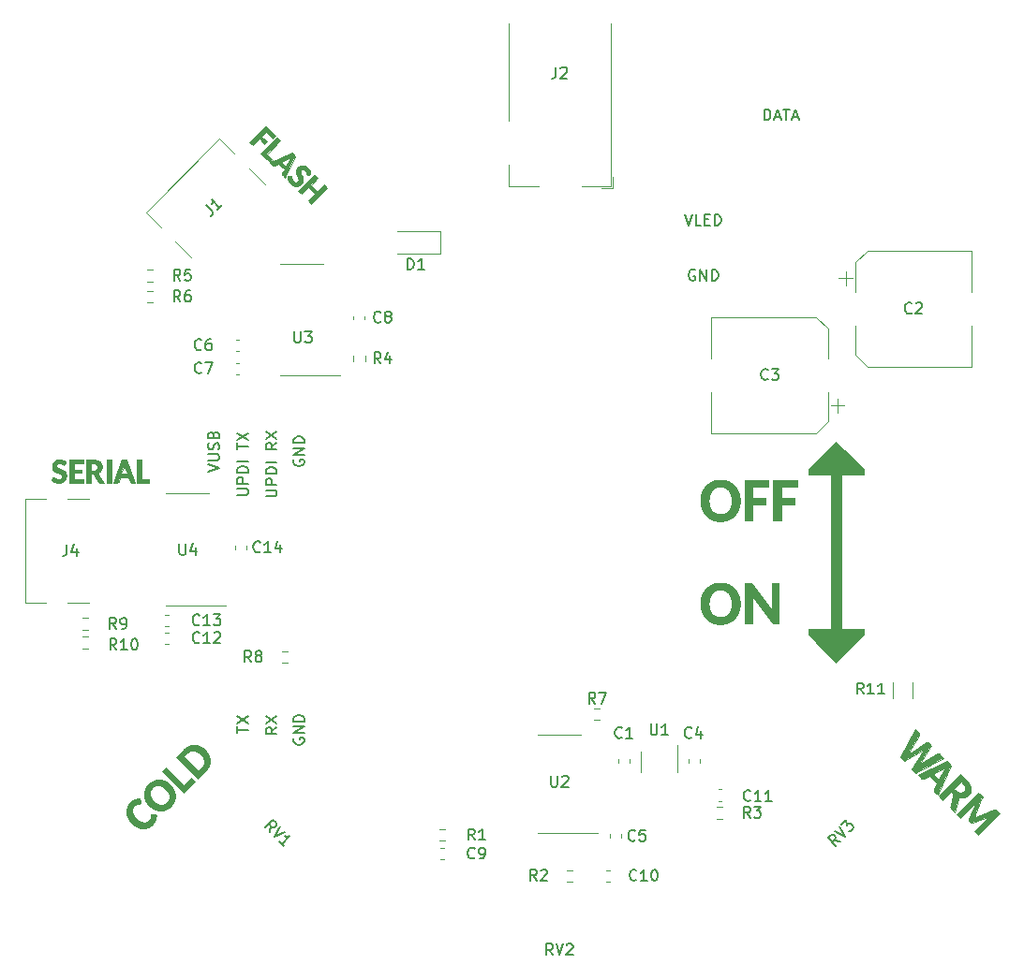
<source format=gbr>
%TF.GenerationSoftware,KiCad,Pcbnew,5.1.9+dfsg1-1+deb11u1*%
%TF.CreationDate,2023-04-21T22:24:47+02:00*%
%TF.ProjectId,base,62617365-2e6b-4696-9361-645f70636258,rev?*%
%TF.SameCoordinates,Original*%
%TF.FileFunction,Legend,Top*%
%TF.FilePolarity,Positive*%
%FSLAX46Y46*%
G04 Gerber Fmt 4.6, Leading zero omitted, Abs format (unit mm)*
G04 Created by KiCad (PCBNEW 5.1.9+dfsg1-1+deb11u1) date 2023-04-21 22:24:47*
%MOMM*%
%LPD*%
G01*
G04 APERTURE LIST*
%ADD10C,0.150000*%
%ADD11C,0.000001*%
%ADD12C,0.120000*%
G04 APERTURE END LIST*
D10*
X-29147619Y-16361904D02*
X-29147619Y-15790476D01*
X-28147619Y-16076190D02*
X-29147619Y-16076190D01*
X-29147619Y-15552380D02*
X-28147619Y-14885714D01*
X-29147619Y-14885714D02*
X-28147619Y-15552380D01*
X-25547619Y-15866666D02*
X-26023809Y-16200000D01*
X-25547619Y-16438095D02*
X-26547619Y-16438095D01*
X-26547619Y-16057142D01*
X-26500000Y-15961904D01*
X-26452380Y-15914285D01*
X-26357142Y-15866666D01*
X-26214285Y-15866666D01*
X-26119047Y-15914285D01*
X-26071428Y-15961904D01*
X-26023809Y-16057142D01*
X-26023809Y-16438095D01*
X-26547619Y-15533333D02*
X-25547619Y-14866666D01*
X-26547619Y-14866666D02*
X-25547619Y-15533333D01*
X-24000000Y-16861904D02*
X-24047619Y-16957142D01*
X-24047619Y-17100000D01*
X-24000000Y-17242857D01*
X-23904761Y-17338095D01*
X-23809523Y-17385714D01*
X-23619047Y-17433333D01*
X-23476190Y-17433333D01*
X-23285714Y-17385714D01*
X-23190476Y-17338095D01*
X-23095238Y-17242857D01*
X-23047619Y-17100000D01*
X-23047619Y-17004761D01*
X-23095238Y-16861904D01*
X-23142857Y-16814285D01*
X-23476190Y-16814285D01*
X-23476190Y-17004761D01*
X-23047619Y-16385714D02*
X-24047619Y-16385714D01*
X-23047619Y-15814285D01*
X-24047619Y-15814285D01*
X-23047619Y-15338095D02*
X-24047619Y-15338095D01*
X-24047619Y-15100000D01*
X-24000000Y-14957142D01*
X-23904761Y-14861904D01*
X-23809523Y-14814285D01*
X-23619047Y-14766666D01*
X-23476190Y-14766666D01*
X-23285714Y-14814285D01*
X-23190476Y-14861904D01*
X-23095238Y-14957142D01*
X-23047619Y-15100000D01*
X-23047619Y-15338095D01*
X-24000000Y8338095D02*
X-24047619Y8242857D01*
X-24047619Y8100000D01*
X-24000000Y7957142D01*
X-23904761Y7861904D01*
X-23809523Y7814285D01*
X-23619047Y7766666D01*
X-23476190Y7766666D01*
X-23285714Y7814285D01*
X-23190476Y7861904D01*
X-23095238Y7957142D01*
X-23047619Y8100000D01*
X-23047619Y8195238D01*
X-23095238Y8338095D01*
X-23142857Y8385714D01*
X-23476190Y8385714D01*
X-23476190Y8195238D01*
X-23047619Y8814285D02*
X-24047619Y8814285D01*
X-23047619Y9385714D01*
X-24047619Y9385714D01*
X-23047619Y9861904D02*
X-24047619Y9861904D01*
X-24047619Y10100000D01*
X-24000000Y10242857D01*
X-23904761Y10338095D01*
X-23809523Y10385714D01*
X-23619047Y10433333D01*
X-23476190Y10433333D01*
X-23285714Y10385714D01*
X-23190476Y10338095D01*
X-23095238Y10242857D01*
X-23047619Y10100000D01*
X-23047619Y9861904D01*
X-26547619Y5019047D02*
X-25738095Y5019047D01*
X-25642857Y5066666D01*
X-25595238Y5114285D01*
X-25547619Y5209523D01*
X-25547619Y5400000D01*
X-25595238Y5495238D01*
X-25642857Y5542857D01*
X-25738095Y5590476D01*
X-26547619Y5590476D01*
X-25547619Y6066666D02*
X-26547619Y6066666D01*
X-26547619Y6447619D01*
X-26500000Y6542857D01*
X-26452380Y6590476D01*
X-26357142Y6638095D01*
X-26214285Y6638095D01*
X-26119047Y6590476D01*
X-26071428Y6542857D01*
X-26023809Y6447619D01*
X-26023809Y6066666D01*
X-25547619Y7066666D02*
X-26547619Y7066666D01*
X-26547619Y7304761D01*
X-26500000Y7447619D01*
X-26404761Y7542857D01*
X-26309523Y7590476D01*
X-26119047Y7638095D01*
X-25976190Y7638095D01*
X-25785714Y7590476D01*
X-25690476Y7542857D01*
X-25595238Y7447619D01*
X-25547619Y7304761D01*
X-25547619Y7066666D01*
X-25547619Y8066666D02*
X-26547619Y8066666D01*
X-25547619Y9876190D02*
X-26023809Y9542857D01*
X-25547619Y9304761D02*
X-26547619Y9304761D01*
X-26547619Y9685714D01*
X-26500000Y9780952D01*
X-26452380Y9828571D01*
X-26357142Y9876190D01*
X-26214285Y9876190D01*
X-26119047Y9828571D01*
X-26071428Y9780952D01*
X-26023809Y9685714D01*
X-26023809Y9304761D01*
X-26547619Y10209523D02*
X-25547619Y10876190D01*
X-26547619Y10876190D02*
X-25547619Y10209523D01*
X-29147619Y5138095D02*
X-28338095Y5138095D01*
X-28242857Y5185714D01*
X-28195238Y5233333D01*
X-28147619Y5328571D01*
X-28147619Y5519047D01*
X-28195238Y5614285D01*
X-28242857Y5661904D01*
X-28338095Y5709523D01*
X-29147619Y5709523D01*
X-28147619Y6185714D02*
X-29147619Y6185714D01*
X-29147619Y6566666D01*
X-29100000Y6661904D01*
X-29052380Y6709523D01*
X-28957142Y6757142D01*
X-28814285Y6757142D01*
X-28719047Y6709523D01*
X-28671428Y6661904D01*
X-28623809Y6566666D01*
X-28623809Y6185714D01*
X-28147619Y7185714D02*
X-29147619Y7185714D01*
X-29147619Y7423809D01*
X-29100000Y7566666D01*
X-29004761Y7661904D01*
X-28909523Y7709523D01*
X-28719047Y7757142D01*
X-28576190Y7757142D01*
X-28385714Y7709523D01*
X-28290476Y7661904D01*
X-28195238Y7566666D01*
X-28147619Y7423809D01*
X-28147619Y7185714D01*
X-28147619Y8185714D02*
X-29147619Y8185714D01*
X-29147619Y9280952D02*
X-29147619Y9852380D01*
X-28147619Y9566666D02*
X-29147619Y9566666D01*
X-29147619Y10090476D02*
X-28147619Y10757142D01*
X-29147619Y10757142D02*
X-28147619Y10090476D01*
X-31747619Y7266666D02*
X-30747619Y7600000D01*
X-31747619Y7933333D01*
X-31747619Y8266666D02*
X-30938095Y8266666D01*
X-30842857Y8314285D01*
X-30795238Y8361904D01*
X-30747619Y8457142D01*
X-30747619Y8647619D01*
X-30795238Y8742857D01*
X-30842857Y8790476D01*
X-30938095Y8838095D01*
X-31747619Y8838095D01*
X-30795238Y9266666D02*
X-30747619Y9409523D01*
X-30747619Y9647619D01*
X-30795238Y9742857D01*
X-30842857Y9790476D01*
X-30938095Y9838095D01*
X-31033333Y9838095D01*
X-31128571Y9790476D01*
X-31176190Y9742857D01*
X-31223809Y9647619D01*
X-31271428Y9457142D01*
X-31319047Y9361904D01*
X-31366666Y9314285D01*
X-31461904Y9266666D01*
X-31557142Y9266666D01*
X-31652380Y9314285D01*
X-31700000Y9361904D01*
X-31747619Y9457142D01*
X-31747619Y9695238D01*
X-31700000Y9838095D01*
X-31271428Y10600000D02*
X-31223809Y10742857D01*
X-31176190Y10790476D01*
X-31080952Y10838095D01*
X-30938095Y10838095D01*
X-30842857Y10790476D01*
X-30795238Y10742857D01*
X-30747619Y10647619D01*
X-30747619Y10266666D01*
X-31747619Y10266666D01*
X-31747619Y10600000D01*
X-31700000Y10695238D01*
X-31652380Y10742857D01*
X-31557142Y10790476D01*
X-31461904Y10790476D01*
X-31366666Y10742857D01*
X-31319047Y10695238D01*
X-31271428Y10600000D01*
X-31271428Y10266666D01*
X18500000Y39047619D02*
X18500000Y40047619D01*
X18738095Y40047619D01*
X18880952Y40000000D01*
X18976190Y39904761D01*
X19023809Y39809523D01*
X19071428Y39619047D01*
X19071428Y39476190D01*
X19023809Y39285714D01*
X18976190Y39190476D01*
X18880952Y39095238D01*
X18738095Y39047619D01*
X18500000Y39047619D01*
X19452380Y39333333D02*
X19928571Y39333333D01*
X19357142Y39047619D02*
X19690476Y40047619D01*
X20023809Y39047619D01*
X20214285Y40047619D02*
X20785714Y40047619D01*
X20500000Y39047619D02*
X20500000Y40047619D01*
X21071428Y39333333D02*
X21547619Y39333333D01*
X20976190Y39047619D02*
X21309523Y40047619D01*
X21642857Y39047619D01*
X12238095Y25500000D02*
X12142857Y25547619D01*
X12000000Y25547619D01*
X11857142Y25500000D01*
X11761904Y25404761D01*
X11714285Y25309523D01*
X11666666Y25119047D01*
X11666666Y24976190D01*
X11714285Y24785714D01*
X11761904Y24690476D01*
X11857142Y24595238D01*
X12000000Y24547619D01*
X12095238Y24547619D01*
X12238095Y24595238D01*
X12285714Y24642857D01*
X12285714Y24976190D01*
X12095238Y24976190D01*
X12714285Y24547619D02*
X12714285Y25547619D01*
X13285714Y24547619D01*
X13285714Y25547619D01*
X13761904Y24547619D02*
X13761904Y25547619D01*
X14000000Y25547619D01*
X14142857Y25500000D01*
X14238095Y25404761D01*
X14285714Y25309523D01*
X14333333Y25119047D01*
X14333333Y24976190D01*
X14285714Y24785714D01*
X14238095Y24690476D01*
X14142857Y24595238D01*
X14000000Y24547619D01*
X13761904Y24547619D01*
X11309523Y30547619D02*
X11642857Y29547619D01*
X11976190Y30547619D01*
X12785714Y29547619D02*
X12309523Y29547619D01*
X12309523Y30547619D01*
X13119047Y30071428D02*
X13452380Y30071428D01*
X13595238Y29547619D02*
X13119047Y29547619D01*
X13119047Y30547619D01*
X13595238Y30547619D01*
X14023809Y29547619D02*
X14023809Y30547619D01*
X14261904Y30547619D01*
X14404761Y30500000D01*
X14500000Y30404761D01*
X14547619Y30309523D01*
X14595238Y30119047D01*
X14595238Y29976190D01*
X14547619Y29785714D01*
X14500000Y29690476D01*
X14404761Y29595238D01*
X14261904Y29547619D01*
X14023809Y29547619D01*
D11*
%TO.C,*%
G36*
X-32052030Y-17907727D02*
G01*
X-32080438Y-17879917D01*
X-32109144Y-17853003D01*
X-32138150Y-17826986D01*
X-32167453Y-17801865D01*
X-32197056Y-17777641D01*
X-32226958Y-17754314D01*
X-32257158Y-17731882D01*
X-32287657Y-17710348D01*
X-32318455Y-17689709D01*
X-32349552Y-17669967D01*
X-32380947Y-17651121D01*
X-32412641Y-17633172D01*
X-32444635Y-17616119D01*
X-32476927Y-17599963D01*
X-32509517Y-17584703D01*
X-32547337Y-17568245D01*
X-32585245Y-17553049D01*
X-32623239Y-17539115D01*
X-32661319Y-17526446D01*
X-32699486Y-17515038D01*
X-32737739Y-17504892D01*
X-32776078Y-17496011D01*
X-32814505Y-17488391D01*
X-32853017Y-17482034D01*
X-32891616Y-17476940D01*
X-32930302Y-17473109D01*
X-32969074Y-17470540D01*
X-33007933Y-17469234D01*
X-33046575Y-17468975D01*
X-33085148Y-17469996D01*
X-33123652Y-17472296D01*
X-33162087Y-17475876D01*
X-33200452Y-17480737D01*
X-33238749Y-17486878D01*
X-33276976Y-17494298D01*
X-33315134Y-17502999D01*
X-33353223Y-17512980D01*
X-33391242Y-17524240D01*
X-33429192Y-17536781D01*
X-33467074Y-17550601D01*
X-33504886Y-17565702D01*
X-33539794Y-17580877D01*
X-33574358Y-17597172D01*
X-33608580Y-17614585D01*
X-33642458Y-17633116D01*
X-33675994Y-17652766D01*
X-33709186Y-17673534D01*
X-33742036Y-17695421D01*
X-33774542Y-17718428D01*
X-33806705Y-17742552D01*
X-33838526Y-17767795D01*
X-33870003Y-17794156D01*
X-33901137Y-17821636D01*
X-33931928Y-17850235D01*
X-33962376Y-17879952D01*
X-34669805Y-18587381D01*
X-32728761Y-20528424D01*
X-32021333Y-19820996D01*
X-31991616Y-19790548D01*
X-31963017Y-19759757D01*
X-31935537Y-19728622D01*
X-31909175Y-19697145D01*
X-31883932Y-19665325D01*
X-31859808Y-19633161D01*
X-31836802Y-19600656D01*
X-31814915Y-19567806D01*
X-31794146Y-19534613D01*
X-31774497Y-19501077D01*
X-31755965Y-19467199D01*
X-31738552Y-19432978D01*
X-32154743Y-19271836D01*
X-32170063Y-19303938D01*
X-32187151Y-19335570D01*
X-32206008Y-19366733D01*
X-32226633Y-19397428D01*
X-32249027Y-19427653D01*
X-32273188Y-19457409D01*
X-32299119Y-19486696D01*
X-32326818Y-19515514D01*
X-32648376Y-19837072D01*
X-33979920Y-18505528D01*
X-33658362Y-18183969D01*
X-33629526Y-18156289D01*
X-33600185Y-18130412D01*
X-33570339Y-18106341D01*
X-33539987Y-18084074D01*
X-33509130Y-18063611D01*
X-33477768Y-18044954D01*
X-33445900Y-18028100D01*
X-33413528Y-18013052D01*
X-33380649Y-17999807D01*
X-33343606Y-17986698D01*
X-33306289Y-17975873D01*
X-33268698Y-17967332D01*
X-33230832Y-17961074D01*
X-33192693Y-17957100D01*
X-33154280Y-17955410D01*
X-33115592Y-17956004D01*
X-33076630Y-17958881D01*
X-33041515Y-17962994D01*
X-33006327Y-17968841D01*
X-32971067Y-17976419D01*
X-32935736Y-17985730D01*
X-32900331Y-17996773D01*
X-32864855Y-18009550D01*
X-32829308Y-18024059D01*
X-32793687Y-18040299D01*
X-32757995Y-18058272D01*
X-32725898Y-18075928D01*
X-32693919Y-18094989D01*
X-32662055Y-18115453D01*
X-32630309Y-18137318D01*
X-32598679Y-18160588D01*
X-32567166Y-18185260D01*
X-32535771Y-18211336D01*
X-32504492Y-18238815D01*
X-32473330Y-18267696D01*
X-32442285Y-18297982D01*
X-32442288Y-18297979D01*
X-32414432Y-18326463D01*
X-32387737Y-18355043D01*
X-32362201Y-18383719D01*
X-32337824Y-18412493D01*
X-32314607Y-18441363D01*
X-32292550Y-18470329D01*
X-32271651Y-18499392D01*
X-32251913Y-18528552D01*
X-32233335Y-18557808D01*
X-32215916Y-18587161D01*
X-32199657Y-18616610D01*
X-32181684Y-18652303D01*
X-32165444Y-18687924D01*
X-32150936Y-18723472D01*
X-32138159Y-18758948D01*
X-32127117Y-18794352D01*
X-32117805Y-18829684D01*
X-32110227Y-18864944D01*
X-32104380Y-18900131D01*
X-32100266Y-18935246D01*
X-32097389Y-18974207D01*
X-32096795Y-19012894D01*
X-32098485Y-19051309D01*
X-32102459Y-19089447D01*
X-32108717Y-19127313D01*
X-32117257Y-19164904D01*
X-32128082Y-19202221D01*
X-32141192Y-19239265D01*
X-32154743Y-19271836D01*
X-31738552Y-19432978D01*
X-31722258Y-19398413D01*
X-31707082Y-19363505D01*
X-31691981Y-19325694D01*
X-31678161Y-19287812D01*
X-31665621Y-19249862D01*
X-31654361Y-19211842D01*
X-31644380Y-19173753D01*
X-31635679Y-19135595D01*
X-31628259Y-19097368D01*
X-31622118Y-19059072D01*
X-31617257Y-19020706D01*
X-31613677Y-18982271D01*
X-31611377Y-18943767D01*
X-31610356Y-18905194D01*
X-31610615Y-18866551D01*
X-31611921Y-18827692D01*
X-31614489Y-18788920D01*
X-31618320Y-18750234D01*
X-31623415Y-18711635D01*
X-31629771Y-18673122D01*
X-31637390Y-18634696D01*
X-31646272Y-18596356D01*
X-31656418Y-18558103D01*
X-31667825Y-18519937D01*
X-31680496Y-18481857D01*
X-31694429Y-18443864D01*
X-31709625Y-18405957D01*
X-31726084Y-18368137D01*
X-31741538Y-18335351D01*
X-31757890Y-18302864D01*
X-31775137Y-18270676D01*
X-31793282Y-18238787D01*
X-31812322Y-18207197D01*
X-31832259Y-18175905D01*
X-31853092Y-18144912D01*
X-31874822Y-18114218D01*
X-31897448Y-18083823D01*
X-31920970Y-18053727D01*
X-31945389Y-18023929D01*
X-31970705Y-17994430D01*
X-31996917Y-17965230D01*
X-32024026Y-17936329D01*
X-32052030Y-17907727D01*
G37*
X-32052030Y-17907727D02*
X-32080438Y-17879917D01*
X-32109144Y-17853003D01*
X-32138150Y-17826986D01*
X-32167453Y-17801865D01*
X-32197056Y-17777641D01*
X-32226958Y-17754314D01*
X-32257158Y-17731882D01*
X-32287657Y-17710348D01*
X-32318455Y-17689709D01*
X-32349552Y-17669967D01*
X-32380947Y-17651121D01*
X-32412641Y-17633172D01*
X-32444635Y-17616119D01*
X-32476927Y-17599963D01*
X-32509517Y-17584703D01*
X-32547337Y-17568245D01*
X-32585245Y-17553049D01*
X-32623239Y-17539115D01*
X-32661319Y-17526446D01*
X-32699486Y-17515038D01*
X-32737739Y-17504892D01*
X-32776078Y-17496011D01*
X-32814505Y-17488391D01*
X-32853017Y-17482034D01*
X-32891616Y-17476940D01*
X-32930302Y-17473109D01*
X-32969074Y-17470540D01*
X-33007933Y-17469234D01*
X-33046575Y-17468975D01*
X-33085148Y-17469996D01*
X-33123652Y-17472296D01*
X-33162087Y-17475876D01*
X-33200452Y-17480737D01*
X-33238749Y-17486878D01*
X-33276976Y-17494298D01*
X-33315134Y-17502999D01*
X-33353223Y-17512980D01*
X-33391242Y-17524240D01*
X-33429192Y-17536781D01*
X-33467074Y-17550601D01*
X-33504886Y-17565702D01*
X-33539794Y-17580877D01*
X-33574358Y-17597172D01*
X-33608580Y-17614585D01*
X-33642458Y-17633116D01*
X-33675994Y-17652766D01*
X-33709186Y-17673534D01*
X-33742036Y-17695421D01*
X-33774542Y-17718428D01*
X-33806705Y-17742552D01*
X-33838526Y-17767795D01*
X-33870003Y-17794156D01*
X-33901137Y-17821636D01*
X-33931928Y-17850235D01*
X-33962376Y-17879952D01*
X-34669805Y-18587381D01*
X-32728761Y-20528424D01*
X-32021333Y-19820996D01*
X-31991616Y-19790548D01*
X-31963017Y-19759757D01*
X-31935537Y-19728622D01*
X-31909175Y-19697145D01*
X-31883932Y-19665325D01*
X-31859808Y-19633161D01*
X-31836802Y-19600656D01*
X-31814915Y-19567806D01*
X-31794146Y-19534613D01*
X-31774497Y-19501077D01*
X-31755965Y-19467199D01*
X-31738552Y-19432978D01*
X-32154743Y-19271836D01*
X-32170063Y-19303938D01*
X-32187151Y-19335570D01*
X-32206008Y-19366733D01*
X-32226633Y-19397428D01*
X-32249027Y-19427653D01*
X-32273188Y-19457409D01*
X-32299119Y-19486696D01*
X-32326818Y-19515514D01*
X-32648376Y-19837072D01*
X-33979920Y-18505528D01*
X-33658362Y-18183969D01*
X-33629526Y-18156289D01*
X-33600185Y-18130412D01*
X-33570339Y-18106341D01*
X-33539987Y-18084074D01*
X-33509130Y-18063611D01*
X-33477768Y-18044954D01*
X-33445900Y-18028100D01*
X-33413528Y-18013052D01*
X-33380649Y-17999807D01*
X-33343606Y-17986698D01*
X-33306289Y-17975873D01*
X-33268698Y-17967332D01*
X-33230832Y-17961074D01*
X-33192693Y-17957100D01*
X-33154280Y-17955410D01*
X-33115592Y-17956004D01*
X-33076630Y-17958881D01*
X-33041515Y-17962994D01*
X-33006327Y-17968841D01*
X-32971067Y-17976419D01*
X-32935736Y-17985730D01*
X-32900331Y-17996773D01*
X-32864855Y-18009550D01*
X-32829308Y-18024059D01*
X-32793687Y-18040299D01*
X-32757995Y-18058272D01*
X-32725898Y-18075928D01*
X-32693919Y-18094989D01*
X-32662055Y-18115453D01*
X-32630309Y-18137318D01*
X-32598679Y-18160588D01*
X-32567166Y-18185260D01*
X-32535771Y-18211336D01*
X-32504492Y-18238815D01*
X-32473330Y-18267696D01*
X-32442285Y-18297982D01*
X-32442288Y-18297979D01*
X-32414432Y-18326463D01*
X-32387737Y-18355043D01*
X-32362201Y-18383719D01*
X-32337824Y-18412493D01*
X-32314607Y-18441363D01*
X-32292550Y-18470329D01*
X-32271651Y-18499392D01*
X-32251913Y-18528552D01*
X-32233335Y-18557808D01*
X-32215916Y-18587161D01*
X-32199657Y-18616610D01*
X-32181684Y-18652303D01*
X-32165444Y-18687924D01*
X-32150936Y-18723472D01*
X-32138159Y-18758948D01*
X-32127117Y-18794352D01*
X-32117805Y-18829684D01*
X-32110227Y-18864944D01*
X-32104380Y-18900131D01*
X-32100266Y-18935246D01*
X-32097389Y-18974207D01*
X-32096795Y-19012894D01*
X-32098485Y-19051309D01*
X-32102459Y-19089447D01*
X-32108717Y-19127313D01*
X-32117257Y-19164904D01*
X-32128082Y-19202221D01*
X-32141192Y-19239265D01*
X-32154743Y-19271836D01*
X-31738552Y-19432978D01*
X-31722258Y-19398413D01*
X-31707082Y-19363505D01*
X-31691981Y-19325694D01*
X-31678161Y-19287812D01*
X-31665621Y-19249862D01*
X-31654361Y-19211842D01*
X-31644380Y-19173753D01*
X-31635679Y-19135595D01*
X-31628259Y-19097368D01*
X-31622118Y-19059072D01*
X-31617257Y-19020706D01*
X-31613677Y-18982271D01*
X-31611377Y-18943767D01*
X-31610356Y-18905194D01*
X-31610615Y-18866551D01*
X-31611921Y-18827692D01*
X-31614489Y-18788920D01*
X-31618320Y-18750234D01*
X-31623415Y-18711635D01*
X-31629771Y-18673122D01*
X-31637390Y-18634696D01*
X-31646272Y-18596356D01*
X-31656418Y-18558103D01*
X-31667825Y-18519937D01*
X-31680496Y-18481857D01*
X-31694429Y-18443864D01*
X-31709625Y-18405957D01*
X-31726084Y-18368137D01*
X-31741538Y-18335351D01*
X-31757890Y-18302864D01*
X-31775137Y-18270676D01*
X-31793282Y-18238787D01*
X-31812322Y-18207197D01*
X-31832259Y-18175905D01*
X-31853092Y-18144912D01*
X-31874822Y-18114218D01*
X-31897448Y-18083823D01*
X-31920970Y-18053727D01*
X-31945389Y-18023929D01*
X-31970705Y-17994430D01*
X-31996917Y-17965230D01*
X-32024026Y-17936329D01*
X-32052030Y-17907727D01*
G36*
X-33937531Y-21105771D02*
G01*
X-35562863Y-19480439D01*
X-35947272Y-19864848D01*
X-34006228Y-21805891D01*
X-32948009Y-20747672D01*
X-33263721Y-20431960D01*
X-33937531Y-21105771D01*
G37*
X-33937531Y-21105771D02*
X-35562863Y-19480439D01*
X-35947272Y-19864848D01*
X-34006228Y-21805891D01*
X-32948009Y-20747672D01*
X-33263721Y-20431960D01*
X-33937531Y-21105771D01*
G36*
X-35204764Y-21060461D02*
G01*
X-35233185Y-21032638D01*
X-35261930Y-21005685D01*
X-35291000Y-20979603D01*
X-35320395Y-20954392D01*
X-35350114Y-20930050D01*
X-35380159Y-20906580D01*
X-35410528Y-20883979D01*
X-35441222Y-20862250D01*
X-35472241Y-20841390D01*
X-35503585Y-20821402D01*
X-35535253Y-20802283D01*
X-35567246Y-20784035D01*
X-35599565Y-20766658D01*
X-35632207Y-20750150D01*
X-35665174Y-20734514D01*
X-35700715Y-20718765D01*
X-35736347Y-20704088D01*
X-35772067Y-20690486D01*
X-35807877Y-20677958D01*
X-35843777Y-20666503D01*
X-35879766Y-20656123D01*
X-35915844Y-20646816D01*
X-35952012Y-20638584D01*
X-35988269Y-20631424D01*
X-36024616Y-20625339D01*
X-36061052Y-20620328D01*
X-36097577Y-20616390D01*
X-36134192Y-20613527D01*
X-36170898Y-20611737D01*
X-36210206Y-20610811D01*
X-36249428Y-20611183D01*
X-36288563Y-20612853D01*
X-36327612Y-20615819D01*
X-36366575Y-20620083D01*
X-36405451Y-20625644D01*
X-36444240Y-20632503D01*
X-36482943Y-20640658D01*
X-36521559Y-20650112D01*
X-36560089Y-20660863D01*
X-36598532Y-20672910D01*
X-36636889Y-20686255D01*
X-36675160Y-20700897D01*
X-36710672Y-20715468D01*
X-36745796Y-20731203D01*
X-36780531Y-20748101D01*
X-36814880Y-20766163D01*
X-36848840Y-20785388D01*
X-36882413Y-20805776D01*
X-36915598Y-20827327D01*
X-36948395Y-20850043D01*
X-36980804Y-20873920D01*
X-37012826Y-20898962D01*
X-37044459Y-20925167D01*
X-37075706Y-20952536D01*
X-37106565Y-20981067D01*
X-37137035Y-21010762D01*
X-36811096Y-21336703D01*
X-36782278Y-21309040D01*
X-36752991Y-21283219D01*
X-36723235Y-21259237D01*
X-36693010Y-21237097D01*
X-36662315Y-21216796D01*
X-36631151Y-21198337D01*
X-36599518Y-21181718D01*
X-36567416Y-21166940D01*
X-36534845Y-21154002D01*
X-36497802Y-21140893D01*
X-36460485Y-21130069D01*
X-36422894Y-21121527D01*
X-36385028Y-21115269D01*
X-36346889Y-21111296D01*
X-36308475Y-21109605D01*
X-36269788Y-21110199D01*
X-36230826Y-21113076D01*
X-36195710Y-21117190D01*
X-36160522Y-21123037D01*
X-36125262Y-21130615D01*
X-36089931Y-21139926D01*
X-36054527Y-21150969D01*
X-36019051Y-21163746D01*
X-35983503Y-21178254D01*
X-35947883Y-21194494D01*
X-35912191Y-21212467D01*
X-35880094Y-21230124D01*
X-35848114Y-21249185D01*
X-35816250Y-21269648D01*
X-35784504Y-21291513D01*
X-35752874Y-21314784D01*
X-35721362Y-21339456D01*
X-35689967Y-21365532D01*
X-35658688Y-21393011D01*
X-35627526Y-21421892D01*
X-35596481Y-21452177D01*
X-35568625Y-21480661D01*
X-35541930Y-21509241D01*
X-35516393Y-21537917D01*
X-35492016Y-21566691D01*
X-35468799Y-21595561D01*
X-35446742Y-21624528D01*
X-35425843Y-21653591D01*
X-35406105Y-21682751D01*
X-35387527Y-21712007D01*
X-35370108Y-21741360D01*
X-35353848Y-21770809D01*
X-35335876Y-21806502D01*
X-35319636Y-21842123D01*
X-35305127Y-21877670D01*
X-35292351Y-21913147D01*
X-35281308Y-21948551D01*
X-35271997Y-21983883D01*
X-35264419Y-22019142D01*
X-35258571Y-22054330D01*
X-35254458Y-22089445D01*
X-35251923Y-22128063D01*
X-35251626Y-22166454D01*
X-35253567Y-22204616D01*
X-35257747Y-22242550D01*
X-35264164Y-22280255D01*
X-35272820Y-22317733D01*
X-35283713Y-22354981D01*
X-35296845Y-22392002D01*
X-35310090Y-22424267D01*
X-35325139Y-22456098D01*
X-35341992Y-22487495D01*
X-35360651Y-22518460D01*
X-35381114Y-22548992D01*
X-35403381Y-22579091D01*
X-35427453Y-22608758D01*
X-35453329Y-22637990D01*
X-35481010Y-22666789D01*
X-35509827Y-22694488D01*
X-35539113Y-22720419D01*
X-35568870Y-22744580D01*
X-35599095Y-22766974D01*
X-35629789Y-22787599D01*
X-35660952Y-22806455D01*
X-35692584Y-22823544D01*
X-35724686Y-22838863D01*
X-35757258Y-22852415D01*
X-35794301Y-22865569D01*
X-35831619Y-22876531D01*
X-35869210Y-22885301D01*
X-35907075Y-22891879D01*
X-35945215Y-22896263D01*
X-35983628Y-22898456D01*
X-36022315Y-22898456D01*
X-36061277Y-22896264D01*
X-36096086Y-22891844D01*
X-36131003Y-22885727D01*
X-36166028Y-22877913D01*
X-36201161Y-22868404D01*
X-36236403Y-22857198D01*
X-36271753Y-22844296D01*
X-36307211Y-22829698D01*
X-36342776Y-22813402D01*
X-36378450Y-22795411D01*
X-36407900Y-22779152D01*
X-36437253Y-22761733D01*
X-36466509Y-22743155D01*
X-36495669Y-22723417D01*
X-36524732Y-22702518D01*
X-36553699Y-22680461D01*
X-36582569Y-22657243D01*
X-36611342Y-22632867D01*
X-36640018Y-22607330D01*
X-36668599Y-22580635D01*
X-36697083Y-22552779D01*
X-36727368Y-22521734D01*
X-36756249Y-22490572D01*
X-36783728Y-22459293D01*
X-36809804Y-22427898D01*
X-36834476Y-22396385D01*
X-36857747Y-22364756D01*
X-36879612Y-22333010D01*
X-36900075Y-22301146D01*
X-36919136Y-22269166D01*
X-36936793Y-22237069D01*
X-36954783Y-22201395D01*
X-36971078Y-22165829D01*
X-36985676Y-22130371D01*
X-36998579Y-22095021D01*
X-37009784Y-22059779D01*
X-37019294Y-22024647D01*
X-37027107Y-21989622D01*
X-37033224Y-21954704D01*
X-37037645Y-21919896D01*
X-37040179Y-21880592D01*
X-37040476Y-21841608D01*
X-37038535Y-21802943D01*
X-37034356Y-21764598D01*
X-37027938Y-21726573D01*
X-37019283Y-21688867D01*
X-37008389Y-21651481D01*
X-36995258Y-21614415D01*
X-36982013Y-21581537D01*
X-36966964Y-21549164D01*
X-36950111Y-21517296D01*
X-36931453Y-21485935D01*
X-36910991Y-21455078D01*
X-36888724Y-21424726D01*
X-36864652Y-21394880D01*
X-36838776Y-21365539D01*
X-36811096Y-21336703D01*
X-37137035Y-21010762D01*
X-37166730Y-21041232D01*
X-37195261Y-21072091D01*
X-37222629Y-21103337D01*
X-37248835Y-21134971D01*
X-37273876Y-21166992D01*
X-37297754Y-21199402D01*
X-37320469Y-21232199D01*
X-37342021Y-21265384D01*
X-37362409Y-21298956D01*
X-37381634Y-21332917D01*
X-37399696Y-21367266D01*
X-37416594Y-21402001D01*
X-37432329Y-21437125D01*
X-37446900Y-21472637D01*
X-37461551Y-21510916D01*
X-37474922Y-21549299D01*
X-37487012Y-21587785D01*
X-37497823Y-21626376D01*
X-37507355Y-21665070D01*
X-37515605Y-21703868D01*
X-37522576Y-21742770D01*
X-37528267Y-21781775D01*
X-37532678Y-21820885D01*
X-37535808Y-21860098D01*
X-37537659Y-21899415D01*
X-37538231Y-21938836D01*
X-37537521Y-21978360D01*
X-37535933Y-22014879D01*
X-37533256Y-22051352D01*
X-37529490Y-22087781D01*
X-37524635Y-22124166D01*
X-37518692Y-22160505D01*
X-37511660Y-22196800D01*
X-37503539Y-22233050D01*
X-37494329Y-22269255D01*
X-37484031Y-22305415D01*
X-37472643Y-22341531D01*
X-37460167Y-22377602D01*
X-37446602Y-22413628D01*
X-37431949Y-22449609D01*
X-37416206Y-22485546D01*
X-37400570Y-22518514D01*
X-37384064Y-22551158D01*
X-37366687Y-22583476D01*
X-37348440Y-22615470D01*
X-37329322Y-22647140D01*
X-37309335Y-22678484D01*
X-37288475Y-22709503D01*
X-37266746Y-22740198D01*
X-37244146Y-22770567D01*
X-37220675Y-22800611D01*
X-37196335Y-22830332D01*
X-37171124Y-22859726D01*
X-37145042Y-22888798D01*
X-37118089Y-22917542D01*
X-37090267Y-22945963D01*
X-37061651Y-22973981D01*
X-37032711Y-23001129D01*
X-37003445Y-23027405D01*
X-36973856Y-23052811D01*
X-36943941Y-23077346D01*
X-36913701Y-23101012D01*
X-36883137Y-23123807D01*
X-36852247Y-23145731D01*
X-36821034Y-23166785D01*
X-36789494Y-23186968D01*
X-36757631Y-23206280D01*
X-36725441Y-23224722D01*
X-36692928Y-23242294D01*
X-36660090Y-23258995D01*
X-36626926Y-23274826D01*
X-36591184Y-23290373D01*
X-36555366Y-23304863D01*
X-36519474Y-23318294D01*
X-36483507Y-23330665D01*
X-36447466Y-23341979D01*
X-36411351Y-23352233D01*
X-36375160Y-23361427D01*
X-36338896Y-23369563D01*
X-36302556Y-23376640D01*
X-36266142Y-23382658D01*
X-36229653Y-23387617D01*
X-36193091Y-23391517D01*
X-36156453Y-23394358D01*
X-36119741Y-23396140D01*
X-36080216Y-23396850D01*
X-36040795Y-23396279D01*
X-36001478Y-23394428D01*
X-35962266Y-23391297D01*
X-35923156Y-23386886D01*
X-35884150Y-23381196D01*
X-35845249Y-23374224D01*
X-35806451Y-23365974D01*
X-35767756Y-23356443D01*
X-35729166Y-23345632D01*
X-35690680Y-23333542D01*
X-35652296Y-23320170D01*
X-35614017Y-23305520D01*
X-35578707Y-23290747D01*
X-35543770Y-23274825D01*
X-35509205Y-23257756D01*
X-35475013Y-23239537D01*
X-35441195Y-23220170D01*
X-35407749Y-23199655D01*
X-35374676Y-23177992D01*
X-35341976Y-23155180D01*
X-35309648Y-23131220D01*
X-35277694Y-23106111D01*
X-35246112Y-23079854D01*
X-35214903Y-23052449D01*
X-35184068Y-23023895D01*
X-35153604Y-22994192D01*
X-35123902Y-22963729D01*
X-35095348Y-22932893D01*
X-35067943Y-22901684D01*
X-35041686Y-22870102D01*
X-35016576Y-22838148D01*
X-34992617Y-22805821D01*
X-34969805Y-22773121D01*
X-34948141Y-22740047D01*
X-34927626Y-22706602D01*
X-34908259Y-22672784D01*
X-34890041Y-22638591D01*
X-34872972Y-22604027D01*
X-34857050Y-22569090D01*
X-34842277Y-22533780D01*
X-34827635Y-22495509D01*
X-34814290Y-22457152D01*
X-34802243Y-22418709D01*
X-34791492Y-22380179D01*
X-34782039Y-22341563D01*
X-34773884Y-22302859D01*
X-34767025Y-22264070D01*
X-34761463Y-22225194D01*
X-34757200Y-22186232D01*
X-34754234Y-22147183D01*
X-34752564Y-22108048D01*
X-34752193Y-22068827D01*
X-34753118Y-22029518D01*
X-34754908Y-21992813D01*
X-34757771Y-21956197D01*
X-34761707Y-21919671D01*
X-34766719Y-21883234D01*
X-34772803Y-21846887D01*
X-34779962Y-21810629D01*
X-34788195Y-21774462D01*
X-34797502Y-21738384D01*
X-34807882Y-21702395D01*
X-34819337Y-21666495D01*
X-34831866Y-21630686D01*
X-34845468Y-21594965D01*
X-34860144Y-21559334D01*
X-34875894Y-21523794D01*
X-34891726Y-21490631D01*
X-34908428Y-21457794D01*
X-34926000Y-21425281D01*
X-34944444Y-21393093D01*
X-34963757Y-21361230D01*
X-34983940Y-21329691D01*
X-35004995Y-21298478D01*
X-35026919Y-21267588D01*
X-35049714Y-21237025D01*
X-35073380Y-21206785D01*
X-35097915Y-21176871D01*
X-35123322Y-21147281D01*
X-35149599Y-21118016D01*
X-35176747Y-21089076D01*
X-35204764Y-21060461D01*
G37*
X-35204764Y-21060461D02*
X-35233185Y-21032638D01*
X-35261930Y-21005685D01*
X-35291000Y-20979603D01*
X-35320395Y-20954392D01*
X-35350114Y-20930050D01*
X-35380159Y-20906580D01*
X-35410528Y-20883979D01*
X-35441222Y-20862250D01*
X-35472241Y-20841390D01*
X-35503585Y-20821402D01*
X-35535253Y-20802283D01*
X-35567246Y-20784035D01*
X-35599565Y-20766658D01*
X-35632207Y-20750150D01*
X-35665174Y-20734514D01*
X-35700715Y-20718765D01*
X-35736347Y-20704088D01*
X-35772067Y-20690486D01*
X-35807877Y-20677958D01*
X-35843777Y-20666503D01*
X-35879766Y-20656123D01*
X-35915844Y-20646816D01*
X-35952012Y-20638584D01*
X-35988269Y-20631424D01*
X-36024616Y-20625339D01*
X-36061052Y-20620328D01*
X-36097577Y-20616390D01*
X-36134192Y-20613527D01*
X-36170898Y-20611737D01*
X-36210206Y-20610811D01*
X-36249428Y-20611183D01*
X-36288563Y-20612853D01*
X-36327612Y-20615819D01*
X-36366575Y-20620083D01*
X-36405451Y-20625644D01*
X-36444240Y-20632503D01*
X-36482943Y-20640658D01*
X-36521559Y-20650112D01*
X-36560089Y-20660863D01*
X-36598532Y-20672910D01*
X-36636889Y-20686255D01*
X-36675160Y-20700897D01*
X-36710672Y-20715468D01*
X-36745796Y-20731203D01*
X-36780531Y-20748101D01*
X-36814880Y-20766163D01*
X-36848840Y-20785388D01*
X-36882413Y-20805776D01*
X-36915598Y-20827327D01*
X-36948395Y-20850043D01*
X-36980804Y-20873920D01*
X-37012826Y-20898962D01*
X-37044459Y-20925167D01*
X-37075706Y-20952536D01*
X-37106565Y-20981067D01*
X-37137035Y-21010762D01*
X-36811096Y-21336703D01*
X-36782278Y-21309040D01*
X-36752991Y-21283219D01*
X-36723235Y-21259237D01*
X-36693010Y-21237097D01*
X-36662315Y-21216796D01*
X-36631151Y-21198337D01*
X-36599518Y-21181718D01*
X-36567416Y-21166940D01*
X-36534845Y-21154002D01*
X-36497802Y-21140893D01*
X-36460485Y-21130069D01*
X-36422894Y-21121527D01*
X-36385028Y-21115269D01*
X-36346889Y-21111296D01*
X-36308475Y-21109605D01*
X-36269788Y-21110199D01*
X-36230826Y-21113076D01*
X-36195710Y-21117190D01*
X-36160522Y-21123037D01*
X-36125262Y-21130615D01*
X-36089931Y-21139926D01*
X-36054527Y-21150969D01*
X-36019051Y-21163746D01*
X-35983503Y-21178254D01*
X-35947883Y-21194494D01*
X-35912191Y-21212467D01*
X-35880094Y-21230124D01*
X-35848114Y-21249185D01*
X-35816250Y-21269648D01*
X-35784504Y-21291513D01*
X-35752874Y-21314784D01*
X-35721362Y-21339456D01*
X-35689967Y-21365532D01*
X-35658688Y-21393011D01*
X-35627526Y-21421892D01*
X-35596481Y-21452177D01*
X-35568625Y-21480661D01*
X-35541930Y-21509241D01*
X-35516393Y-21537917D01*
X-35492016Y-21566691D01*
X-35468799Y-21595561D01*
X-35446742Y-21624528D01*
X-35425843Y-21653591D01*
X-35406105Y-21682751D01*
X-35387527Y-21712007D01*
X-35370108Y-21741360D01*
X-35353848Y-21770809D01*
X-35335876Y-21806502D01*
X-35319636Y-21842123D01*
X-35305127Y-21877670D01*
X-35292351Y-21913147D01*
X-35281308Y-21948551D01*
X-35271997Y-21983883D01*
X-35264419Y-22019142D01*
X-35258571Y-22054330D01*
X-35254458Y-22089445D01*
X-35251923Y-22128063D01*
X-35251626Y-22166454D01*
X-35253567Y-22204616D01*
X-35257747Y-22242550D01*
X-35264164Y-22280255D01*
X-35272820Y-22317733D01*
X-35283713Y-22354981D01*
X-35296845Y-22392002D01*
X-35310090Y-22424267D01*
X-35325139Y-22456098D01*
X-35341992Y-22487495D01*
X-35360651Y-22518460D01*
X-35381114Y-22548992D01*
X-35403381Y-22579091D01*
X-35427453Y-22608758D01*
X-35453329Y-22637990D01*
X-35481010Y-22666789D01*
X-35509827Y-22694488D01*
X-35539113Y-22720419D01*
X-35568870Y-22744580D01*
X-35599095Y-22766974D01*
X-35629789Y-22787599D01*
X-35660952Y-22806455D01*
X-35692584Y-22823544D01*
X-35724686Y-22838863D01*
X-35757258Y-22852415D01*
X-35794301Y-22865569D01*
X-35831619Y-22876531D01*
X-35869210Y-22885301D01*
X-35907075Y-22891879D01*
X-35945215Y-22896263D01*
X-35983628Y-22898456D01*
X-36022315Y-22898456D01*
X-36061277Y-22896264D01*
X-36096086Y-22891844D01*
X-36131003Y-22885727D01*
X-36166028Y-22877913D01*
X-36201161Y-22868404D01*
X-36236403Y-22857198D01*
X-36271753Y-22844296D01*
X-36307211Y-22829698D01*
X-36342776Y-22813402D01*
X-36378450Y-22795411D01*
X-36407900Y-22779152D01*
X-36437253Y-22761733D01*
X-36466509Y-22743155D01*
X-36495669Y-22723417D01*
X-36524732Y-22702518D01*
X-36553699Y-22680461D01*
X-36582569Y-22657243D01*
X-36611342Y-22632867D01*
X-36640018Y-22607330D01*
X-36668599Y-22580635D01*
X-36697083Y-22552779D01*
X-36727368Y-22521734D01*
X-36756249Y-22490572D01*
X-36783728Y-22459293D01*
X-36809804Y-22427898D01*
X-36834476Y-22396385D01*
X-36857747Y-22364756D01*
X-36879612Y-22333010D01*
X-36900075Y-22301146D01*
X-36919136Y-22269166D01*
X-36936793Y-22237069D01*
X-36954783Y-22201395D01*
X-36971078Y-22165829D01*
X-36985676Y-22130371D01*
X-36998579Y-22095021D01*
X-37009784Y-22059779D01*
X-37019294Y-22024647D01*
X-37027107Y-21989622D01*
X-37033224Y-21954704D01*
X-37037645Y-21919896D01*
X-37040179Y-21880592D01*
X-37040476Y-21841608D01*
X-37038535Y-21802943D01*
X-37034356Y-21764598D01*
X-37027938Y-21726573D01*
X-37019283Y-21688867D01*
X-37008389Y-21651481D01*
X-36995258Y-21614415D01*
X-36982013Y-21581537D01*
X-36966964Y-21549164D01*
X-36950111Y-21517296D01*
X-36931453Y-21485935D01*
X-36910991Y-21455078D01*
X-36888724Y-21424726D01*
X-36864652Y-21394880D01*
X-36838776Y-21365539D01*
X-36811096Y-21336703D01*
X-37137035Y-21010762D01*
X-37166730Y-21041232D01*
X-37195261Y-21072091D01*
X-37222629Y-21103337D01*
X-37248835Y-21134971D01*
X-37273876Y-21166992D01*
X-37297754Y-21199402D01*
X-37320469Y-21232199D01*
X-37342021Y-21265384D01*
X-37362409Y-21298956D01*
X-37381634Y-21332917D01*
X-37399696Y-21367266D01*
X-37416594Y-21402001D01*
X-37432329Y-21437125D01*
X-37446900Y-21472637D01*
X-37461551Y-21510916D01*
X-37474922Y-21549299D01*
X-37487012Y-21587785D01*
X-37497823Y-21626376D01*
X-37507355Y-21665070D01*
X-37515605Y-21703868D01*
X-37522576Y-21742770D01*
X-37528267Y-21781775D01*
X-37532678Y-21820885D01*
X-37535808Y-21860098D01*
X-37537659Y-21899415D01*
X-37538231Y-21938836D01*
X-37537521Y-21978360D01*
X-37535933Y-22014879D01*
X-37533256Y-22051352D01*
X-37529490Y-22087781D01*
X-37524635Y-22124166D01*
X-37518692Y-22160505D01*
X-37511660Y-22196800D01*
X-37503539Y-22233050D01*
X-37494329Y-22269255D01*
X-37484031Y-22305415D01*
X-37472643Y-22341531D01*
X-37460167Y-22377602D01*
X-37446602Y-22413628D01*
X-37431949Y-22449609D01*
X-37416206Y-22485546D01*
X-37400570Y-22518514D01*
X-37384064Y-22551158D01*
X-37366687Y-22583476D01*
X-37348440Y-22615470D01*
X-37329322Y-22647140D01*
X-37309335Y-22678484D01*
X-37288475Y-22709503D01*
X-37266746Y-22740198D01*
X-37244146Y-22770567D01*
X-37220675Y-22800611D01*
X-37196335Y-22830332D01*
X-37171124Y-22859726D01*
X-37145042Y-22888798D01*
X-37118089Y-22917542D01*
X-37090267Y-22945963D01*
X-37061651Y-22973981D01*
X-37032711Y-23001129D01*
X-37003445Y-23027405D01*
X-36973856Y-23052811D01*
X-36943941Y-23077346D01*
X-36913701Y-23101012D01*
X-36883137Y-23123807D01*
X-36852247Y-23145731D01*
X-36821034Y-23166785D01*
X-36789494Y-23186968D01*
X-36757631Y-23206280D01*
X-36725441Y-23224722D01*
X-36692928Y-23242294D01*
X-36660090Y-23258995D01*
X-36626926Y-23274826D01*
X-36591184Y-23290373D01*
X-36555366Y-23304863D01*
X-36519474Y-23318294D01*
X-36483507Y-23330665D01*
X-36447466Y-23341979D01*
X-36411351Y-23352233D01*
X-36375160Y-23361427D01*
X-36338896Y-23369563D01*
X-36302556Y-23376640D01*
X-36266142Y-23382658D01*
X-36229653Y-23387617D01*
X-36193091Y-23391517D01*
X-36156453Y-23394358D01*
X-36119741Y-23396140D01*
X-36080216Y-23396850D01*
X-36040795Y-23396279D01*
X-36001478Y-23394428D01*
X-35962266Y-23391297D01*
X-35923156Y-23386886D01*
X-35884150Y-23381196D01*
X-35845249Y-23374224D01*
X-35806451Y-23365974D01*
X-35767756Y-23356443D01*
X-35729166Y-23345632D01*
X-35690680Y-23333542D01*
X-35652296Y-23320170D01*
X-35614017Y-23305520D01*
X-35578707Y-23290747D01*
X-35543770Y-23274825D01*
X-35509205Y-23257756D01*
X-35475013Y-23239537D01*
X-35441195Y-23220170D01*
X-35407749Y-23199655D01*
X-35374676Y-23177992D01*
X-35341976Y-23155180D01*
X-35309648Y-23131220D01*
X-35277694Y-23106111D01*
X-35246112Y-23079854D01*
X-35214903Y-23052449D01*
X-35184068Y-23023895D01*
X-35153604Y-22994192D01*
X-35123902Y-22963729D01*
X-35095348Y-22932893D01*
X-35067943Y-22901684D01*
X-35041686Y-22870102D01*
X-35016576Y-22838148D01*
X-34992617Y-22805821D01*
X-34969805Y-22773121D01*
X-34948141Y-22740047D01*
X-34927626Y-22706602D01*
X-34908259Y-22672784D01*
X-34890041Y-22638591D01*
X-34872972Y-22604027D01*
X-34857050Y-22569090D01*
X-34842277Y-22533780D01*
X-34827635Y-22495509D01*
X-34814290Y-22457152D01*
X-34802243Y-22418709D01*
X-34791492Y-22380179D01*
X-34782039Y-22341563D01*
X-34773884Y-22302859D01*
X-34767025Y-22264070D01*
X-34761463Y-22225194D01*
X-34757200Y-22186232D01*
X-34754234Y-22147183D01*
X-34752564Y-22108048D01*
X-34752193Y-22068827D01*
X-34753118Y-22029518D01*
X-34754908Y-21992813D01*
X-34757771Y-21956197D01*
X-34761707Y-21919671D01*
X-34766719Y-21883234D01*
X-34772803Y-21846887D01*
X-34779962Y-21810629D01*
X-34788195Y-21774462D01*
X-34797502Y-21738384D01*
X-34807882Y-21702395D01*
X-34819337Y-21666495D01*
X-34831866Y-21630686D01*
X-34845468Y-21594965D01*
X-34860144Y-21559334D01*
X-34875894Y-21523794D01*
X-34891726Y-21490631D01*
X-34908428Y-21457794D01*
X-34926000Y-21425281D01*
X-34944444Y-21393093D01*
X-34963757Y-21361230D01*
X-34983940Y-21329691D01*
X-35004995Y-21298478D01*
X-35026919Y-21267588D01*
X-35049714Y-21237025D01*
X-35073380Y-21206785D01*
X-35097915Y-21176871D01*
X-35123322Y-21147281D01*
X-35149599Y-21118016D01*
X-35176747Y-21089076D01*
X-35204764Y-21060461D01*
G36*
X-36873944Y-23732318D02*
G01*
X-36873975Y-23732302D01*
X-36887863Y-23750574D01*
X-36897366Y-23773230D01*
X-36903580Y-23796248D01*
X-36907598Y-23821462D01*
X-36906958Y-23858641D01*
X-36907962Y-23894177D01*
X-36910611Y-23928069D01*
X-36914905Y-23960318D01*
X-36920937Y-23991560D01*
X-36928795Y-24022436D01*
X-36938477Y-24052948D01*
X-36949985Y-24083094D01*
X-36963417Y-24111503D01*
X-36978856Y-24139730D01*
X-36996304Y-24167775D01*
X-37015760Y-24195637D01*
X-37038040Y-24223052D01*
X-37062515Y-24251195D01*
X-37089186Y-24280067D01*
X-37118052Y-24309666D01*
X-37147493Y-24337318D01*
X-37178188Y-24362644D01*
X-37210135Y-24385642D01*
X-37243334Y-24406314D01*
X-37277787Y-24424659D01*
X-37313492Y-24440678D01*
X-37350450Y-24454369D01*
X-37383976Y-24464007D01*
X-37418049Y-24471725D01*
X-37452672Y-24477526D01*
X-37487842Y-24481409D01*
X-37523561Y-24483372D01*
X-37559827Y-24483417D01*
X-37596643Y-24481546D01*
X-37634006Y-24477755D01*
X-37667606Y-24472090D01*
X-37701494Y-24464835D01*
X-37735671Y-24455994D01*
X-37770136Y-24445565D01*
X-37804891Y-24433547D01*
X-37839933Y-24419940D01*
X-37875265Y-24404747D01*
X-37910885Y-24387964D01*
X-37946794Y-24369594D01*
X-37976268Y-24353311D01*
X-38005693Y-24335819D01*
X-38035071Y-24317120D01*
X-38064400Y-24297212D01*
X-38093680Y-24276097D01*
X-38122913Y-24253774D01*
X-38152097Y-24230242D01*
X-38181233Y-24205503D01*
X-38210319Y-24179556D01*
X-38239360Y-24152401D01*
X-38268350Y-24124038D01*
X-38299235Y-24092482D01*
X-38328744Y-24060954D01*
X-38356881Y-24029456D01*
X-38383644Y-23997988D01*
X-38409033Y-23966548D01*
X-38433047Y-23935138D01*
X-38455688Y-23903757D01*
X-38476955Y-23872405D01*
X-38496848Y-23841083D01*
X-38515367Y-23809789D01*
X-38534350Y-23774529D01*
X-38551672Y-23739559D01*
X-38567336Y-23704876D01*
X-38581338Y-23670482D01*
X-38593680Y-23636378D01*
X-38604362Y-23602562D01*
X-38613386Y-23569034D01*
X-38620748Y-23535796D01*
X-38626451Y-23502847D01*
X-38631247Y-23465849D01*
X-38633942Y-23429400D01*
X-38634536Y-23393499D01*
X-38633029Y-23358146D01*
X-38629420Y-23323342D01*
X-38623710Y-23289084D01*
X-38615900Y-23255376D01*
X-38605988Y-23222215D01*
X-38594387Y-23189374D01*
X-38580776Y-23157355D01*
X-38565154Y-23126158D01*
X-38547523Y-23095783D01*
X-38527883Y-23066231D01*
X-38506232Y-23037501D01*
X-38482573Y-23009593D01*
X-38456902Y-22982507D01*
X-38424583Y-22951488D01*
X-38392915Y-22923715D01*
X-38361896Y-22899193D01*
X-38331527Y-22877917D01*
X-38301808Y-22859890D01*
X-38272739Y-22845112D01*
X-38238945Y-22830381D01*
X-38206555Y-22817753D01*
X-38175568Y-22807230D01*
X-38145984Y-22798811D01*
X-38117804Y-22792495D01*
X-38083910Y-22785827D01*
X-38052391Y-22780438D01*
X-38023251Y-22776327D01*
X-37996486Y-22773495D01*
X-37963845Y-22766836D01*
X-37936074Y-22754655D01*
X-37913175Y-22736952D01*
X-37889422Y-22706623D01*
X-37879552Y-22677025D01*
X-37876990Y-22646695D01*
X-37878088Y-22617097D01*
X-37929245Y-22308694D01*
X-37968347Y-22307087D01*
X-38007521Y-22307051D01*
X-38046768Y-22308585D01*
X-38086087Y-22311689D01*
X-38125479Y-22316364D01*
X-38164943Y-22322609D01*
X-38204479Y-22330424D01*
X-38244088Y-22339810D01*
X-38283769Y-22350767D01*
X-38323523Y-22363293D01*
X-38363349Y-22377390D01*
X-38397158Y-22390441D01*
X-38430671Y-22404858D01*
X-38463891Y-22420642D01*
X-38496816Y-22437792D01*
X-38529449Y-22456309D01*
X-38561785Y-22476192D01*
X-38593829Y-22497442D01*
X-38625579Y-22520059D01*
X-38657033Y-22544041D01*
X-38688195Y-22569390D01*
X-38719062Y-22596106D01*
X-38749635Y-22624188D01*
X-38779914Y-22653637D01*
X-38808974Y-22683562D01*
X-38836788Y-22713970D01*
X-38863357Y-22744864D01*
X-38888681Y-22776242D01*
X-38912759Y-22808103D01*
X-38935591Y-22840449D01*
X-38957178Y-22873279D01*
X-38977520Y-22906595D01*
X-38996617Y-22940394D01*
X-39014467Y-22974677D01*
X-39031073Y-23009445D01*
X-39046433Y-23044697D01*
X-39060547Y-23080433D01*
X-39073425Y-23116490D01*
X-39085075Y-23152702D01*
X-39095496Y-23189070D01*
X-39104690Y-23225593D01*
X-39112656Y-23262272D01*
X-39119393Y-23299108D01*
X-39124902Y-23336097D01*
X-39129184Y-23373244D01*
X-39132236Y-23410546D01*
X-39134061Y-23448003D01*
X-39134658Y-23485616D01*
X-39134026Y-23523384D01*
X-39132167Y-23561309D01*
X-39129088Y-23599312D01*
X-39124798Y-23637314D01*
X-39119297Y-23675316D01*
X-39112587Y-23713319D01*
X-39104664Y-23751321D01*
X-39095531Y-23789324D01*
X-39085187Y-23827326D01*
X-39073632Y-23865328D01*
X-39060867Y-23903330D01*
X-39046890Y-23941333D01*
X-39031704Y-23979335D01*
X-39015306Y-24017338D01*
X-38997697Y-24055340D01*
X-38981470Y-24087769D01*
X-38964358Y-24119962D01*
X-38946364Y-24151924D01*
X-38927486Y-24183650D01*
X-38907725Y-24215143D01*
X-38887079Y-24246402D01*
X-38865551Y-24277428D01*
X-38843140Y-24308219D01*
X-38819844Y-24338777D01*
X-38795665Y-24369100D01*
X-38770604Y-24399190D01*
X-38744658Y-24429047D01*
X-38717828Y-24458669D01*
X-38690116Y-24488057D01*
X-38661520Y-24517212D01*
X-38632567Y-24545646D01*
X-38603392Y-24573261D01*
X-38573998Y-24600058D01*
X-38544382Y-24626036D01*
X-38514545Y-24651195D01*
X-38484488Y-24675536D01*
X-38454210Y-24699058D01*
X-38423710Y-24721763D01*
X-38392990Y-24743648D01*
X-38362049Y-24764715D01*
X-38330888Y-24784965D01*
X-38299505Y-24804394D01*
X-38267901Y-24823005D01*
X-38236077Y-24840799D01*
X-38204032Y-24857773D01*
X-38166921Y-24875857D01*
X-38129791Y-24892783D01*
X-38092645Y-24908550D01*
X-38055482Y-24923157D01*
X-38018301Y-24936606D01*
X-37981103Y-24948896D01*
X-37943888Y-24960027D01*
X-37906655Y-24969998D01*
X-37869405Y-24978812D01*
X-37832138Y-24986466D01*
X-37794853Y-24992961D01*
X-37757551Y-24998297D01*
X-37720232Y-25002474D01*
X-37679865Y-25005164D01*
X-37639640Y-25006412D01*
X-37599557Y-25006220D01*
X-37559616Y-25004586D01*
X-37519816Y-25001510D01*
X-37480160Y-24996993D01*
X-37440645Y-24991035D01*
X-37401272Y-24983635D01*
X-37362042Y-24974795D01*
X-37322953Y-24964513D01*
X-37284007Y-24952789D01*
X-37245203Y-24939624D01*
X-37209873Y-24925916D01*
X-37174941Y-24910876D01*
X-37140407Y-24894504D01*
X-37106271Y-24876800D01*
X-37072532Y-24857764D01*
X-37039192Y-24837397D01*
X-37006249Y-24815697D01*
X-36973704Y-24792665D01*
X-36941557Y-24768302D01*
X-36909807Y-24742607D01*
X-36878456Y-24715580D01*
X-36847503Y-24687220D01*
X-36816946Y-24657530D01*
X-36786536Y-24626329D01*
X-36757527Y-24594948D01*
X-36729920Y-24563388D01*
X-36703715Y-24531651D01*
X-36678912Y-24499733D01*
X-36655510Y-24467637D01*
X-36633511Y-24435362D01*
X-36612915Y-24402908D01*
X-36593720Y-24370275D01*
X-36575926Y-24337462D01*
X-36559536Y-24304471D01*
X-36544546Y-24271301D01*
X-36530959Y-24237952D01*
X-36518774Y-24204424D01*
X-36506916Y-24167901D01*
X-36496529Y-24131187D01*
X-36487612Y-24094283D01*
X-36480166Y-24057189D01*
X-36474189Y-24019905D01*
X-36469683Y-23982430D01*
X-36466648Y-23944765D01*
X-36465082Y-23906910D01*
X-36464987Y-23868864D01*
X-36466362Y-23830628D01*
X-36469208Y-23792201D01*
X-36473523Y-23753586D01*
X-36479309Y-23714779D01*
X-36797944Y-23703086D01*
X-36826524Y-23705684D01*
X-36851858Y-23715427D01*
X-36873944Y-23732318D01*
G37*
X-36873944Y-23732318D02*
X-36873975Y-23732302D01*
X-36887863Y-23750574D01*
X-36897366Y-23773230D01*
X-36903580Y-23796248D01*
X-36907598Y-23821462D01*
X-36906958Y-23858641D01*
X-36907962Y-23894177D01*
X-36910611Y-23928069D01*
X-36914905Y-23960318D01*
X-36920937Y-23991560D01*
X-36928795Y-24022436D01*
X-36938477Y-24052948D01*
X-36949985Y-24083094D01*
X-36963417Y-24111503D01*
X-36978856Y-24139730D01*
X-36996304Y-24167775D01*
X-37015760Y-24195637D01*
X-37038040Y-24223052D01*
X-37062515Y-24251195D01*
X-37089186Y-24280067D01*
X-37118052Y-24309666D01*
X-37147493Y-24337318D01*
X-37178188Y-24362644D01*
X-37210135Y-24385642D01*
X-37243334Y-24406314D01*
X-37277787Y-24424659D01*
X-37313492Y-24440678D01*
X-37350450Y-24454369D01*
X-37383976Y-24464007D01*
X-37418049Y-24471725D01*
X-37452672Y-24477526D01*
X-37487842Y-24481409D01*
X-37523561Y-24483372D01*
X-37559827Y-24483417D01*
X-37596643Y-24481546D01*
X-37634006Y-24477755D01*
X-37667606Y-24472090D01*
X-37701494Y-24464835D01*
X-37735671Y-24455994D01*
X-37770136Y-24445565D01*
X-37804891Y-24433547D01*
X-37839933Y-24419940D01*
X-37875265Y-24404747D01*
X-37910885Y-24387964D01*
X-37946794Y-24369594D01*
X-37976268Y-24353311D01*
X-38005693Y-24335819D01*
X-38035071Y-24317120D01*
X-38064400Y-24297212D01*
X-38093680Y-24276097D01*
X-38122913Y-24253774D01*
X-38152097Y-24230242D01*
X-38181233Y-24205503D01*
X-38210319Y-24179556D01*
X-38239360Y-24152401D01*
X-38268350Y-24124038D01*
X-38299235Y-24092482D01*
X-38328744Y-24060954D01*
X-38356881Y-24029456D01*
X-38383644Y-23997988D01*
X-38409033Y-23966548D01*
X-38433047Y-23935138D01*
X-38455688Y-23903757D01*
X-38476955Y-23872405D01*
X-38496848Y-23841083D01*
X-38515367Y-23809789D01*
X-38534350Y-23774529D01*
X-38551672Y-23739559D01*
X-38567336Y-23704876D01*
X-38581338Y-23670482D01*
X-38593680Y-23636378D01*
X-38604362Y-23602562D01*
X-38613386Y-23569034D01*
X-38620748Y-23535796D01*
X-38626451Y-23502847D01*
X-38631247Y-23465849D01*
X-38633942Y-23429400D01*
X-38634536Y-23393499D01*
X-38633029Y-23358146D01*
X-38629420Y-23323342D01*
X-38623710Y-23289084D01*
X-38615900Y-23255376D01*
X-38605988Y-23222215D01*
X-38594387Y-23189374D01*
X-38580776Y-23157355D01*
X-38565154Y-23126158D01*
X-38547523Y-23095783D01*
X-38527883Y-23066231D01*
X-38506232Y-23037501D01*
X-38482573Y-23009593D01*
X-38456902Y-22982507D01*
X-38424583Y-22951488D01*
X-38392915Y-22923715D01*
X-38361896Y-22899193D01*
X-38331527Y-22877917D01*
X-38301808Y-22859890D01*
X-38272739Y-22845112D01*
X-38238945Y-22830381D01*
X-38206555Y-22817753D01*
X-38175568Y-22807230D01*
X-38145984Y-22798811D01*
X-38117804Y-22792495D01*
X-38083910Y-22785827D01*
X-38052391Y-22780438D01*
X-38023251Y-22776327D01*
X-37996486Y-22773495D01*
X-37963845Y-22766836D01*
X-37936074Y-22754655D01*
X-37913175Y-22736952D01*
X-37889422Y-22706623D01*
X-37879552Y-22677025D01*
X-37876990Y-22646695D01*
X-37878088Y-22617097D01*
X-37929245Y-22308694D01*
X-37968347Y-22307087D01*
X-38007521Y-22307051D01*
X-38046768Y-22308585D01*
X-38086087Y-22311689D01*
X-38125479Y-22316364D01*
X-38164943Y-22322609D01*
X-38204479Y-22330424D01*
X-38244088Y-22339810D01*
X-38283769Y-22350767D01*
X-38323523Y-22363293D01*
X-38363349Y-22377390D01*
X-38397158Y-22390441D01*
X-38430671Y-22404858D01*
X-38463891Y-22420642D01*
X-38496816Y-22437792D01*
X-38529449Y-22456309D01*
X-38561785Y-22476192D01*
X-38593829Y-22497442D01*
X-38625579Y-22520059D01*
X-38657033Y-22544041D01*
X-38688195Y-22569390D01*
X-38719062Y-22596106D01*
X-38749635Y-22624188D01*
X-38779914Y-22653637D01*
X-38808974Y-22683562D01*
X-38836788Y-22713970D01*
X-38863357Y-22744864D01*
X-38888681Y-22776242D01*
X-38912759Y-22808103D01*
X-38935591Y-22840449D01*
X-38957178Y-22873279D01*
X-38977520Y-22906595D01*
X-38996617Y-22940394D01*
X-39014467Y-22974677D01*
X-39031073Y-23009445D01*
X-39046433Y-23044697D01*
X-39060547Y-23080433D01*
X-39073425Y-23116490D01*
X-39085075Y-23152702D01*
X-39095496Y-23189070D01*
X-39104690Y-23225593D01*
X-39112656Y-23262272D01*
X-39119393Y-23299108D01*
X-39124902Y-23336097D01*
X-39129184Y-23373244D01*
X-39132236Y-23410546D01*
X-39134061Y-23448003D01*
X-39134658Y-23485616D01*
X-39134026Y-23523384D01*
X-39132167Y-23561309D01*
X-39129088Y-23599312D01*
X-39124798Y-23637314D01*
X-39119297Y-23675316D01*
X-39112587Y-23713319D01*
X-39104664Y-23751321D01*
X-39095531Y-23789324D01*
X-39085187Y-23827326D01*
X-39073632Y-23865328D01*
X-39060867Y-23903330D01*
X-39046890Y-23941333D01*
X-39031704Y-23979335D01*
X-39015306Y-24017338D01*
X-38997697Y-24055340D01*
X-38981470Y-24087769D01*
X-38964358Y-24119962D01*
X-38946364Y-24151924D01*
X-38927486Y-24183650D01*
X-38907725Y-24215143D01*
X-38887079Y-24246402D01*
X-38865551Y-24277428D01*
X-38843140Y-24308219D01*
X-38819844Y-24338777D01*
X-38795665Y-24369100D01*
X-38770604Y-24399190D01*
X-38744658Y-24429047D01*
X-38717828Y-24458669D01*
X-38690116Y-24488057D01*
X-38661520Y-24517212D01*
X-38632567Y-24545646D01*
X-38603392Y-24573261D01*
X-38573998Y-24600058D01*
X-38544382Y-24626036D01*
X-38514545Y-24651195D01*
X-38484488Y-24675536D01*
X-38454210Y-24699058D01*
X-38423710Y-24721763D01*
X-38392990Y-24743648D01*
X-38362049Y-24764715D01*
X-38330888Y-24784965D01*
X-38299505Y-24804394D01*
X-38267901Y-24823005D01*
X-38236077Y-24840799D01*
X-38204032Y-24857773D01*
X-38166921Y-24875857D01*
X-38129791Y-24892783D01*
X-38092645Y-24908550D01*
X-38055482Y-24923157D01*
X-38018301Y-24936606D01*
X-37981103Y-24948896D01*
X-37943888Y-24960027D01*
X-37906655Y-24969998D01*
X-37869405Y-24978812D01*
X-37832138Y-24986466D01*
X-37794853Y-24992961D01*
X-37757551Y-24998297D01*
X-37720232Y-25002474D01*
X-37679865Y-25005164D01*
X-37639640Y-25006412D01*
X-37599557Y-25006220D01*
X-37559616Y-25004586D01*
X-37519816Y-25001510D01*
X-37480160Y-24996993D01*
X-37440645Y-24991035D01*
X-37401272Y-24983635D01*
X-37362042Y-24974795D01*
X-37322953Y-24964513D01*
X-37284007Y-24952789D01*
X-37245203Y-24939624D01*
X-37209873Y-24925916D01*
X-37174941Y-24910876D01*
X-37140407Y-24894504D01*
X-37106271Y-24876800D01*
X-37072532Y-24857764D01*
X-37039192Y-24837397D01*
X-37006249Y-24815697D01*
X-36973704Y-24792665D01*
X-36941557Y-24768302D01*
X-36909807Y-24742607D01*
X-36878456Y-24715580D01*
X-36847503Y-24687220D01*
X-36816946Y-24657530D01*
X-36786536Y-24626329D01*
X-36757527Y-24594948D01*
X-36729920Y-24563388D01*
X-36703715Y-24531651D01*
X-36678912Y-24499733D01*
X-36655510Y-24467637D01*
X-36633511Y-24435362D01*
X-36612915Y-24402908D01*
X-36593720Y-24370275D01*
X-36575926Y-24337462D01*
X-36559536Y-24304471D01*
X-36544546Y-24271301D01*
X-36530959Y-24237952D01*
X-36518774Y-24204424D01*
X-36506916Y-24167901D01*
X-36496529Y-24131187D01*
X-36487612Y-24094283D01*
X-36480166Y-24057189D01*
X-36474189Y-24019905D01*
X-36469683Y-23982430D01*
X-36466648Y-23944765D01*
X-36465082Y-23906910D01*
X-36464987Y-23868864D01*
X-36466362Y-23830628D01*
X-36469208Y-23792201D01*
X-36473523Y-23753586D01*
X-36479309Y-23714779D01*
X-36797944Y-23703086D01*
X-36826524Y-23705684D01*
X-36851858Y-23715427D01*
X-36873944Y-23732318D01*
G36*
X-44718371Y7941037D02*
G01*
X-44614501Y8133271D01*
X-44641945Y8158512D01*
X-44670795Y8182299D01*
X-44701050Y8204633D01*
X-44732709Y8225513D01*
X-44765773Y8244940D01*
X-44800243Y8262913D01*
X-44836117Y8279433D01*
X-44873396Y8294500D01*
X-44907139Y8306539D01*
X-44941532Y8317161D01*
X-44976576Y8326367D01*
X-45012270Y8334156D01*
X-45048616Y8340530D01*
X-45085612Y8345487D01*
X-45123258Y8349027D01*
X-45161556Y8351152D01*
X-45200504Y8351860D01*
X-45239116Y8351061D01*
X-45276661Y8348663D01*
X-45313141Y8344666D01*
X-45348555Y8339070D01*
X-45382903Y8331876D01*
X-45416186Y8323083D01*
X-45448402Y8312691D01*
X-45479553Y8300701D01*
X-45513343Y8285831D01*
X-45545614Y8269569D01*
X-45576366Y8251915D01*
X-45605600Y8232869D01*
X-45633315Y8212430D01*
X-45659512Y8190600D01*
X-45684189Y8167378D01*
X-45710975Y8138784D01*
X-45735521Y8108812D01*
X-45757827Y8077462D01*
X-45777895Y8044734D01*
X-45795723Y8010628D01*
X-45811312Y7975144D01*
X-45824575Y7939315D01*
X-45835427Y7903142D01*
X-45843868Y7866624D01*
X-45849897Y7829762D01*
X-45853514Y7792556D01*
X-45854720Y7755005D01*
X-45853961Y7715204D01*
X-45851683Y7677301D01*
X-45847886Y7641297D01*
X-45842571Y7607191D01*
X-45835737Y7574983D01*
X-45827385Y7544674D01*
X-45817514Y7516263D01*
X-45801081Y7479056D01*
X-45782788Y7444330D01*
X-45762634Y7412084D01*
X-45740620Y7382319D01*
X-45716746Y7355034D01*
X-45691259Y7329982D01*
X-45664409Y7306914D01*
X-45636194Y7285830D01*
X-45606614Y7266731D01*
X-45575671Y7249616D01*
X-45543363Y7234547D01*
X-45510932Y7220346D01*
X-45478376Y7207014D01*
X-45445696Y7194550D01*
X-45412892Y7182954D01*
X-45379593Y7171916D01*
X-45346665Y7161126D01*
X-45314109Y7150584D01*
X-45281925Y7140290D01*
X-45250114Y7130245D01*
X-45210969Y7117939D01*
X-45174150Y7104277D01*
X-45139657Y7089259D01*
X-45107489Y7072884D01*
X-45078033Y7055541D01*
X-45051679Y7036066D01*
X-45028424Y7014459D01*
X-45008271Y6990721D01*
X-44991315Y6964076D01*
X-44979204Y6933749D01*
X-44971937Y6899739D01*
X-44969515Y6862048D01*
X-44971668Y6817435D01*
X-44978127Y6776611D01*
X-44988893Y6739577D01*
X-45003965Y6706332D01*
X-45023344Y6676877D01*
X-45047029Y6651211D01*
X-45074589Y6629421D01*
X-45105595Y6611593D01*
X-45140045Y6597726D01*
X-45177941Y6587822D01*
X-45219281Y6581879D01*
X-45264067Y6579898D01*
X-45301459Y6581014D01*
X-45336744Y6584363D01*
X-45369920Y6589944D01*
X-45400987Y6597757D01*
X-45429946Y6607803D01*
X-45463762Y6622821D01*
X-45495446Y6638421D01*
X-45524998Y6654602D01*
X-45552418Y6671364D01*
X-45586179Y6694274D01*
X-45617184Y6715461D01*
X-45645434Y6734925D01*
X-45671099Y6751289D01*
X-45696421Y6761108D01*
X-45721398Y6764380D01*
X-45748527Y6760892D01*
X-45774107Y6750428D01*
X-45795035Y6734150D01*
X-45811313Y6713221D01*
X-45846391Y6658426D01*
X-45875112Y6612940D01*
X-45895423Y6574484D01*
X-45905269Y6540776D01*
X-45902594Y6509537D01*
X-45885346Y6478484D01*
X-45851470Y6445338D01*
X-45798911Y6407817D01*
X-45768153Y6388532D01*
X-45736652Y6370363D01*
X-45704406Y6353310D01*
X-45671416Y6337373D01*
X-45637682Y6322552D01*
X-45603328Y6308972D01*
X-45568478Y6296756D01*
X-45533132Y6285904D01*
X-45497290Y6276417D01*
X-45460952Y6268294D01*
X-45423745Y6261040D01*
X-45386539Y6255396D01*
X-45349332Y6251365D01*
X-45312126Y6248947D01*
X-45274919Y6248140D01*
X-45234418Y6248964D01*
X-45195080Y6251435D01*
X-45156905Y6255553D01*
X-45119892Y6261318D01*
X-45084042Y6268730D01*
X-45049354Y6277789D01*
X-45015830Y6288496D01*
X-44983468Y6300850D01*
X-44947527Y6316669D01*
X-44913231Y6334006D01*
X-44880580Y6352863D01*
X-44849575Y6373238D01*
X-44820214Y6395132D01*
X-44792499Y6418544D01*
X-44766429Y6443475D01*
X-44742068Y6470241D01*
X-44719478Y6498272D01*
X-44698660Y6527569D01*
X-44679614Y6558132D01*
X-44662340Y6589960D01*
X-44646837Y6623053D01*
X-44633106Y6657412D01*
X-44620767Y6692752D01*
X-44610327Y6728788D01*
X-44601784Y6765520D01*
X-44595140Y6802948D01*
X-44590395Y6841072D01*
X-44587547Y6879893D01*
X-44586598Y6919409D01*
X-44587674Y6961223D01*
X-44590904Y7000884D01*
X-44596287Y7038392D01*
X-44603823Y7073747D01*
X-44613512Y7106949D01*
X-44625355Y7137997D01*
X-44641292Y7172847D01*
X-44659337Y7205465D01*
X-44679491Y7235851D01*
X-44701752Y7264004D01*
X-44726123Y7289924D01*
X-44751671Y7313860D01*
X-44778708Y7336060D01*
X-44807233Y7356524D01*
X-44837246Y7375251D01*
X-44868748Y7392242D01*
X-44900559Y7408489D01*
X-44932743Y7423744D01*
X-44965299Y7438006D01*
X-44998227Y7451276D01*
X-45031527Y7463554D01*
X-45064888Y7475771D01*
X-45098002Y7487615D01*
X-45130868Y7499087D01*
X-45163486Y7510186D01*
X-45195856Y7520914D01*
X-45234419Y7534479D01*
X-45271044Y7548819D01*
X-45305731Y7563934D01*
X-45338481Y7579825D01*
X-45368033Y7597556D01*
X-45394678Y7616644D01*
X-45418417Y7637088D01*
X-45439249Y7658889D01*
X-45455526Y7683596D01*
X-45467153Y7711211D01*
X-45474129Y7741732D01*
X-45476455Y7775159D01*
X-45473664Y7817513D01*
X-45465292Y7856518D01*
X-45451340Y7892174D01*
X-45431806Y7924482D01*
X-45406692Y7953441D01*
X-45381026Y7974283D01*
X-45351571Y7991336D01*
X-45318326Y8004599D01*
X-45281291Y8014073D01*
X-45240468Y8019758D01*
X-45195854Y8021653D01*
X-45157485Y8020296D01*
X-45121441Y8016227D01*
X-45087723Y8009444D01*
X-45056330Y7999949D01*
X-45017745Y7984962D01*
X-44982606Y7968943D01*
X-44950911Y7951890D01*
X-44921284Y7935698D01*
X-44894412Y7920195D01*
X-44870297Y7905381D01*
X-44837354Y7889104D01*
X-44806736Y7883677D01*
X-44778444Y7886778D01*
X-44755577Y7896079D01*
X-44735424Y7914295D01*
X-44718371Y7941037D01*
G37*
X-44718371Y7941037D02*
X-44614501Y8133271D01*
X-44641945Y8158512D01*
X-44670795Y8182299D01*
X-44701050Y8204633D01*
X-44732709Y8225513D01*
X-44765773Y8244940D01*
X-44800243Y8262913D01*
X-44836117Y8279433D01*
X-44873396Y8294500D01*
X-44907139Y8306539D01*
X-44941532Y8317161D01*
X-44976576Y8326367D01*
X-45012270Y8334156D01*
X-45048616Y8340530D01*
X-45085612Y8345487D01*
X-45123258Y8349027D01*
X-45161556Y8351152D01*
X-45200504Y8351860D01*
X-45239116Y8351061D01*
X-45276661Y8348663D01*
X-45313141Y8344666D01*
X-45348555Y8339070D01*
X-45382903Y8331876D01*
X-45416186Y8323083D01*
X-45448402Y8312691D01*
X-45479553Y8300701D01*
X-45513343Y8285831D01*
X-45545614Y8269569D01*
X-45576366Y8251915D01*
X-45605600Y8232869D01*
X-45633315Y8212430D01*
X-45659512Y8190600D01*
X-45684189Y8167378D01*
X-45710975Y8138784D01*
X-45735521Y8108812D01*
X-45757827Y8077462D01*
X-45777895Y8044734D01*
X-45795723Y8010628D01*
X-45811312Y7975144D01*
X-45824575Y7939315D01*
X-45835427Y7903142D01*
X-45843868Y7866624D01*
X-45849897Y7829762D01*
X-45853514Y7792556D01*
X-45854720Y7755005D01*
X-45853961Y7715204D01*
X-45851683Y7677301D01*
X-45847886Y7641297D01*
X-45842571Y7607191D01*
X-45835737Y7574983D01*
X-45827385Y7544674D01*
X-45817514Y7516263D01*
X-45801081Y7479056D01*
X-45782788Y7444330D01*
X-45762634Y7412084D01*
X-45740620Y7382319D01*
X-45716746Y7355034D01*
X-45691259Y7329982D01*
X-45664409Y7306914D01*
X-45636194Y7285830D01*
X-45606614Y7266731D01*
X-45575671Y7249616D01*
X-45543363Y7234547D01*
X-45510932Y7220346D01*
X-45478376Y7207014D01*
X-45445696Y7194550D01*
X-45412892Y7182954D01*
X-45379593Y7171916D01*
X-45346665Y7161126D01*
X-45314109Y7150584D01*
X-45281925Y7140290D01*
X-45250114Y7130245D01*
X-45210969Y7117939D01*
X-45174150Y7104277D01*
X-45139657Y7089259D01*
X-45107489Y7072884D01*
X-45078033Y7055541D01*
X-45051679Y7036066D01*
X-45028424Y7014459D01*
X-45008271Y6990721D01*
X-44991315Y6964076D01*
X-44979204Y6933749D01*
X-44971937Y6899739D01*
X-44969515Y6862048D01*
X-44971668Y6817435D01*
X-44978127Y6776611D01*
X-44988893Y6739577D01*
X-45003965Y6706332D01*
X-45023344Y6676877D01*
X-45047029Y6651211D01*
X-45074589Y6629421D01*
X-45105595Y6611593D01*
X-45140045Y6597726D01*
X-45177941Y6587822D01*
X-45219281Y6581879D01*
X-45264067Y6579898D01*
X-45301459Y6581014D01*
X-45336744Y6584363D01*
X-45369920Y6589944D01*
X-45400987Y6597757D01*
X-45429946Y6607803D01*
X-45463762Y6622821D01*
X-45495446Y6638421D01*
X-45524998Y6654602D01*
X-45552418Y6671364D01*
X-45586179Y6694274D01*
X-45617184Y6715461D01*
X-45645434Y6734925D01*
X-45671099Y6751289D01*
X-45696421Y6761108D01*
X-45721398Y6764380D01*
X-45748527Y6760892D01*
X-45774107Y6750428D01*
X-45795035Y6734150D01*
X-45811313Y6713221D01*
X-45846391Y6658426D01*
X-45875112Y6612940D01*
X-45895423Y6574484D01*
X-45905269Y6540776D01*
X-45902594Y6509537D01*
X-45885346Y6478484D01*
X-45851470Y6445338D01*
X-45798911Y6407817D01*
X-45768153Y6388532D01*
X-45736652Y6370363D01*
X-45704406Y6353310D01*
X-45671416Y6337373D01*
X-45637682Y6322552D01*
X-45603328Y6308972D01*
X-45568478Y6296756D01*
X-45533132Y6285904D01*
X-45497290Y6276417D01*
X-45460952Y6268294D01*
X-45423745Y6261040D01*
X-45386539Y6255396D01*
X-45349332Y6251365D01*
X-45312126Y6248947D01*
X-45274919Y6248140D01*
X-45234418Y6248964D01*
X-45195080Y6251435D01*
X-45156905Y6255553D01*
X-45119892Y6261318D01*
X-45084042Y6268730D01*
X-45049354Y6277789D01*
X-45015830Y6288496D01*
X-44983468Y6300850D01*
X-44947527Y6316669D01*
X-44913231Y6334006D01*
X-44880580Y6352863D01*
X-44849575Y6373238D01*
X-44820214Y6395132D01*
X-44792499Y6418544D01*
X-44766429Y6443475D01*
X-44742068Y6470241D01*
X-44719478Y6498272D01*
X-44698660Y6527569D01*
X-44679614Y6558132D01*
X-44662340Y6589960D01*
X-44646837Y6623053D01*
X-44633106Y6657412D01*
X-44620767Y6692752D01*
X-44610327Y6728788D01*
X-44601784Y6765520D01*
X-44595140Y6802948D01*
X-44590395Y6841072D01*
X-44587547Y6879893D01*
X-44586598Y6919409D01*
X-44587674Y6961223D01*
X-44590904Y7000884D01*
X-44596287Y7038392D01*
X-44603823Y7073747D01*
X-44613512Y7106949D01*
X-44625355Y7137997D01*
X-44641292Y7172847D01*
X-44659337Y7205465D01*
X-44679491Y7235851D01*
X-44701752Y7264004D01*
X-44726123Y7289924D01*
X-44751671Y7313860D01*
X-44778708Y7336060D01*
X-44807233Y7356524D01*
X-44837246Y7375251D01*
X-44868748Y7392242D01*
X-44900559Y7408489D01*
X-44932743Y7423744D01*
X-44965299Y7438006D01*
X-44998227Y7451276D01*
X-45031527Y7463554D01*
X-45064888Y7475771D01*
X-45098002Y7487615D01*
X-45130868Y7499087D01*
X-45163486Y7510186D01*
X-45195856Y7520914D01*
X-45234419Y7534479D01*
X-45271044Y7548819D01*
X-45305731Y7563934D01*
X-45338481Y7579825D01*
X-45368033Y7597556D01*
X-45394678Y7616644D01*
X-45418417Y7637088D01*
X-45439249Y7658889D01*
X-45455526Y7683596D01*
X-45467153Y7711211D01*
X-45474129Y7741732D01*
X-45476455Y7775159D01*
X-45473664Y7817513D01*
X-45465292Y7856518D01*
X-45451340Y7892174D01*
X-45431806Y7924482D01*
X-45406692Y7953441D01*
X-45381026Y7974283D01*
X-45351571Y7991336D01*
X-45318326Y8004599D01*
X-45281291Y8014073D01*
X-45240468Y8019758D01*
X-45195854Y8021653D01*
X-45157485Y8020296D01*
X-45121441Y8016227D01*
X-45087723Y8009444D01*
X-45056330Y7999949D01*
X-45017745Y7984962D01*
X-44982606Y7968943D01*
X-44950911Y7951890D01*
X-44921284Y7935698D01*
X-44894412Y7920195D01*
X-44870297Y7905381D01*
X-44837354Y7889104D01*
X-44806736Y7883677D01*
X-44778444Y7886778D01*
X-44755577Y7896079D01*
X-44735424Y7914295D01*
X-44718371Y7941037D01*
G36*
X-43051827Y8328606D02*
G01*
X-44307548Y8328606D01*
X-44307548Y6269842D01*
X-43051827Y6269842D01*
X-43050277Y6593850D01*
X-43898276Y6593850D01*
X-43898276Y7148848D01*
X-43239410Y7148848D01*
X-43239410Y7460453D01*
X-43898276Y7460453D01*
X-43898276Y8004599D01*
X-43051827Y8004599D01*
X-43051827Y8328606D01*
G37*
X-43051827Y8328606D02*
X-44307548Y8328606D01*
X-44307548Y6269842D01*
X-43051827Y6269842D01*
X-43050277Y6593850D01*
X-43898276Y6593850D01*
X-43898276Y7148848D01*
X-43239410Y7148848D01*
X-43239410Y7460453D01*
X-43898276Y7460453D01*
X-43898276Y8004599D01*
X-43051827Y8004599D01*
X-43051827Y8328606D01*
G36*
X-42349553Y7062032D02*
G01*
X-42211578Y7062032D01*
X-42179195Y7060309D01*
X-42152324Y7055142D01*
X-42130964Y7046530D01*
X-42103059Y7025601D01*
X-42078255Y6993820D01*
X-41703088Y6352007D01*
X-41680206Y6322428D01*
X-41653728Y6299422D01*
X-41623652Y6282989D01*
X-41589980Y6273129D01*
X-41552712Y6269843D01*
X-41185297Y6269843D01*
X-41645728Y7020174D01*
X-41665881Y7047563D01*
X-41687068Y7071850D01*
X-41709289Y7093038D01*
X-41732543Y7112674D01*
X-41756831Y7130244D01*
X-41782152Y7145747D01*
X-41905012Y7409681D01*
X-41936502Y7392725D01*
X-41971286Y7378288D01*
X-42000927Y7368800D01*
X-42032801Y7361421D01*
X-42066907Y7356150D01*
X-42103245Y7352988D01*
X-42141816Y7351933D01*
X-42349553Y7351933D01*
X-42349553Y8015450D01*
X-42138715Y8015450D01*
X-42092207Y8014167D01*
X-42048799Y8010315D01*
X-42008492Y8003896D01*
X-41971286Y7994909D01*
X-41937180Y7983355D01*
X-41906174Y7969233D01*
X-41878269Y7952543D01*
X-41853465Y7933286D01*
X-41828787Y7908830D01*
X-41807906Y7881526D01*
X-41790822Y7851375D01*
X-41777534Y7818376D01*
X-41768042Y7782530D01*
X-41762347Y7743837D01*
X-41760449Y7702296D01*
X-41761902Y7664992D01*
X-41766262Y7629045D01*
X-41773529Y7594454D01*
X-41783703Y7561221D01*
X-41796105Y7530506D01*
X-41811608Y7501923D01*
X-41830211Y7475471D01*
X-41851915Y7451151D01*
X-41876816Y7429157D01*
X-41905012Y7409681D01*
X-41782152Y7145747D01*
X-41749209Y7158235D01*
X-41717557Y7171929D01*
X-41687198Y7186829D01*
X-41658130Y7202935D01*
X-41630354Y7220246D01*
X-41603870Y7238763D01*
X-41573857Y7262948D01*
X-41545828Y7288372D01*
X-41519783Y7315037D01*
X-41495723Y7342942D01*
X-41473647Y7372087D01*
X-41452998Y7403030D01*
X-41434457Y7435090D01*
X-41418024Y7468266D01*
X-41403700Y7502558D01*
X-41391483Y7537966D01*
X-41381437Y7574925D01*
X-41373624Y7612628D01*
X-41368043Y7651074D01*
X-41364695Y7690265D01*
X-41363578Y7730200D01*
X-41364464Y7767407D01*
X-41367122Y7803727D01*
X-41371552Y7839162D01*
X-41377753Y7873711D01*
X-41385726Y7907374D01*
X-41395470Y7940151D01*
X-41406986Y7972043D01*
X-41422877Y8007871D01*
X-41441609Y8041977D01*
X-41463184Y8074361D01*
X-41487601Y8105022D01*
X-41514860Y8133960D01*
X-41544961Y8161176D01*
X-41572644Y8183038D01*
X-41602542Y8203445D01*
X-41634655Y8222396D01*
X-41668983Y8239892D01*
X-41705525Y8255933D01*
X-41744282Y8270518D01*
X-41785253Y8283648D01*
X-41818709Y8293083D01*
X-41853618Y8301409D01*
X-41889983Y8308624D01*
X-41927802Y8314730D01*
X-41967075Y8319725D01*
X-42007804Y8323610D01*
X-42049986Y8326386D01*
X-42093624Y8328051D01*
X-42138716Y8328606D01*
X-42758825Y8328606D01*
X-42758825Y6269842D01*
X-42349553Y6269842D01*
X-42349553Y7062032D01*
G37*
X-42349553Y7062032D02*
X-42211578Y7062032D01*
X-42179195Y7060309D01*
X-42152324Y7055142D01*
X-42130964Y7046530D01*
X-42103059Y7025601D01*
X-42078255Y6993820D01*
X-41703088Y6352007D01*
X-41680206Y6322428D01*
X-41653728Y6299422D01*
X-41623652Y6282989D01*
X-41589980Y6273129D01*
X-41552712Y6269843D01*
X-41185297Y6269843D01*
X-41645728Y7020174D01*
X-41665881Y7047563D01*
X-41687068Y7071850D01*
X-41709289Y7093038D01*
X-41732543Y7112674D01*
X-41756831Y7130244D01*
X-41782152Y7145747D01*
X-41905012Y7409681D01*
X-41936502Y7392725D01*
X-41971286Y7378288D01*
X-42000927Y7368800D01*
X-42032801Y7361421D01*
X-42066907Y7356150D01*
X-42103245Y7352988D01*
X-42141816Y7351933D01*
X-42349553Y7351933D01*
X-42349553Y8015450D01*
X-42138715Y8015450D01*
X-42092207Y8014167D01*
X-42048799Y8010315D01*
X-42008492Y8003896D01*
X-41971286Y7994909D01*
X-41937180Y7983355D01*
X-41906174Y7969233D01*
X-41878269Y7952543D01*
X-41853465Y7933286D01*
X-41828787Y7908830D01*
X-41807906Y7881526D01*
X-41790822Y7851375D01*
X-41777534Y7818376D01*
X-41768042Y7782530D01*
X-41762347Y7743837D01*
X-41760449Y7702296D01*
X-41761902Y7664992D01*
X-41766262Y7629045D01*
X-41773529Y7594454D01*
X-41783703Y7561221D01*
X-41796105Y7530506D01*
X-41811608Y7501923D01*
X-41830211Y7475471D01*
X-41851915Y7451151D01*
X-41876816Y7429157D01*
X-41905012Y7409681D01*
X-41782152Y7145747D01*
X-41749209Y7158235D01*
X-41717557Y7171929D01*
X-41687198Y7186829D01*
X-41658130Y7202935D01*
X-41630354Y7220246D01*
X-41603870Y7238763D01*
X-41573857Y7262948D01*
X-41545828Y7288372D01*
X-41519783Y7315037D01*
X-41495723Y7342942D01*
X-41473647Y7372087D01*
X-41452998Y7403030D01*
X-41434457Y7435090D01*
X-41418024Y7468266D01*
X-41403700Y7502558D01*
X-41391483Y7537966D01*
X-41381437Y7574925D01*
X-41373624Y7612628D01*
X-41368043Y7651074D01*
X-41364695Y7690265D01*
X-41363578Y7730200D01*
X-41364464Y7767407D01*
X-41367122Y7803727D01*
X-41371552Y7839162D01*
X-41377753Y7873711D01*
X-41385726Y7907374D01*
X-41395470Y7940151D01*
X-41406986Y7972043D01*
X-41422877Y8007871D01*
X-41441609Y8041977D01*
X-41463184Y8074361D01*
X-41487601Y8105022D01*
X-41514860Y8133960D01*
X-41544961Y8161176D01*
X-41572644Y8183038D01*
X-41602542Y8203445D01*
X-41634655Y8222396D01*
X-41668983Y8239892D01*
X-41705525Y8255933D01*
X-41744282Y8270518D01*
X-41785253Y8283648D01*
X-41818709Y8293083D01*
X-41853618Y8301409D01*
X-41889983Y8308624D01*
X-41927802Y8314730D01*
X-41967075Y8319725D01*
X-42007804Y8323610D01*
X-42049986Y8326386D01*
X-42093624Y8328051D01*
X-42138716Y8328606D01*
X-42758825Y8328606D01*
X-42758825Y6269842D01*
X-42349553Y6269842D01*
X-42349553Y7062032D01*
G36*
X-40526431Y6269842D02*
G01*
X-40526431Y8328606D01*
X-40935703Y8328606D01*
X-40935703Y6269842D01*
X-40526431Y6269842D01*
G37*
X-40526431Y6269842D02*
X-40526431Y8328606D01*
X-40935703Y8328606D01*
X-40935703Y6269842D01*
X-40526431Y6269842D01*
G36*
X-38385503Y6269842D02*
G01*
X-39135836Y8328606D01*
X-39551310Y8328606D01*
X-40301642Y6269843D01*
X-39983836Y6269843D01*
X-39951623Y6272943D01*
X-39923200Y6282245D01*
X-39898571Y6297748D01*
X-39868730Y6328365D01*
X-39850512Y6361309D01*
X-39721839Y6764380D01*
X-39630373Y7049630D01*
X-39421089Y7699195D01*
X-39409374Y7733129D01*
X-39396971Y7770852D01*
X-39383882Y7812365D01*
X-39373903Y7845599D01*
X-39364116Y7880189D01*
X-39354522Y7916136D01*
X-39345122Y7953440D01*
X-39335047Y7916136D01*
X-39324970Y7880189D01*
X-39314893Y7845598D01*
X-39304818Y7812365D01*
X-39291551Y7771713D01*
X-39278631Y7734507D01*
X-39266059Y7700745D01*
X-39056772Y7049630D01*
X-39630373Y7049630D01*
X-39721839Y6764380D01*
X-38963755Y6764380D01*
X-38833534Y6359759D01*
X-38821304Y6335299D01*
X-38805284Y6313595D01*
X-38785474Y6294647D01*
X-38761360Y6280868D01*
X-38732421Y6272599D01*
X-38698659Y6269842D01*
X-38385503Y6269842D01*
G37*
X-38385503Y6269842D02*
X-39135836Y8328606D01*
X-39551310Y8328606D01*
X-40301642Y6269843D01*
X-39983836Y6269843D01*
X-39951623Y6272943D01*
X-39923200Y6282245D01*
X-39898571Y6297748D01*
X-39868730Y6328365D01*
X-39850512Y6361309D01*
X-39721839Y6764380D01*
X-39630373Y7049630D01*
X-39421089Y7699195D01*
X-39409374Y7733129D01*
X-39396971Y7770852D01*
X-39383882Y7812365D01*
X-39373903Y7845599D01*
X-39364116Y7880189D01*
X-39354522Y7916136D01*
X-39345122Y7953440D01*
X-39335047Y7916136D01*
X-39324970Y7880189D01*
X-39314893Y7845598D01*
X-39304818Y7812365D01*
X-39291551Y7771713D01*
X-39278631Y7734507D01*
X-39266059Y7700745D01*
X-39056772Y7049630D01*
X-39630373Y7049630D01*
X-39721839Y6764380D01*
X-38963755Y6764380D01*
X-38833534Y6359759D01*
X-38821304Y6335299D01*
X-38805284Y6313595D01*
X-38785474Y6294647D01*
X-38761360Y6280868D01*
X-38732421Y6272599D01*
X-38698659Y6269842D01*
X-38385503Y6269842D01*
G36*
X-37808802Y6604702D02*
G01*
X-37808802Y8328606D01*
X-38216523Y8328606D01*
X-38216523Y6269842D01*
X-37094126Y6269842D01*
X-37094126Y6604702D01*
X-37808802Y6604702D01*
G37*
X-37808802Y6604702D02*
X-37808802Y8328606D01*
X-38216523Y8328606D01*
X-38216523Y6269842D01*
X-37094126Y6269842D01*
X-37094126Y6604702D01*
X-37808802Y6604702D01*
G36*
X-25703656Y37658342D02*
G01*
X-26559806Y38514493D01*
X-28015591Y37058708D01*
X-27726188Y36769305D01*
X-27140805Y37354688D01*
X-26666140Y36880023D01*
X-26437029Y37109134D01*
X-26911694Y37583799D01*
X-26499513Y37995980D01*
X-25932766Y37429232D01*
X-25703656Y37658342D01*
G37*
X-25703656Y37658342D02*
X-26559806Y38514493D01*
X-28015591Y37058708D01*
X-27726188Y36769305D01*
X-27140805Y37354688D01*
X-26666140Y36880023D01*
X-26437029Y37109134D01*
X-26911694Y37583799D01*
X-26499513Y37995980D01*
X-25932766Y37429232D01*
X-25703656Y37658342D01*
G36*
X-26461146Y35977830D02*
G01*
X-25242145Y37196832D01*
X-25530452Y37485139D01*
X-26986237Y36029354D01*
X-26192570Y35235687D01*
X-25955786Y35472471D01*
X-26461146Y35977830D01*
G37*
X-26461146Y35977830D02*
X-25242145Y37196832D01*
X-25530452Y37485139D01*
X-26986237Y36029354D01*
X-26192570Y35235687D01*
X-25955786Y35472471D01*
X-26461146Y35977830D01*
G36*
X-24795981Y33839098D02*
G01*
X-23870767Y35825455D01*
X-24164556Y36119244D01*
X-26150913Y35194030D01*
X-25926188Y34969304D01*
X-25901219Y34948720D01*
X-25874544Y34935200D01*
X-25846164Y34928744D01*
X-25803412Y34929293D01*
X-25767236Y34939706D01*
X-25391231Y35133739D01*
X-25124848Y35270766D01*
X-24517539Y35582093D01*
X-24485262Y35597806D01*
X-24449817Y35615710D01*
X-24411206Y35635808D01*
X-24380648Y35652252D01*
X-24349270Y35669791D01*
X-24317068Y35688427D01*
X-24284044Y35708159D01*
X-24303297Y35674656D01*
X-24321591Y35642112D01*
X-24338925Y35610527D01*
X-24355299Y35579901D01*
X-24374666Y35541777D01*
X-24391840Y35506333D01*
X-24406822Y35473568D01*
X-24719246Y34865163D01*
X-25124848Y35270766D01*
X-25391231Y35133739D01*
X-24855177Y34597685D01*
X-25049210Y34219487D01*
X-25057858Y34193543D01*
X-25061877Y34166868D01*
X-25061268Y34139463D01*
X-25053959Y34112667D01*
X-25039343Y34086357D01*
X-25017418Y34060535D01*
X-24795981Y33839098D01*
G37*
X-24795981Y33839098D02*
X-23870767Y35825455D01*
X-24164556Y36119244D01*
X-26150913Y35194030D01*
X-25926188Y34969304D01*
X-25901219Y34948720D01*
X-25874544Y34935200D01*
X-25846164Y34928744D01*
X-25803412Y34929293D01*
X-25767236Y34939706D01*
X-25391231Y35133739D01*
X-25124848Y35270766D01*
X-24517539Y35582093D01*
X-24485262Y35597806D01*
X-24449817Y35615710D01*
X-24411206Y35635808D01*
X-24380648Y35652252D01*
X-24349270Y35669791D01*
X-24317068Y35688427D01*
X-24284044Y35708159D01*
X-24303297Y35674656D01*
X-24321591Y35642112D01*
X-24338925Y35610527D01*
X-24355299Y35579901D01*
X-24374666Y35541777D01*
X-24391840Y35506333D01*
X-24406822Y35473568D01*
X-24719246Y34865163D01*
X-25124848Y35270766D01*
X-25391231Y35133739D01*
X-24855177Y34597685D01*
X-25049210Y34219487D01*
X-25057858Y34193543D01*
X-25061877Y34166868D01*
X-25061268Y34139463D01*
X-25053959Y34112667D01*
X-25039343Y34086357D01*
X-25017418Y34060535D01*
X-24795981Y33839098D01*
G36*
X-22713155Y34119731D02*
G01*
X-22503775Y34182216D01*
X-22505333Y34219471D01*
X-22508913Y34256691D01*
X-22514514Y34293877D01*
X-22522136Y34331029D01*
X-22531780Y34368146D01*
X-22543444Y34405230D01*
X-22557129Y34442278D01*
X-22572836Y34479293D01*
X-22588183Y34511665D01*
X-22604992Y34543496D01*
X-22623262Y34574786D01*
X-22642994Y34605534D01*
X-22664188Y34635741D01*
X-22686844Y34665407D01*
X-22710960Y34694531D01*
X-22736539Y34723115D01*
X-22763579Y34751156D01*
X-22791448Y34777894D01*
X-22819692Y34802747D01*
X-22848315Y34825717D01*
X-22877313Y34846801D01*
X-22906688Y34866003D01*
X-22936441Y34883320D01*
X-22966570Y34898752D01*
X-22997075Y34912301D01*
X-23031483Y34925680D01*
X-23065802Y34937000D01*
X-23100031Y34946262D01*
X-23134170Y34953466D01*
X-23168220Y34958611D01*
X-23202181Y34961698D01*
X-23236052Y34962727D01*
X-23275212Y34961449D01*
X-23313762Y34957612D01*
X-23351704Y34951217D01*
X-23389036Y34942265D01*
X-23425761Y34930754D01*
X-23461875Y34916687D01*
X-23496588Y34900730D01*
X-23529840Y34882825D01*
X-23561631Y34862971D01*
X-23591960Y34841169D01*
X-23620827Y34817417D01*
X-23648233Y34791717D01*
X-23675840Y34763036D01*
X-23701031Y34734624D01*
X-23723805Y34706479D01*
X-23744164Y34678604D01*
X-23762106Y34650998D01*
X-23777632Y34623659D01*
X-23790742Y34596589D01*
X-23805432Y34558659D01*
X-23817051Y34521169D01*
X-23825603Y34484116D01*
X-23831083Y34447503D01*
X-23833495Y34411327D01*
X-23833188Y34375590D01*
X-23830513Y34340291D01*
X-23825471Y34305432D01*
X-23818060Y34271010D01*
X-23808281Y34237028D01*
X-23796091Y34203527D01*
X-23783200Y34170552D01*
X-23769607Y34138105D01*
X-23755312Y34106183D01*
X-23740316Y34074786D01*
X-23724574Y34043434D01*
X-23708919Y34012520D01*
X-23693353Y33982046D01*
X-23677875Y33952009D01*
X-23662484Y33922411D01*
X-23643505Y33886030D01*
X-23627130Y33850334D01*
X-23613359Y33815323D01*
X-23602191Y33780998D01*
X-23593627Y33747906D01*
X-23588762Y33715499D01*
X-23587597Y33683776D01*
X-23590132Y33652740D01*
X-23596984Y33621908D01*
X-23609864Y33591899D01*
X-23628773Y33562711D01*
X-23653712Y33534346D01*
X-23686781Y33504321D01*
X-23720216Y33480022D01*
X-23754016Y33461447D01*
X-23788182Y33448598D01*
X-23822713Y33441472D01*
X-23857610Y33440071D01*
X-23892506Y33444152D01*
X-23927038Y33453469D01*
X-23961203Y33468025D01*
X-23995003Y33487818D01*
X-24028438Y33512848D01*
X-24061508Y33543115D01*
X-24087159Y33570345D01*
X-24109741Y33597664D01*
X-24129255Y33625070D01*
X-24145698Y33652563D01*
X-24159072Y33680143D01*
X-24172363Y33714675D01*
X-24183737Y33748110D01*
X-24193192Y33780449D01*
X-24200728Y33811690D01*
X-24208402Y33851763D01*
X-24215345Y33888669D01*
X-24221557Y33922409D01*
X-24228134Y33952129D01*
X-24239097Y33976977D01*
X-24254443Y33996952D01*
X-24276094Y34013670D01*
X-24301582Y34024358D01*
X-24327890Y34027646D01*
X-24354200Y34024357D01*
X-24576733Y33972835D01*
X-24577172Y33938896D01*
X-24575856Y33904606D01*
X-24572787Y33869966D01*
X-24567964Y33834974D01*
X-24561386Y33799632D01*
X-24553274Y33764245D01*
X-24543846Y33729123D01*
X-24533103Y33694263D01*
X-24521046Y33659666D01*
X-24507671Y33625332D01*
X-24492981Y33591436D01*
X-24476976Y33558155D01*
X-24459655Y33525487D01*
X-24441020Y33493433D01*
X-24421070Y33461995D01*
X-24399890Y33430556D01*
X-24377570Y33400256D01*
X-24354111Y33371096D01*
X-24329512Y33343076D01*
X-24303774Y33316196D01*
X-24274552Y33288140D01*
X-24244988Y33262071D01*
X-24215082Y33237988D01*
X-24184833Y33215893D01*
X-24154242Y33195783D01*
X-24123307Y33177661D01*
X-24092030Y33161527D01*
X-24060412Y33147378D01*
X-24023811Y33133150D01*
X-23987300Y33121159D01*
X-23950879Y33111404D01*
X-23914547Y33103888D01*
X-23878305Y33098608D01*
X-23842152Y33095566D01*
X-23806088Y33094760D01*
X-23769936Y33096461D01*
X-23734140Y33100308D01*
X-23698703Y33106304D01*
X-23663623Y33114447D01*
X-23628902Y33124737D01*
X-23594539Y33137176D01*
X-23560534Y33151762D01*
X-23526820Y33168028D01*
X-23493956Y33186126D01*
X-23461942Y33206060D01*
X-23430778Y33227828D01*
X-23400464Y33251430D01*
X-23371001Y33276867D01*
X-23342387Y33304139D01*
X-23313580Y33334467D01*
X-23287820Y33364797D01*
X-23265104Y33395126D01*
X-23245433Y33425456D01*
X-23228807Y33455785D01*
X-23215227Y33486114D01*
X-23201852Y33522026D01*
X-23191548Y33557851D01*
X-23184313Y33593588D01*
X-23180147Y33629237D01*
X-23179051Y33664799D01*
X-23180192Y33699790D01*
X-23183610Y33734606D01*
X-23189312Y33769246D01*
X-23197292Y33803711D01*
X-23207553Y33838002D01*
X-23218559Y33871984D01*
X-23230530Y33905530D01*
X-23243466Y33938636D01*
X-23257366Y33971304D01*
X-23272230Y34003532D01*
X-23287182Y34035760D01*
X-23302222Y34067551D01*
X-23317350Y34098903D01*
X-23332566Y34129817D01*
X-23347870Y34160292D01*
X-23365546Y34197152D01*
X-23381304Y34233190D01*
X-23395144Y34268407D01*
X-23407066Y34302801D01*
X-23415423Y34336235D01*
X-23420768Y34368574D01*
X-23423098Y34399816D01*
X-23422412Y34429962D01*
X-23416451Y34458944D01*
X-23405147Y34486691D01*
X-23388498Y34513207D01*
X-23366506Y34538489D01*
X-23334584Y34566465D01*
X-23301082Y34588126D01*
X-23266003Y34603473D01*
X-23229345Y34612505D01*
X-23191109Y34615224D01*
X-23158222Y34611813D01*
X-23125336Y34603044D01*
X-23092449Y34588915D01*
X-23059562Y34569426D01*
X-23026675Y34544578D01*
X-22993789Y34514372D01*
X-22967615Y34486280D01*
X-22945005Y34457914D01*
X-22925958Y34429276D01*
X-22910476Y34400364D01*
X-22893786Y34362482D01*
X-22880267Y34326307D01*
X-22869915Y34291838D01*
X-22860412Y34259436D01*
X-22852373Y34229473D01*
X-22845799Y34201948D01*
X-22834012Y34167142D01*
X-22816200Y34141655D01*
X-22794002Y34123841D01*
X-22771256Y34114250D01*
X-22744124Y34112880D01*
X-22713155Y34119731D01*
G37*
X-22713155Y34119731D02*
X-22503775Y34182216D01*
X-22505333Y34219471D01*
X-22508913Y34256691D01*
X-22514514Y34293877D01*
X-22522136Y34331029D01*
X-22531780Y34368146D01*
X-22543444Y34405230D01*
X-22557129Y34442278D01*
X-22572836Y34479293D01*
X-22588183Y34511665D01*
X-22604992Y34543496D01*
X-22623262Y34574786D01*
X-22642994Y34605534D01*
X-22664188Y34635741D01*
X-22686844Y34665407D01*
X-22710960Y34694531D01*
X-22736539Y34723115D01*
X-22763579Y34751156D01*
X-22791448Y34777894D01*
X-22819692Y34802747D01*
X-22848315Y34825717D01*
X-22877313Y34846801D01*
X-22906688Y34866003D01*
X-22936441Y34883320D01*
X-22966570Y34898752D01*
X-22997075Y34912301D01*
X-23031483Y34925680D01*
X-23065802Y34937000D01*
X-23100031Y34946262D01*
X-23134170Y34953466D01*
X-23168220Y34958611D01*
X-23202181Y34961698D01*
X-23236052Y34962727D01*
X-23275212Y34961449D01*
X-23313762Y34957612D01*
X-23351704Y34951217D01*
X-23389036Y34942265D01*
X-23425761Y34930754D01*
X-23461875Y34916687D01*
X-23496588Y34900730D01*
X-23529840Y34882825D01*
X-23561631Y34862971D01*
X-23591960Y34841169D01*
X-23620827Y34817417D01*
X-23648233Y34791717D01*
X-23675840Y34763036D01*
X-23701031Y34734624D01*
X-23723805Y34706479D01*
X-23744164Y34678604D01*
X-23762106Y34650998D01*
X-23777632Y34623659D01*
X-23790742Y34596589D01*
X-23805432Y34558659D01*
X-23817051Y34521169D01*
X-23825603Y34484116D01*
X-23831083Y34447503D01*
X-23833495Y34411327D01*
X-23833188Y34375590D01*
X-23830513Y34340291D01*
X-23825471Y34305432D01*
X-23818060Y34271010D01*
X-23808281Y34237028D01*
X-23796091Y34203527D01*
X-23783200Y34170552D01*
X-23769607Y34138105D01*
X-23755312Y34106183D01*
X-23740316Y34074786D01*
X-23724574Y34043434D01*
X-23708919Y34012520D01*
X-23693353Y33982046D01*
X-23677875Y33952009D01*
X-23662484Y33922411D01*
X-23643505Y33886030D01*
X-23627130Y33850334D01*
X-23613359Y33815323D01*
X-23602191Y33780998D01*
X-23593627Y33747906D01*
X-23588762Y33715499D01*
X-23587597Y33683776D01*
X-23590132Y33652740D01*
X-23596984Y33621908D01*
X-23609864Y33591899D01*
X-23628773Y33562711D01*
X-23653712Y33534346D01*
X-23686781Y33504321D01*
X-23720216Y33480022D01*
X-23754016Y33461447D01*
X-23788182Y33448598D01*
X-23822713Y33441472D01*
X-23857610Y33440071D01*
X-23892506Y33444152D01*
X-23927038Y33453469D01*
X-23961203Y33468025D01*
X-23995003Y33487818D01*
X-24028438Y33512848D01*
X-24061508Y33543115D01*
X-24087159Y33570345D01*
X-24109741Y33597664D01*
X-24129255Y33625070D01*
X-24145698Y33652563D01*
X-24159072Y33680143D01*
X-24172363Y33714675D01*
X-24183737Y33748110D01*
X-24193192Y33780449D01*
X-24200728Y33811690D01*
X-24208402Y33851763D01*
X-24215345Y33888669D01*
X-24221557Y33922409D01*
X-24228134Y33952129D01*
X-24239097Y33976977D01*
X-24254443Y33996952D01*
X-24276094Y34013670D01*
X-24301582Y34024358D01*
X-24327890Y34027646D01*
X-24354200Y34024357D01*
X-24576733Y33972835D01*
X-24577172Y33938896D01*
X-24575856Y33904606D01*
X-24572787Y33869966D01*
X-24567964Y33834974D01*
X-24561386Y33799632D01*
X-24553274Y33764245D01*
X-24543846Y33729123D01*
X-24533103Y33694263D01*
X-24521046Y33659666D01*
X-24507671Y33625332D01*
X-24492981Y33591436D01*
X-24476976Y33558155D01*
X-24459655Y33525487D01*
X-24441020Y33493433D01*
X-24421070Y33461995D01*
X-24399890Y33430556D01*
X-24377570Y33400256D01*
X-24354111Y33371096D01*
X-24329512Y33343076D01*
X-24303774Y33316196D01*
X-24274552Y33288140D01*
X-24244988Y33262071D01*
X-24215082Y33237988D01*
X-24184833Y33215893D01*
X-24154242Y33195783D01*
X-24123307Y33177661D01*
X-24092030Y33161527D01*
X-24060412Y33147378D01*
X-24023811Y33133150D01*
X-23987300Y33121159D01*
X-23950879Y33111404D01*
X-23914547Y33103888D01*
X-23878305Y33098608D01*
X-23842152Y33095566D01*
X-23806088Y33094760D01*
X-23769936Y33096461D01*
X-23734140Y33100308D01*
X-23698703Y33106304D01*
X-23663623Y33114447D01*
X-23628902Y33124737D01*
X-23594539Y33137176D01*
X-23560534Y33151762D01*
X-23526820Y33168028D01*
X-23493956Y33186126D01*
X-23461942Y33206060D01*
X-23430778Y33227828D01*
X-23400464Y33251430D01*
X-23371001Y33276867D01*
X-23342387Y33304139D01*
X-23313580Y33334467D01*
X-23287820Y33364797D01*
X-23265104Y33395126D01*
X-23245433Y33425456D01*
X-23228807Y33455785D01*
X-23215227Y33486114D01*
X-23201852Y33522026D01*
X-23191548Y33557851D01*
X-23184313Y33593588D01*
X-23180147Y33629237D01*
X-23179051Y33664799D01*
X-23180192Y33699790D01*
X-23183610Y33734606D01*
X-23189312Y33769246D01*
X-23197292Y33803711D01*
X-23207553Y33838002D01*
X-23218559Y33871984D01*
X-23230530Y33905530D01*
X-23243466Y33938636D01*
X-23257366Y33971304D01*
X-23272230Y34003532D01*
X-23287182Y34035760D01*
X-23302222Y34067551D01*
X-23317350Y34098903D01*
X-23332566Y34129817D01*
X-23347870Y34160292D01*
X-23365546Y34197152D01*
X-23381304Y34233190D01*
X-23395144Y34268407D01*
X-23407066Y34302801D01*
X-23415423Y34336235D01*
X-23420768Y34368574D01*
X-23423098Y34399816D01*
X-23422412Y34429962D01*
X-23416451Y34458944D01*
X-23405147Y34486691D01*
X-23388498Y34513207D01*
X-23366506Y34538489D01*
X-23334584Y34566465D01*
X-23301082Y34588126D01*
X-23266003Y34603473D01*
X-23229345Y34612505D01*
X-23191109Y34615224D01*
X-23158222Y34611813D01*
X-23125336Y34603044D01*
X-23092449Y34588915D01*
X-23059562Y34569426D01*
X-23026675Y34544578D01*
X-22993789Y34514372D01*
X-22967615Y34486280D01*
X-22945005Y34457914D01*
X-22925958Y34429276D01*
X-22910476Y34400364D01*
X-22893786Y34362482D01*
X-22880267Y34326307D01*
X-22869915Y34291838D01*
X-22860412Y34259436D01*
X-22852373Y34229473D01*
X-22845799Y34201948D01*
X-22834012Y34167142D01*
X-22816200Y34141655D01*
X-22794002Y34123841D01*
X-22771256Y34114250D01*
X-22744124Y34112880D01*
X-22713155Y34119731D01*
G36*
X-22441292Y31484409D02*
G01*
X-20985507Y32940194D01*
X-21274909Y33229596D01*
X-21896468Y32608037D01*
X-22486237Y33197806D01*
X-21864678Y33819365D01*
X-22154081Y34108768D01*
X-23609866Y32652983D01*
X-23320463Y32363580D01*
X-22690135Y32993908D01*
X-22100366Y32404140D01*
X-22730694Y31773811D01*
X-22441292Y31484409D01*
G37*
X-22441292Y31484409D02*
X-20985507Y32940194D01*
X-21274909Y33229596D01*
X-21896468Y32608037D01*
X-22486237Y33197806D01*
X-21864678Y33819365D01*
X-22154081Y34108768D01*
X-23609866Y32652983D01*
X-23320463Y32363580D01*
X-22690135Y32993908D01*
X-22100366Y32404140D01*
X-22730694Y31773811D01*
X-22441292Y31484409D01*
D12*
%TO.C,R4*%
X-18622500Y17245276D02*
X-18622500Y17754724D01*
X-17577500Y17245276D02*
X-17577500Y17754724D01*
D11*
%TO.C,*%
G36*
X37612017Y-23755573D02*
G01*
X37611986Y-23755588D01*
X38203864Y-22242783D01*
X38211168Y-22211358D01*
X38212632Y-22184319D01*
X38210078Y-22161300D01*
X38202408Y-22139008D01*
X38191443Y-22118548D01*
X38176096Y-22098087D01*
X38157848Y-22077612D01*
X38135197Y-22054219D01*
X37844333Y-21763354D01*
X35903347Y-23704341D01*
X36242419Y-24043412D01*
X37456998Y-22828833D01*
X37477639Y-22807823D01*
X37498648Y-22785716D01*
X37520031Y-22762519D01*
X37541794Y-22738239D01*
X37564372Y-22712404D01*
X37586750Y-22686000D01*
X37608939Y-22659042D01*
X37630952Y-22631544D01*
X37018656Y-24199891D01*
X37009075Y-24242115D01*
X37006641Y-24282066D01*
X37011351Y-24319743D01*
X37023207Y-24355147D01*
X37042207Y-24388277D01*
X37068355Y-24419134D01*
X37122434Y-24473213D01*
X37152845Y-24498913D01*
X37185609Y-24517549D01*
X37220728Y-24529121D01*
X37258202Y-24533628D01*
X37298031Y-24531071D01*
X37340215Y-24521449D01*
X38895454Y-23907697D01*
X38869320Y-23929612D01*
X38843551Y-23951525D01*
X38818154Y-23973446D01*
X38793140Y-23995388D01*
X38762760Y-24024118D01*
X38734008Y-24051879D01*
X38706884Y-24078674D01*
X37492306Y-25293253D01*
X37829942Y-25630889D01*
X39770928Y-23689903D01*
X39481526Y-23400500D01*
X39457767Y-23377484D01*
X39436193Y-23358138D01*
X39415743Y-23342781D01*
X39395273Y-23331826D01*
X39374441Y-23324158D01*
X39349961Y-23321601D01*
X39324023Y-23324161D01*
X39292961Y-23331833D01*
X37787415Y-23925124D01*
X37752336Y-23935902D01*
X37717256Y-23947776D01*
X37682178Y-23960748D01*
X37647100Y-23974816D01*
X37612571Y-23988883D01*
X37577674Y-24003315D01*
X37542412Y-24018112D01*
X37506786Y-24033276D01*
X37522179Y-23999204D01*
X37536932Y-23964948D01*
X37551044Y-23930509D01*
X37564517Y-23895886D01*
X37577351Y-23861082D01*
X37589546Y-23826095D01*
X37601101Y-23790925D01*
X37612017Y-23755573D01*
G37*
X37612017Y-23755573D02*
X37611986Y-23755588D01*
X38203864Y-22242783D01*
X38211168Y-22211358D01*
X38212632Y-22184319D01*
X38210078Y-22161300D01*
X38202408Y-22139008D01*
X38191443Y-22118548D01*
X38176096Y-22098087D01*
X38157848Y-22077612D01*
X38135197Y-22054219D01*
X37844333Y-21763354D01*
X35903347Y-23704341D01*
X36242419Y-24043412D01*
X37456998Y-22828833D01*
X37477639Y-22807823D01*
X37498648Y-22785716D01*
X37520031Y-22762519D01*
X37541794Y-22738239D01*
X37564372Y-22712404D01*
X37586750Y-22686000D01*
X37608939Y-22659042D01*
X37630952Y-22631544D01*
X37018656Y-24199891D01*
X37009075Y-24242115D01*
X37006641Y-24282066D01*
X37011351Y-24319743D01*
X37023207Y-24355147D01*
X37042207Y-24388277D01*
X37068355Y-24419134D01*
X37122434Y-24473213D01*
X37152845Y-24498913D01*
X37185609Y-24517549D01*
X37220728Y-24529121D01*
X37258202Y-24533628D01*
X37298031Y-24531071D01*
X37340215Y-24521449D01*
X38895454Y-23907697D01*
X38869320Y-23929612D01*
X38843551Y-23951525D01*
X38818154Y-23973446D01*
X38793140Y-23995388D01*
X38762760Y-24024118D01*
X38734008Y-24051879D01*
X38706884Y-24078674D01*
X37492306Y-25293253D01*
X37829942Y-25630889D01*
X39770928Y-23689903D01*
X39481526Y-23400500D01*
X39457767Y-23377484D01*
X39436193Y-23358138D01*
X39415743Y-23342781D01*
X39395273Y-23331826D01*
X39374441Y-23324158D01*
X39349961Y-23321601D01*
X39324023Y-23324161D01*
X39292961Y-23331833D01*
X37787415Y-23925124D01*
X37752336Y-23935902D01*
X37717256Y-23947776D01*
X37682178Y-23960748D01*
X37647100Y-23974816D01*
X37612571Y-23988883D01*
X37577674Y-24003315D01*
X37542412Y-24018112D01*
X37506786Y-24033276D01*
X37522179Y-23999204D01*
X37536932Y-23964948D01*
X37551044Y-23930509D01*
X37564517Y-23895886D01*
X37577351Y-23861082D01*
X37589546Y-23826095D01*
X37601101Y-23790925D01*
X37612017Y-23755573D01*
G36*
X35391380Y-21698588D02*
G01*
X35521467Y-21828669D01*
X35550373Y-21860824D01*
X35570836Y-21891031D01*
X35582855Y-21919291D01*
X35588700Y-21949171D01*
X35588700Y-21982302D01*
X35582855Y-22018681D01*
X35331454Y-22977510D01*
X35325527Y-23018923D01*
X35326258Y-23058387D01*
X35333646Y-23095902D01*
X35347695Y-23131467D01*
X35368401Y-23165085D01*
X35395766Y-23196754D01*
X35742172Y-23543161D01*
X36015497Y-22401628D01*
X36020976Y-22367826D01*
X36024264Y-22335121D01*
X36025361Y-22303514D01*
X36024266Y-22273004D01*
X36020857Y-22232568D01*
X36014524Y-22193104D01*
X36005266Y-22154613D01*
X36120088Y-21785116D01*
X36083373Y-21772838D01*
X36046189Y-21757053D01*
X36015454Y-21741503D01*
X35984638Y-21723110D01*
X35953741Y-21701876D01*
X35922762Y-21677800D01*
X35891703Y-21650882D01*
X35860562Y-21621121D01*
X35664704Y-21425263D01*
X36290283Y-20799690D01*
X36489064Y-20998471D01*
X36523602Y-21034559D01*
X36554720Y-21070325D01*
X36582418Y-21105770D01*
X36606695Y-21140893D01*
X36627553Y-21175694D01*
X36644991Y-21210173D01*
X36659008Y-21244332D01*
X36669604Y-21278170D01*
X36676781Y-21311684D01*
X36680538Y-21344878D01*
X36681242Y-21380986D01*
X36678156Y-21416552D01*
X36671281Y-21451577D01*
X36660616Y-21486060D01*
X36646162Y-21520003D01*
X36627919Y-21553404D01*
X36605886Y-21586263D01*
X36580064Y-21618581D01*
X36550453Y-21650358D01*
X36521338Y-21677719D01*
X36491286Y-21702507D01*
X36460299Y-21724723D01*
X36428376Y-21744368D01*
X36395517Y-21761439D01*
X36363068Y-21775646D01*
X36330036Y-21786696D01*
X36296418Y-21794589D01*
X36262216Y-21799324D01*
X36227430Y-21800903D01*
X36192117Y-21799148D01*
X36156336Y-21793886D01*
X36120088Y-21785116D01*
X36005266Y-22154613D01*
X36041986Y-22171288D01*
X36078646Y-22186232D01*
X36115247Y-22199446D01*
X36151787Y-22210931D01*
X36188268Y-22220685D01*
X36224690Y-22228709D01*
X36261052Y-22235003D01*
X36297622Y-22239239D01*
X36333835Y-22241924D01*
X36369689Y-22243056D01*
X36405186Y-22242639D01*
X36440324Y-22240670D01*
X36475106Y-22237150D01*
X36509528Y-22232079D01*
X36544369Y-22225456D01*
X36578731Y-22217283D01*
X36612617Y-22207559D01*
X36646026Y-22196283D01*
X36678957Y-22183456D01*
X36711412Y-22169080D01*
X36743389Y-22153151D01*
X36775188Y-22135314D01*
X36806270Y-22116044D01*
X36836637Y-22095344D01*
X36866287Y-22073211D01*
X36895221Y-22049646D01*
X36923440Y-22024649D01*
X36950942Y-21998221D01*
X36977793Y-21970359D01*
X37003128Y-21941994D01*
X37026947Y-21913122D01*
X37049250Y-21883744D01*
X37070038Y-21853862D01*
X37089309Y-21823475D01*
X37107065Y-21792581D01*
X37123305Y-21761184D01*
X37138029Y-21729280D01*
X37152531Y-21692808D01*
X37164612Y-21655741D01*
X37174272Y-21618081D01*
X37181512Y-21579828D01*
X37186331Y-21540981D01*
X37188729Y-21501540D01*
X37188706Y-21461505D01*
X37186263Y-21420876D01*
X37182292Y-21384606D01*
X37176230Y-21347903D01*
X37168073Y-21310766D01*
X37157824Y-21273197D01*
X37145481Y-21235195D01*
X37131045Y-21196760D01*
X37114516Y-21157891D01*
X37095894Y-21118589D01*
X37075179Y-21078854D01*
X37058421Y-21048556D01*
X37040302Y-21018075D01*
X37020824Y-20987412D01*
X36999985Y-20956566D01*
X36977786Y-20925537D01*
X36954227Y-20894326D01*
X36929308Y-20862931D01*
X36903029Y-20831354D01*
X36875390Y-20799594D01*
X36846390Y-20767652D01*
X36816031Y-20735526D01*
X36784311Y-20703218D01*
X36199660Y-20118567D01*
X34258616Y-22059610D01*
X34644487Y-22445481D01*
X35391380Y-21698588D01*
G37*
X35391380Y-21698588D02*
X35521467Y-21828669D01*
X35550373Y-21860824D01*
X35570836Y-21891031D01*
X35582855Y-21919291D01*
X35588700Y-21949171D01*
X35588700Y-21982302D01*
X35582855Y-22018681D01*
X35331454Y-22977510D01*
X35325527Y-23018923D01*
X35326258Y-23058387D01*
X35333646Y-23095902D01*
X35347695Y-23131467D01*
X35368401Y-23165085D01*
X35395766Y-23196754D01*
X35742172Y-23543161D01*
X36015497Y-22401628D01*
X36020976Y-22367826D01*
X36024264Y-22335121D01*
X36025361Y-22303514D01*
X36024266Y-22273004D01*
X36020857Y-22232568D01*
X36014524Y-22193104D01*
X36005266Y-22154613D01*
X36120088Y-21785116D01*
X36083373Y-21772838D01*
X36046189Y-21757053D01*
X36015454Y-21741503D01*
X35984638Y-21723110D01*
X35953741Y-21701876D01*
X35922762Y-21677800D01*
X35891703Y-21650882D01*
X35860562Y-21621121D01*
X35664704Y-21425263D01*
X36290283Y-20799690D01*
X36489064Y-20998471D01*
X36523602Y-21034559D01*
X36554720Y-21070325D01*
X36582418Y-21105770D01*
X36606695Y-21140893D01*
X36627553Y-21175694D01*
X36644991Y-21210173D01*
X36659008Y-21244332D01*
X36669604Y-21278170D01*
X36676781Y-21311684D01*
X36680538Y-21344878D01*
X36681242Y-21380986D01*
X36678156Y-21416552D01*
X36671281Y-21451577D01*
X36660616Y-21486060D01*
X36646162Y-21520003D01*
X36627919Y-21553404D01*
X36605886Y-21586263D01*
X36580064Y-21618581D01*
X36550453Y-21650358D01*
X36521338Y-21677719D01*
X36491286Y-21702507D01*
X36460299Y-21724723D01*
X36428376Y-21744368D01*
X36395517Y-21761439D01*
X36363068Y-21775646D01*
X36330036Y-21786696D01*
X36296418Y-21794589D01*
X36262216Y-21799324D01*
X36227430Y-21800903D01*
X36192117Y-21799148D01*
X36156336Y-21793886D01*
X36120088Y-21785116D01*
X36005266Y-22154613D01*
X36041986Y-22171288D01*
X36078646Y-22186232D01*
X36115247Y-22199446D01*
X36151787Y-22210931D01*
X36188268Y-22220685D01*
X36224690Y-22228709D01*
X36261052Y-22235003D01*
X36297622Y-22239239D01*
X36333835Y-22241924D01*
X36369689Y-22243056D01*
X36405186Y-22242639D01*
X36440324Y-22240670D01*
X36475106Y-22237150D01*
X36509528Y-22232079D01*
X36544369Y-22225456D01*
X36578731Y-22217283D01*
X36612617Y-22207559D01*
X36646026Y-22196283D01*
X36678957Y-22183456D01*
X36711412Y-22169080D01*
X36743389Y-22153151D01*
X36775188Y-22135314D01*
X36806270Y-22116044D01*
X36836637Y-22095344D01*
X36866287Y-22073211D01*
X36895221Y-22049646D01*
X36923440Y-22024649D01*
X36950942Y-21998221D01*
X36977793Y-21970359D01*
X37003128Y-21941994D01*
X37026947Y-21913122D01*
X37049250Y-21883744D01*
X37070038Y-21853862D01*
X37089309Y-21823475D01*
X37107065Y-21792581D01*
X37123305Y-21761184D01*
X37138029Y-21729280D01*
X37152531Y-21692808D01*
X37164612Y-21655741D01*
X37174272Y-21618081D01*
X37181512Y-21579828D01*
X37186331Y-21540981D01*
X37188729Y-21501540D01*
X37188706Y-21461505D01*
X37186263Y-21420876D01*
X37182292Y-21384606D01*
X37176230Y-21347903D01*
X37168073Y-21310766D01*
X37157824Y-21273197D01*
X37145481Y-21235195D01*
X37131045Y-21196760D01*
X37114516Y-21157891D01*
X37095894Y-21118589D01*
X37075179Y-21078854D01*
X37058421Y-21048556D01*
X37040302Y-21018075D01*
X37020824Y-20987412D01*
X36999985Y-20956566D01*
X36977786Y-20925537D01*
X36954227Y-20894326D01*
X36929308Y-20862931D01*
X36903029Y-20831354D01*
X36875390Y-20799594D01*
X36846390Y-20767652D01*
X36816031Y-20735526D01*
X36784311Y-20703218D01*
X36199660Y-20118567D01*
X34258616Y-22059610D01*
X34644487Y-22445481D01*
X35391380Y-21698588D01*
G36*
X34178666Y-21979660D02*
G01*
X35412280Y-19331186D01*
X35020563Y-18939470D01*
X32372091Y-20173085D01*
X32671725Y-20472718D01*
X32705019Y-20500165D01*
X32740585Y-20518192D01*
X32778424Y-20526798D01*
X32817400Y-20527772D01*
X32852479Y-20522900D01*
X32883661Y-20512183D01*
X33385001Y-20253475D01*
X33740177Y-20070772D01*
X34549917Y-19655666D01*
X34581798Y-19640229D01*
X34616055Y-19623147D01*
X34652688Y-19604419D01*
X34691695Y-19584046D01*
X34724202Y-19566624D01*
X34757410Y-19548265D01*
X34791320Y-19528973D01*
X34825932Y-19508745D01*
X34861247Y-19487581D01*
X34840609Y-19523419D01*
X34820789Y-19558439D01*
X34801788Y-19592641D01*
X34783604Y-19626024D01*
X34766239Y-19658590D01*
X34746598Y-19697048D01*
X34728602Y-19733498D01*
X34712251Y-19767938D01*
X34697544Y-19800370D01*
X34280979Y-20611574D01*
X33740177Y-20070772D01*
X33385001Y-20253475D01*
X34099737Y-20968211D01*
X33841028Y-21472473D01*
X33829498Y-21507065D01*
X33824139Y-21542632D01*
X33824951Y-21579173D01*
X33831346Y-21606030D01*
X33843221Y-21632521D01*
X33860578Y-21658648D01*
X33883416Y-21684410D01*
X34178666Y-21979660D01*
G37*
X34178666Y-21979660D02*
X35412280Y-19331186D01*
X35020563Y-18939470D01*
X32372091Y-20173085D01*
X32671725Y-20472718D01*
X32705019Y-20500165D01*
X32740585Y-20518192D01*
X32778424Y-20526798D01*
X32817400Y-20527772D01*
X32852479Y-20522900D01*
X32883661Y-20512183D01*
X33385001Y-20253475D01*
X33740177Y-20070772D01*
X34549917Y-19655666D01*
X34581798Y-19640229D01*
X34616055Y-19623147D01*
X34652688Y-19604419D01*
X34691695Y-19584046D01*
X34724202Y-19566624D01*
X34757410Y-19548265D01*
X34791320Y-19528973D01*
X34825932Y-19508745D01*
X34861247Y-19487581D01*
X34840609Y-19523419D01*
X34820789Y-19558439D01*
X34801788Y-19592641D01*
X34783604Y-19626024D01*
X34766239Y-19658590D01*
X34746598Y-19697048D01*
X34728602Y-19733498D01*
X34712251Y-19767938D01*
X34697544Y-19800370D01*
X34280979Y-20611574D01*
X33740177Y-20070772D01*
X33385001Y-20253475D01*
X34099737Y-20968211D01*
X33841028Y-21472473D01*
X33829498Y-21507065D01*
X33824139Y-21542632D01*
X33824951Y-21579173D01*
X33831346Y-21606030D01*
X33843221Y-21632521D01*
X33860578Y-21658648D01*
X33883416Y-21684410D01*
X34178666Y-21979660D01*
G36*
X32150732Y-16069708D02*
G01*
X30785598Y-18586592D01*
X31132004Y-18932998D01*
X32743496Y-17963300D01*
X32765740Y-17951115D01*
X32789608Y-17937958D01*
X32815119Y-17923836D01*
X32841586Y-17908736D01*
X32868380Y-17892659D01*
X32895503Y-17875611D01*
X32878292Y-17902563D01*
X32861725Y-17928871D01*
X32845814Y-17954532D01*
X32831844Y-17980187D01*
X32819173Y-18004545D01*
X32807814Y-18027618D01*
X31830840Y-19631833D01*
X32178709Y-19979702D01*
X34695648Y-18614624D01*
X34394552Y-18313528D01*
X34370253Y-18292517D01*
X34344126Y-18276256D01*
X34316171Y-18264746D01*
X34286389Y-18257989D01*
X34249028Y-18255712D01*
X34214915Y-18260578D01*
X34184078Y-18272604D01*
X32775039Y-19108587D01*
X32747545Y-19124393D01*
X32719136Y-19141112D01*
X32689813Y-19158742D01*
X32659574Y-19177284D01*
X32629240Y-19197375D01*
X32598173Y-19218195D01*
X32566382Y-19239753D01*
X32533875Y-19262056D01*
X32555340Y-19228711D01*
X32575894Y-19195916D01*
X32595535Y-19163670D01*
X32614263Y-19131973D01*
X32633262Y-19100911D01*
X32650800Y-19070582D01*
X32666877Y-19040985D01*
X32681494Y-19012119D01*
X33534234Y-17622760D01*
X33547715Y-17587518D01*
X33553075Y-17551950D01*
X33550313Y-17516057D01*
X33543920Y-17489200D01*
X33532042Y-17462708D01*
X33514684Y-17436582D01*
X33491845Y-17410822D01*
X33379300Y-17298276D01*
X33346656Y-17271478D01*
X33311090Y-17253451D01*
X33272599Y-17244198D01*
X33235083Y-17241767D01*
X33200490Y-17246153D01*
X33168824Y-17257350D01*
X31780958Y-18108660D01*
X31750724Y-18123371D01*
X31719940Y-18139724D01*
X31688608Y-18157719D01*
X31656724Y-18177357D01*
X31624936Y-18197457D01*
X31592417Y-18218286D01*
X31559166Y-18239845D01*
X31525181Y-18262132D01*
X31548087Y-18228173D01*
X31570035Y-18194990D01*
X31591021Y-18162583D01*
X31611050Y-18130953D01*
X31630119Y-18100099D01*
X31648229Y-18070020D01*
X31665379Y-18040719D01*
X31681569Y-18012194D01*
X32516139Y-16604665D01*
X32529617Y-16570720D01*
X32534976Y-16535153D01*
X32532219Y-16497963D01*
X32525187Y-16470467D01*
X32512853Y-16443519D01*
X32495220Y-16417118D01*
X32472290Y-16391266D01*
X32150732Y-16069708D01*
G37*
X32150732Y-16069708D02*
X30785598Y-18586592D01*
X31132004Y-18932998D01*
X32743496Y-17963300D01*
X32765740Y-17951115D01*
X32789608Y-17937958D01*
X32815119Y-17923836D01*
X32841586Y-17908736D01*
X32868380Y-17892659D01*
X32895503Y-17875611D01*
X32878292Y-17902563D01*
X32861725Y-17928871D01*
X32845814Y-17954532D01*
X32831844Y-17980187D01*
X32819173Y-18004545D01*
X32807814Y-18027618D01*
X31830840Y-19631833D01*
X32178709Y-19979702D01*
X34695648Y-18614624D01*
X34394552Y-18313528D01*
X34370253Y-18292517D01*
X34344126Y-18276256D01*
X34316171Y-18264746D01*
X34286389Y-18257989D01*
X34249028Y-18255712D01*
X34214915Y-18260578D01*
X34184078Y-18272604D01*
X32775039Y-19108587D01*
X32747545Y-19124393D01*
X32719136Y-19141112D01*
X32689813Y-19158742D01*
X32659574Y-19177284D01*
X32629240Y-19197375D01*
X32598173Y-19218195D01*
X32566382Y-19239753D01*
X32533875Y-19262056D01*
X32555340Y-19228711D01*
X32575894Y-19195916D01*
X32595535Y-19163670D01*
X32614263Y-19131973D01*
X32633262Y-19100911D01*
X32650800Y-19070582D01*
X32666877Y-19040985D01*
X32681494Y-19012119D01*
X33534234Y-17622760D01*
X33547715Y-17587518D01*
X33553075Y-17551950D01*
X33550313Y-17516057D01*
X33543920Y-17489200D01*
X33532042Y-17462708D01*
X33514684Y-17436582D01*
X33491845Y-17410822D01*
X33379300Y-17298276D01*
X33346656Y-17271478D01*
X33311090Y-17253451D01*
X33272599Y-17244198D01*
X33235083Y-17241767D01*
X33200490Y-17246153D01*
X33168824Y-17257350D01*
X31780958Y-18108660D01*
X31750724Y-18123371D01*
X31719940Y-18139724D01*
X31688608Y-18157719D01*
X31656724Y-18177357D01*
X31624936Y-18197457D01*
X31592417Y-18218286D01*
X31559166Y-18239845D01*
X31525181Y-18262132D01*
X31548087Y-18228173D01*
X31570035Y-18194990D01*
X31591021Y-18162583D01*
X31611050Y-18130953D01*
X31630119Y-18100099D01*
X31648229Y-18070020D01*
X31665379Y-18040719D01*
X31681569Y-18012194D01*
X32516139Y-16604665D01*
X32529617Y-16570720D01*
X32534976Y-16535153D01*
X32532219Y-16497963D01*
X32525187Y-16470467D01*
X32512853Y-16443519D01*
X32495220Y-16417118D01*
X32472290Y-16391266D01*
X32150732Y-16069708D01*
G36*
X22500000Y7500000D02*
G01*
X22500000Y7000000D01*
X24500000Y7000000D01*
X24500000Y-7000000D01*
X22500000Y-7000000D01*
X22500000Y-7500000D01*
X25000000Y-10000000D01*
X27500000Y-7500000D01*
X27500000Y-7000000D01*
X25500000Y-7000000D01*
X25500000Y7000000D01*
X27500000Y7000000D01*
X27500000Y7500000D01*
X25000000Y10000000D01*
X22500000Y7500000D01*
G37*
X22500000Y7500000D02*
X22500000Y7000000D01*
X24500000Y7000000D01*
X24500000Y-7000000D01*
X22500000Y-7000000D01*
X22500000Y-7500000D01*
X25000000Y-10000000D01*
X27500000Y-7500000D01*
X27500000Y-7000000D01*
X25500000Y-7000000D01*
X25500000Y7000000D01*
X27500000Y7000000D01*
X27500000Y7500000D01*
X25000000Y10000000D01*
X22500000Y7500000D01*
G36*
X17141335Y-2828008D02*
G01*
X16760997Y-2828008D01*
X16760997Y-6488074D01*
X17400405Y-6488074D01*
X17400405Y-4319044D01*
X17400147Y-4282138D01*
X17399372Y-4244458D01*
X17398080Y-4206002D01*
X17396271Y-4166771D01*
X17393946Y-4126765D01*
X17391104Y-4085983D01*
X17387745Y-4044427D01*
X17383869Y-4002095D01*
X19180830Y-6364050D01*
X19208391Y-6394884D01*
X19235952Y-6421239D01*
X19263512Y-6443115D01*
X19291073Y-6460513D01*
X19321734Y-6472571D01*
X19355841Y-6481184D01*
X19393392Y-6486352D01*
X19434389Y-6488074D01*
X19806459Y-6488074D01*
X19806459Y-2828008D01*
X19169806Y-2828008D01*
X19169806Y-4972234D01*
X19170010Y-5008607D01*
X19170622Y-5045457D01*
X19171643Y-5082783D01*
X19173072Y-5120585D01*
X19174909Y-5158864D01*
X19177155Y-5197619D01*
X19179809Y-5236851D01*
X19182871Y-5276559D01*
X19186342Y-5316743D01*
X17383870Y-2941005D01*
X17354931Y-2908621D01*
X17328748Y-2883127D01*
X17305322Y-2863834D01*
X17279139Y-2850054D01*
X17252267Y-2839032D01*
X17221261Y-2833518D01*
X17197681Y-2830457D01*
X17171039Y-2828620D01*
X17141335Y-2828008D01*
G37*
X17141335Y-2828008D02*
X16760997Y-2828008D01*
X16760997Y-6488074D01*
X17400405Y-6488074D01*
X17400405Y-4319044D01*
X17400147Y-4282138D01*
X17399372Y-4244458D01*
X17398080Y-4206002D01*
X17396271Y-4166771D01*
X17393946Y-4126765D01*
X17391104Y-4085983D01*
X17387745Y-4044427D01*
X17383869Y-4002095D01*
X19180830Y-6364050D01*
X19208391Y-6394884D01*
X19235952Y-6421239D01*
X19263512Y-6443115D01*
X19291073Y-6460513D01*
X19321734Y-6472571D01*
X19355841Y-6481184D01*
X19393392Y-6486352D01*
X19434389Y-6488074D01*
X19806459Y-6488074D01*
X19806459Y-2828008D01*
X19169806Y-2828008D01*
X19169806Y-4972234D01*
X19170010Y-5008607D01*
X19170622Y-5045457D01*
X19171643Y-5082783D01*
X19173072Y-5120585D01*
X19174909Y-5158864D01*
X19177155Y-5197619D01*
X19179809Y-5236851D01*
X19182871Y-5276559D01*
X19186342Y-5316743D01*
X17383870Y-2941005D01*
X17354931Y-2908621D01*
X17328748Y-2883127D01*
X17305322Y-2863834D01*
X17279139Y-2850054D01*
X17252267Y-2839032D01*
X17221261Y-2833518D01*
X17197681Y-2830457D01*
X17171039Y-2828620D01*
X17141335Y-2828008D01*
G36*
X16295220Y-4655285D02*
G01*
X16294869Y-4613379D01*
X16293815Y-4571793D01*
X16292059Y-4530529D01*
X16289601Y-4489585D01*
X16286440Y-4448961D01*
X16282577Y-4408658D01*
X16278012Y-4368676D01*
X16272744Y-4329015D01*
X16266774Y-4289674D01*
X16260101Y-4250653D01*
X16252726Y-4211954D01*
X16244649Y-4173575D01*
X16235869Y-4135517D01*
X16226387Y-4097779D01*
X16216202Y-4060362D01*
X16205315Y-4023266D01*
X16193726Y-3986490D01*
X16181435Y-3950035D01*
X16168441Y-3913901D01*
X16154022Y-3876209D01*
X16138940Y-3839079D01*
X16123195Y-3802510D01*
X16106786Y-3766502D01*
X16089714Y-3731056D01*
X16071978Y-3696171D01*
X16053579Y-3661848D01*
X16034516Y-3628086D01*
X16014789Y-3594885D01*
X15994400Y-3562246D01*
X15973346Y-3530169D01*
X15951629Y-3498652D01*
X15929249Y-3467698D01*
X15906205Y-3437304D01*
X15882498Y-3407472D01*
X15858127Y-3378202D01*
X15833093Y-3349493D01*
X15807395Y-3321345D01*
X15781374Y-3293818D01*
X15754757Y-3266972D01*
X15727545Y-3240806D01*
X15699738Y-3215321D01*
X15671335Y-3190517D01*
X15642337Y-3166392D01*
X15612743Y-3142949D01*
X15582554Y-3120186D01*
X15551769Y-3098103D01*
X15520389Y-3076701D01*
X15488413Y-3055979D01*
X15455842Y-3035938D01*
X15422676Y-3016578D01*
X15388914Y-2997898D01*
X15354557Y-2979898D01*
X15319604Y-2962579D01*
X15284055Y-2945940D01*
X15247912Y-2929982D01*
X15213190Y-2915294D01*
X15178071Y-2901399D01*
X15142555Y-2888298D01*
X15106642Y-2875991D01*
X15070332Y-2864478D01*
X15033625Y-2853759D01*
X14996521Y-2843834D01*
X14959020Y-2834703D01*
X14921122Y-2826366D01*
X14882827Y-2818823D01*
X14844135Y-2812074D01*
X14805046Y-2806119D01*
X14765561Y-2800958D01*
X14725678Y-2796591D01*
X14685398Y-2793018D01*
X14644721Y-2790239D01*
X14603647Y-2788254D01*
X14562176Y-2787063D01*
X14560367Y-3401884D01*
X14599698Y-3403721D01*
X14638303Y-3406784D01*
X14676180Y-3411071D01*
X14713329Y-3416583D01*
X14749752Y-3423320D01*
X14785447Y-3431282D01*
X14820414Y-3440469D01*
X14854655Y-3450881D01*
X14888168Y-3462517D01*
X14920954Y-3475379D01*
X14953012Y-3489465D01*
X14987588Y-3505638D01*
X15021162Y-3523085D01*
X15053734Y-3541808D01*
X15085303Y-3561807D01*
X15115871Y-3583081D01*
X15145436Y-3605631D01*
X15173999Y-3629456D01*
X15201560Y-3654557D01*
X15228118Y-3680933D01*
X15253674Y-3708585D01*
X15278228Y-3737512D01*
X15300296Y-3765092D01*
X15321484Y-3793629D01*
X15341790Y-3823123D01*
X15361217Y-3853574D01*
X15379763Y-3884981D01*
X15397429Y-3917346D01*
X15414214Y-3950668D01*
X15430119Y-3984946D01*
X15445143Y-4020182D01*
X15459287Y-4056375D01*
X15472551Y-4093524D01*
X15484934Y-4131631D01*
X15494805Y-4165013D01*
X15503945Y-4199014D01*
X15512354Y-4233634D01*
X15520032Y-4268872D01*
X15526978Y-4304729D01*
X15533194Y-4341205D01*
X15538678Y-4378299D01*
X15543430Y-4416013D01*
X15547452Y-4454345D01*
X15550742Y-4493295D01*
X15553302Y-4532865D01*
X15555130Y-4573053D01*
X15556226Y-4613859D01*
X15556592Y-4655285D01*
X15556226Y-4697104D01*
X15555130Y-4738305D01*
X15553302Y-4778886D01*
X15550742Y-4818849D01*
X15547452Y-4858194D01*
X15543430Y-4896920D01*
X15538678Y-4935026D01*
X15533194Y-4972515D01*
X15526978Y-5009384D01*
X15520032Y-5045635D01*
X15512354Y-5081267D01*
X15503945Y-5116281D01*
X15494805Y-5150675D01*
X15484934Y-5184451D01*
X15472551Y-5222558D01*
X15459287Y-5259707D01*
X15445143Y-5295900D01*
X15430119Y-5331136D01*
X15414214Y-5365414D01*
X15397429Y-5398736D01*
X15379763Y-5431101D01*
X15361217Y-5462508D01*
X15341790Y-5492959D01*
X15321484Y-5522453D01*
X15300296Y-5550990D01*
X15278228Y-5578570D01*
X15253674Y-5607019D01*
X15228118Y-5634238D01*
X15201560Y-5660227D01*
X15173999Y-5684986D01*
X15145436Y-5708515D01*
X15115871Y-5730815D01*
X15085303Y-5751884D01*
X15053734Y-5771723D01*
X15021162Y-5790332D01*
X14987588Y-5807711D01*
X14953012Y-5823860D01*
X14920954Y-5837507D01*
X14888168Y-5849966D01*
X14854655Y-5861240D01*
X14820414Y-5871326D01*
X14785447Y-5880226D01*
X14749752Y-5887939D01*
X14713329Y-5894465D01*
X14676180Y-5899805D01*
X14638303Y-5903959D01*
X14599698Y-5906925D01*
X14560367Y-5908705D01*
X14520308Y-5909298D01*
X14480230Y-5908705D01*
X14440841Y-5906925D01*
X14402142Y-5903959D01*
X14364131Y-5899805D01*
X14326809Y-5894465D01*
X14290176Y-5887939D01*
X14254232Y-5880226D01*
X14218977Y-5871326D01*
X14184412Y-5861240D01*
X14150535Y-5849966D01*
X14117347Y-5837507D01*
X14084848Y-5823860D01*
X14050249Y-5807711D01*
X14016607Y-5790332D01*
X13983921Y-5771723D01*
X13952192Y-5751884D01*
X13921420Y-5730814D01*
X13891604Y-5708515D01*
X13862745Y-5684986D01*
X13834843Y-5660227D01*
X13807897Y-5634238D01*
X13781908Y-5607019D01*
X13756876Y-5578570D01*
X13735249Y-5550990D01*
X13714463Y-5522453D01*
X13694520Y-5492959D01*
X13675419Y-5462508D01*
X13657160Y-5431101D01*
X13639744Y-5398736D01*
X13623169Y-5365414D01*
X13607436Y-5331136D01*
X13592545Y-5295900D01*
X13578497Y-5259707D01*
X13565290Y-5222558D01*
X13552926Y-5184451D01*
X13543054Y-5150675D01*
X13533914Y-5116281D01*
X13525505Y-5081267D01*
X13517827Y-5045635D01*
X13510881Y-5009384D01*
X13504665Y-4972515D01*
X13499181Y-4935026D01*
X13494428Y-4896920D01*
X13490406Y-4858194D01*
X13487116Y-4818849D01*
X13484557Y-4778886D01*
X13482728Y-4738305D01*
X13481632Y-4697104D01*
X13481266Y-4655285D01*
X13481632Y-4613859D01*
X13482728Y-4573053D01*
X13484557Y-4532865D01*
X13487116Y-4493295D01*
X13490406Y-4454345D01*
X13494428Y-4416013D01*
X13499181Y-4378299D01*
X13504665Y-4341205D01*
X13510881Y-4304729D01*
X13517827Y-4268872D01*
X13525505Y-4233634D01*
X13533914Y-4199014D01*
X13543054Y-4165013D01*
X13552926Y-4131631D01*
X13565290Y-4093524D01*
X13578496Y-4056375D01*
X13592545Y-4020182D01*
X13607435Y-3984946D01*
X13623168Y-3950668D01*
X13639742Y-3917346D01*
X13657159Y-3884981D01*
X13675418Y-3853574D01*
X13694520Y-3823123D01*
X13714463Y-3793629D01*
X13735248Y-3765092D01*
X13756876Y-3737512D01*
X13781908Y-3708585D01*
X13807897Y-3680933D01*
X13834843Y-3654557D01*
X13862745Y-3629456D01*
X13891604Y-3605630D01*
X13921420Y-3583081D01*
X13952192Y-3561807D01*
X13983921Y-3541808D01*
X14016607Y-3523085D01*
X14050249Y-3505637D01*
X14084848Y-3489465D01*
X14117347Y-3475379D01*
X14150535Y-3462517D01*
X14184412Y-3450881D01*
X14218977Y-3440469D01*
X14254232Y-3431282D01*
X14290176Y-3423320D01*
X14326809Y-3416583D01*
X14364131Y-3411071D01*
X14402142Y-3406784D01*
X14440841Y-3403721D01*
X14480230Y-3401884D01*
X14520308Y-3401271D01*
X14560367Y-3401884D01*
X14562176Y-2787063D01*
X14520308Y-2786666D01*
X14478440Y-2787063D01*
X14436969Y-2788254D01*
X14395895Y-2790239D01*
X14355218Y-2793018D01*
X14314938Y-2796591D01*
X14275056Y-2800958D01*
X14235570Y-2806119D01*
X14196481Y-2812074D01*
X14157789Y-2818823D01*
X14119494Y-2826366D01*
X14081596Y-2834703D01*
X14044095Y-2843834D01*
X14006991Y-2853759D01*
X13970284Y-2864478D01*
X13933974Y-2875991D01*
X13898062Y-2888298D01*
X13862546Y-2901399D01*
X13827427Y-2915294D01*
X13792705Y-2929982D01*
X13756553Y-2945940D01*
X13720979Y-2962579D01*
X13685984Y-2979898D01*
X13651567Y-2997898D01*
X13617728Y-3016578D01*
X13584468Y-3035938D01*
X13551786Y-3055979D01*
X13519683Y-3076701D01*
X13488158Y-3098103D01*
X13457212Y-3120186D01*
X13426844Y-3142949D01*
X13397055Y-3166392D01*
X13367844Y-3190517D01*
X13339211Y-3215321D01*
X13311157Y-3240806D01*
X13283681Y-3266972D01*
X13256784Y-3293818D01*
X13230465Y-3321345D01*
X13204759Y-3349203D01*
X13179699Y-3377657D01*
X13155286Y-3406707D01*
X13131519Y-3436352D01*
X13108398Y-3466592D01*
X13085924Y-3497427D01*
X13064097Y-3528859D01*
X13042916Y-3560885D01*
X13022382Y-3593507D01*
X13002494Y-3626725D01*
X12983252Y-3660538D01*
X12964657Y-3694946D01*
X12946709Y-3729950D01*
X12929407Y-3765549D01*
X12912752Y-3801744D01*
X12896743Y-3838534D01*
X12881380Y-3875920D01*
X12866664Y-3913901D01*
X12853670Y-3950035D01*
X12841378Y-3986490D01*
X12829789Y-4023266D01*
X12818902Y-4060362D01*
X12808717Y-4097779D01*
X12799235Y-4135517D01*
X12790456Y-4173575D01*
X12782378Y-4211954D01*
X12775003Y-4250653D01*
X12768330Y-4289674D01*
X12762360Y-4329015D01*
X12757092Y-4368676D01*
X12752527Y-4408658D01*
X12748664Y-4448961D01*
X12745503Y-4489585D01*
X12743045Y-4530529D01*
X12741289Y-4571793D01*
X12740235Y-4613379D01*
X12739884Y-4655285D01*
X12740235Y-4697481D01*
X12741289Y-4739357D01*
X12743045Y-4780912D01*
X12745503Y-4822146D01*
X12748664Y-4863059D01*
X12752527Y-4903652D01*
X12757092Y-4943925D01*
X12762360Y-4983876D01*
X12768330Y-5023507D01*
X12775003Y-5062817D01*
X12782378Y-5101807D01*
X12790456Y-5140476D01*
X12799235Y-5178825D01*
X12808717Y-5216852D01*
X12818902Y-5254559D01*
X12829789Y-5291946D01*
X12841378Y-5329012D01*
X12853670Y-5365757D01*
X12866664Y-5402181D01*
X12881380Y-5439873D01*
X12896743Y-5477003D01*
X12912752Y-5513572D01*
X12929407Y-5549580D01*
X12946709Y-5585026D01*
X12964657Y-5619911D01*
X12983252Y-5654234D01*
X13002494Y-5687996D01*
X13022382Y-5721197D01*
X13042916Y-5753836D01*
X13064097Y-5785913D01*
X13085924Y-5817430D01*
X13108398Y-5848384D01*
X13131519Y-5878778D01*
X13155286Y-5908610D01*
X13179699Y-5937880D01*
X13204759Y-5966589D01*
X13230465Y-5994737D01*
X13256784Y-6022264D01*
X13283681Y-6049110D01*
X13311157Y-6075276D01*
X13339211Y-6100761D01*
X13367844Y-6125565D01*
X13397055Y-6149690D01*
X13426844Y-6173133D01*
X13457212Y-6195896D01*
X13488158Y-6217979D01*
X13519683Y-6239381D01*
X13551786Y-6260103D01*
X13584468Y-6280144D01*
X13617728Y-6299504D01*
X13651567Y-6318184D01*
X13685984Y-6336184D01*
X13720979Y-6353503D01*
X13756553Y-6370142D01*
X13792705Y-6386100D01*
X13827427Y-6400506D01*
X13862546Y-6414134D01*
X13898062Y-6426983D01*
X13933974Y-6439053D01*
X13970284Y-6450344D01*
X14006991Y-6460857D01*
X14044095Y-6470591D01*
X14081596Y-6479547D01*
X14119494Y-6487723D01*
X14157789Y-6495121D01*
X14196481Y-6501740D01*
X14235570Y-6507581D01*
X14275056Y-6512642D01*
X14314938Y-6516925D01*
X14355218Y-6520430D01*
X14395895Y-6523155D01*
X14436969Y-6525102D01*
X14478440Y-6526270D01*
X14520308Y-6526659D01*
X14562176Y-6526270D01*
X14603647Y-6525102D01*
X14644721Y-6523155D01*
X14685398Y-6520430D01*
X14725678Y-6516925D01*
X14765561Y-6512642D01*
X14805046Y-6507581D01*
X14844135Y-6501740D01*
X14882827Y-6495121D01*
X14921122Y-6487723D01*
X14959020Y-6479547D01*
X14996521Y-6470591D01*
X15033625Y-6460857D01*
X15070332Y-6450344D01*
X15106642Y-6439053D01*
X15142555Y-6426983D01*
X15178071Y-6414134D01*
X15213190Y-6400506D01*
X15247912Y-6386100D01*
X15284055Y-6370142D01*
X15319604Y-6353503D01*
X15354557Y-6336184D01*
X15388914Y-6318184D01*
X15422676Y-6299504D01*
X15455842Y-6280144D01*
X15488413Y-6260103D01*
X15520389Y-6239381D01*
X15551769Y-6217979D01*
X15582554Y-6195896D01*
X15612743Y-6173133D01*
X15642337Y-6149690D01*
X15671335Y-6125565D01*
X15699738Y-6100761D01*
X15727545Y-6075276D01*
X15754757Y-6049110D01*
X15781374Y-6022264D01*
X15807395Y-5994737D01*
X15833093Y-5966589D01*
X15858127Y-5937880D01*
X15882498Y-5908610D01*
X15906205Y-5878778D01*
X15929249Y-5848384D01*
X15951629Y-5817430D01*
X15973346Y-5785913D01*
X15994400Y-5753836D01*
X16014789Y-5721197D01*
X16034516Y-5687996D01*
X16053579Y-5654234D01*
X16071978Y-5619911D01*
X16089714Y-5585026D01*
X16106786Y-5549580D01*
X16123195Y-5513572D01*
X16138940Y-5477003D01*
X16154022Y-5439873D01*
X16168441Y-5402181D01*
X16181435Y-5365757D01*
X16193726Y-5329012D01*
X16205315Y-5291946D01*
X16216202Y-5254559D01*
X16226387Y-5216852D01*
X16235869Y-5178825D01*
X16244649Y-5140476D01*
X16252726Y-5101807D01*
X16260101Y-5062817D01*
X16266774Y-5023507D01*
X16272744Y-4983876D01*
X16278012Y-4943925D01*
X16282577Y-4903652D01*
X16286440Y-4863059D01*
X16289601Y-4822146D01*
X16292059Y-4780912D01*
X16293815Y-4739357D01*
X16294869Y-4697481D01*
X16295220Y-4655285D01*
G37*
X16295220Y-4655285D02*
X16294869Y-4613379D01*
X16293815Y-4571793D01*
X16292059Y-4530529D01*
X16289601Y-4489585D01*
X16286440Y-4448961D01*
X16282577Y-4408658D01*
X16278012Y-4368676D01*
X16272744Y-4329015D01*
X16266774Y-4289674D01*
X16260101Y-4250653D01*
X16252726Y-4211954D01*
X16244649Y-4173575D01*
X16235869Y-4135517D01*
X16226387Y-4097779D01*
X16216202Y-4060362D01*
X16205315Y-4023266D01*
X16193726Y-3986490D01*
X16181435Y-3950035D01*
X16168441Y-3913901D01*
X16154022Y-3876209D01*
X16138940Y-3839079D01*
X16123195Y-3802510D01*
X16106786Y-3766502D01*
X16089714Y-3731056D01*
X16071978Y-3696171D01*
X16053579Y-3661848D01*
X16034516Y-3628086D01*
X16014789Y-3594885D01*
X15994400Y-3562246D01*
X15973346Y-3530169D01*
X15951629Y-3498652D01*
X15929249Y-3467698D01*
X15906205Y-3437304D01*
X15882498Y-3407472D01*
X15858127Y-3378202D01*
X15833093Y-3349493D01*
X15807395Y-3321345D01*
X15781374Y-3293818D01*
X15754757Y-3266972D01*
X15727545Y-3240806D01*
X15699738Y-3215321D01*
X15671335Y-3190517D01*
X15642337Y-3166392D01*
X15612743Y-3142949D01*
X15582554Y-3120186D01*
X15551769Y-3098103D01*
X15520389Y-3076701D01*
X15488413Y-3055979D01*
X15455842Y-3035938D01*
X15422676Y-3016578D01*
X15388914Y-2997898D01*
X15354557Y-2979898D01*
X15319604Y-2962579D01*
X15284055Y-2945940D01*
X15247912Y-2929982D01*
X15213190Y-2915294D01*
X15178071Y-2901399D01*
X15142555Y-2888298D01*
X15106642Y-2875991D01*
X15070332Y-2864478D01*
X15033625Y-2853759D01*
X14996521Y-2843834D01*
X14959020Y-2834703D01*
X14921122Y-2826366D01*
X14882827Y-2818823D01*
X14844135Y-2812074D01*
X14805046Y-2806119D01*
X14765561Y-2800958D01*
X14725678Y-2796591D01*
X14685398Y-2793018D01*
X14644721Y-2790239D01*
X14603647Y-2788254D01*
X14562176Y-2787063D01*
X14560367Y-3401884D01*
X14599698Y-3403721D01*
X14638303Y-3406784D01*
X14676180Y-3411071D01*
X14713329Y-3416583D01*
X14749752Y-3423320D01*
X14785447Y-3431282D01*
X14820414Y-3440469D01*
X14854655Y-3450881D01*
X14888168Y-3462517D01*
X14920954Y-3475379D01*
X14953012Y-3489465D01*
X14987588Y-3505638D01*
X15021162Y-3523085D01*
X15053734Y-3541808D01*
X15085303Y-3561807D01*
X15115871Y-3583081D01*
X15145436Y-3605631D01*
X15173999Y-3629456D01*
X15201560Y-3654557D01*
X15228118Y-3680933D01*
X15253674Y-3708585D01*
X15278228Y-3737512D01*
X15300296Y-3765092D01*
X15321484Y-3793629D01*
X15341790Y-3823123D01*
X15361217Y-3853574D01*
X15379763Y-3884981D01*
X15397429Y-3917346D01*
X15414214Y-3950668D01*
X15430119Y-3984946D01*
X15445143Y-4020182D01*
X15459287Y-4056375D01*
X15472551Y-4093524D01*
X15484934Y-4131631D01*
X15494805Y-4165013D01*
X15503945Y-4199014D01*
X15512354Y-4233634D01*
X15520032Y-4268872D01*
X15526978Y-4304729D01*
X15533194Y-4341205D01*
X15538678Y-4378299D01*
X15543430Y-4416013D01*
X15547452Y-4454345D01*
X15550742Y-4493295D01*
X15553302Y-4532865D01*
X15555130Y-4573053D01*
X15556226Y-4613859D01*
X15556592Y-4655285D01*
X15556226Y-4697104D01*
X15555130Y-4738305D01*
X15553302Y-4778886D01*
X15550742Y-4818849D01*
X15547452Y-4858194D01*
X15543430Y-4896920D01*
X15538678Y-4935026D01*
X15533194Y-4972515D01*
X15526978Y-5009384D01*
X15520032Y-5045635D01*
X15512354Y-5081267D01*
X15503945Y-5116281D01*
X15494805Y-5150675D01*
X15484934Y-5184451D01*
X15472551Y-5222558D01*
X15459287Y-5259707D01*
X15445143Y-5295900D01*
X15430119Y-5331136D01*
X15414214Y-5365414D01*
X15397429Y-5398736D01*
X15379763Y-5431101D01*
X15361217Y-5462508D01*
X15341790Y-5492959D01*
X15321484Y-5522453D01*
X15300296Y-5550990D01*
X15278228Y-5578570D01*
X15253674Y-5607019D01*
X15228118Y-5634238D01*
X15201560Y-5660227D01*
X15173999Y-5684986D01*
X15145436Y-5708515D01*
X15115871Y-5730815D01*
X15085303Y-5751884D01*
X15053734Y-5771723D01*
X15021162Y-5790332D01*
X14987588Y-5807711D01*
X14953012Y-5823860D01*
X14920954Y-5837507D01*
X14888168Y-5849966D01*
X14854655Y-5861240D01*
X14820414Y-5871326D01*
X14785447Y-5880226D01*
X14749752Y-5887939D01*
X14713329Y-5894465D01*
X14676180Y-5899805D01*
X14638303Y-5903959D01*
X14599698Y-5906925D01*
X14560367Y-5908705D01*
X14520308Y-5909298D01*
X14480230Y-5908705D01*
X14440841Y-5906925D01*
X14402142Y-5903959D01*
X14364131Y-5899805D01*
X14326809Y-5894465D01*
X14290176Y-5887939D01*
X14254232Y-5880226D01*
X14218977Y-5871326D01*
X14184412Y-5861240D01*
X14150535Y-5849966D01*
X14117347Y-5837507D01*
X14084848Y-5823860D01*
X14050249Y-5807711D01*
X14016607Y-5790332D01*
X13983921Y-5771723D01*
X13952192Y-5751884D01*
X13921420Y-5730814D01*
X13891604Y-5708515D01*
X13862745Y-5684986D01*
X13834843Y-5660227D01*
X13807897Y-5634238D01*
X13781908Y-5607019D01*
X13756876Y-5578570D01*
X13735249Y-5550990D01*
X13714463Y-5522453D01*
X13694520Y-5492959D01*
X13675419Y-5462508D01*
X13657160Y-5431101D01*
X13639744Y-5398736D01*
X13623169Y-5365414D01*
X13607436Y-5331136D01*
X13592545Y-5295900D01*
X13578497Y-5259707D01*
X13565290Y-5222558D01*
X13552926Y-5184451D01*
X13543054Y-5150675D01*
X13533914Y-5116281D01*
X13525505Y-5081267D01*
X13517827Y-5045635D01*
X13510881Y-5009384D01*
X13504665Y-4972515D01*
X13499181Y-4935026D01*
X13494428Y-4896920D01*
X13490406Y-4858194D01*
X13487116Y-4818849D01*
X13484557Y-4778886D01*
X13482728Y-4738305D01*
X13481632Y-4697104D01*
X13481266Y-4655285D01*
X13481632Y-4613859D01*
X13482728Y-4573053D01*
X13484557Y-4532865D01*
X13487116Y-4493295D01*
X13490406Y-4454345D01*
X13494428Y-4416013D01*
X13499181Y-4378299D01*
X13504665Y-4341205D01*
X13510881Y-4304729D01*
X13517827Y-4268872D01*
X13525505Y-4233634D01*
X13533914Y-4199014D01*
X13543054Y-4165013D01*
X13552926Y-4131631D01*
X13565290Y-4093524D01*
X13578496Y-4056375D01*
X13592545Y-4020182D01*
X13607435Y-3984946D01*
X13623168Y-3950668D01*
X13639742Y-3917346D01*
X13657159Y-3884981D01*
X13675418Y-3853574D01*
X13694520Y-3823123D01*
X13714463Y-3793629D01*
X13735248Y-3765092D01*
X13756876Y-3737512D01*
X13781908Y-3708585D01*
X13807897Y-3680933D01*
X13834843Y-3654557D01*
X13862745Y-3629456D01*
X13891604Y-3605630D01*
X13921420Y-3583081D01*
X13952192Y-3561807D01*
X13983921Y-3541808D01*
X14016607Y-3523085D01*
X14050249Y-3505637D01*
X14084848Y-3489465D01*
X14117347Y-3475379D01*
X14150535Y-3462517D01*
X14184412Y-3450881D01*
X14218977Y-3440469D01*
X14254232Y-3431282D01*
X14290176Y-3423320D01*
X14326809Y-3416583D01*
X14364131Y-3411071D01*
X14402142Y-3406784D01*
X14440841Y-3403721D01*
X14480230Y-3401884D01*
X14520308Y-3401271D01*
X14560367Y-3401884D01*
X14562176Y-2787063D01*
X14520308Y-2786666D01*
X14478440Y-2787063D01*
X14436969Y-2788254D01*
X14395895Y-2790239D01*
X14355218Y-2793018D01*
X14314938Y-2796591D01*
X14275056Y-2800958D01*
X14235570Y-2806119D01*
X14196481Y-2812074D01*
X14157789Y-2818823D01*
X14119494Y-2826366D01*
X14081596Y-2834703D01*
X14044095Y-2843834D01*
X14006991Y-2853759D01*
X13970284Y-2864478D01*
X13933974Y-2875991D01*
X13898062Y-2888298D01*
X13862546Y-2901399D01*
X13827427Y-2915294D01*
X13792705Y-2929982D01*
X13756553Y-2945940D01*
X13720979Y-2962579D01*
X13685984Y-2979898D01*
X13651567Y-2997898D01*
X13617728Y-3016578D01*
X13584468Y-3035938D01*
X13551786Y-3055979D01*
X13519683Y-3076701D01*
X13488158Y-3098103D01*
X13457212Y-3120186D01*
X13426844Y-3142949D01*
X13397055Y-3166392D01*
X13367844Y-3190517D01*
X13339211Y-3215321D01*
X13311157Y-3240806D01*
X13283681Y-3266972D01*
X13256784Y-3293818D01*
X13230465Y-3321345D01*
X13204759Y-3349203D01*
X13179699Y-3377657D01*
X13155286Y-3406707D01*
X13131519Y-3436352D01*
X13108398Y-3466592D01*
X13085924Y-3497427D01*
X13064097Y-3528859D01*
X13042916Y-3560885D01*
X13022382Y-3593507D01*
X13002494Y-3626725D01*
X12983252Y-3660538D01*
X12964657Y-3694946D01*
X12946709Y-3729950D01*
X12929407Y-3765549D01*
X12912752Y-3801744D01*
X12896743Y-3838534D01*
X12881380Y-3875920D01*
X12866664Y-3913901D01*
X12853670Y-3950035D01*
X12841378Y-3986490D01*
X12829789Y-4023266D01*
X12818902Y-4060362D01*
X12808717Y-4097779D01*
X12799235Y-4135517D01*
X12790456Y-4173575D01*
X12782378Y-4211954D01*
X12775003Y-4250653D01*
X12768330Y-4289674D01*
X12762360Y-4329015D01*
X12757092Y-4368676D01*
X12752527Y-4408658D01*
X12748664Y-4448961D01*
X12745503Y-4489585D01*
X12743045Y-4530529D01*
X12741289Y-4571793D01*
X12740235Y-4613379D01*
X12739884Y-4655285D01*
X12740235Y-4697481D01*
X12741289Y-4739357D01*
X12743045Y-4780912D01*
X12745503Y-4822146D01*
X12748664Y-4863059D01*
X12752527Y-4903652D01*
X12757092Y-4943925D01*
X12762360Y-4983876D01*
X12768330Y-5023507D01*
X12775003Y-5062817D01*
X12782378Y-5101807D01*
X12790456Y-5140476D01*
X12799235Y-5178825D01*
X12808717Y-5216852D01*
X12818902Y-5254559D01*
X12829789Y-5291946D01*
X12841378Y-5329012D01*
X12853670Y-5365757D01*
X12866664Y-5402181D01*
X12881380Y-5439873D01*
X12896743Y-5477003D01*
X12912752Y-5513572D01*
X12929407Y-5549580D01*
X12946709Y-5585026D01*
X12964657Y-5619911D01*
X12983252Y-5654234D01*
X13002494Y-5687996D01*
X13022382Y-5721197D01*
X13042916Y-5753836D01*
X13064097Y-5785913D01*
X13085924Y-5817430D01*
X13108398Y-5848384D01*
X13131519Y-5878778D01*
X13155286Y-5908610D01*
X13179699Y-5937880D01*
X13204759Y-5966589D01*
X13230465Y-5994737D01*
X13256784Y-6022264D01*
X13283681Y-6049110D01*
X13311157Y-6075276D01*
X13339211Y-6100761D01*
X13367844Y-6125565D01*
X13397055Y-6149690D01*
X13426844Y-6173133D01*
X13457212Y-6195896D01*
X13488158Y-6217979D01*
X13519683Y-6239381D01*
X13551786Y-6260103D01*
X13584468Y-6280144D01*
X13617728Y-6299504D01*
X13651567Y-6318184D01*
X13685984Y-6336184D01*
X13720979Y-6353503D01*
X13756553Y-6370142D01*
X13792705Y-6386100D01*
X13827427Y-6400506D01*
X13862546Y-6414134D01*
X13898062Y-6426983D01*
X13933974Y-6439053D01*
X13970284Y-6450344D01*
X14006991Y-6460857D01*
X14044095Y-6470591D01*
X14081596Y-6479547D01*
X14119494Y-6487723D01*
X14157789Y-6495121D01*
X14196481Y-6501740D01*
X14235570Y-6507581D01*
X14275056Y-6512642D01*
X14314938Y-6516925D01*
X14355218Y-6520430D01*
X14395895Y-6523155D01*
X14436969Y-6525102D01*
X14478440Y-6526270D01*
X14520308Y-6526659D01*
X14562176Y-6526270D01*
X14603647Y-6525102D01*
X14644721Y-6523155D01*
X14685398Y-6520430D01*
X14725678Y-6516925D01*
X14765561Y-6512642D01*
X14805046Y-6507581D01*
X14844135Y-6501740D01*
X14882827Y-6495121D01*
X14921122Y-6487723D01*
X14959020Y-6479547D01*
X14996521Y-6470591D01*
X15033625Y-6460857D01*
X15070332Y-6450344D01*
X15106642Y-6439053D01*
X15142555Y-6426983D01*
X15178071Y-6414134D01*
X15213190Y-6400506D01*
X15247912Y-6386100D01*
X15284055Y-6370142D01*
X15319604Y-6353503D01*
X15354557Y-6336184D01*
X15388914Y-6318184D01*
X15422676Y-6299504D01*
X15455842Y-6280144D01*
X15488413Y-6260103D01*
X15520389Y-6239381D01*
X15551769Y-6217979D01*
X15582554Y-6195896D01*
X15612743Y-6173133D01*
X15642337Y-6149690D01*
X15671335Y-6125565D01*
X15699738Y-6100761D01*
X15727545Y-6075276D01*
X15754757Y-6049110D01*
X15781374Y-6022264D01*
X15807395Y-5994737D01*
X15833093Y-5966589D01*
X15858127Y-5937880D01*
X15882498Y-5908610D01*
X15906205Y-5878778D01*
X15929249Y-5848384D01*
X15951629Y-5817430D01*
X15973346Y-5785913D01*
X15994400Y-5753836D01*
X16014789Y-5721197D01*
X16034516Y-5687996D01*
X16053579Y-5654234D01*
X16071978Y-5619911D01*
X16089714Y-5585026D01*
X16106786Y-5549580D01*
X16123195Y-5513572D01*
X16138940Y-5477003D01*
X16154022Y-5439873D01*
X16168441Y-5402181D01*
X16181435Y-5365757D01*
X16193726Y-5329012D01*
X16205315Y-5291946D01*
X16216202Y-5254559D01*
X16226387Y-5216852D01*
X16235869Y-5178825D01*
X16244649Y-5140476D01*
X16252726Y-5101807D01*
X16260101Y-5062817D01*
X16266774Y-5023507D01*
X16272744Y-4983876D01*
X16278012Y-4943925D01*
X16282577Y-4903652D01*
X16286440Y-4863059D01*
X16289601Y-4822146D01*
X16292059Y-4780912D01*
X16293815Y-4739357D01*
X16294869Y-4697481D01*
X16295220Y-4655285D01*
G36*
X21468372Y6485318D02*
G01*
X19315878Y6485318D01*
X19315878Y2825252D01*
X20043481Y2825252D01*
X20043481Y4296995D01*
X21236862Y4296995D01*
X21236862Y4873015D01*
X20043481Y4873015D01*
X20043481Y5909299D01*
X21468372Y5909299D01*
X21468372Y6485318D01*
G37*
X21468372Y6485318D02*
X19315878Y6485318D01*
X19315878Y2825252D01*
X20043481Y2825252D01*
X20043481Y4296995D01*
X21236862Y4296995D01*
X21236862Y4873015D01*
X20043481Y4873015D01*
X20043481Y5909299D01*
X21468372Y5909299D01*
X21468372Y6485318D01*
G36*
X18877662Y6485318D02*
G01*
X16725168Y6485318D01*
X16725168Y2825252D01*
X17452771Y2825252D01*
X17452771Y4296995D01*
X18646151Y4296995D01*
X18646151Y4873015D01*
X17452771Y4873015D01*
X17452771Y5909299D01*
X18877662Y5909299D01*
X18877662Y6485318D01*
G37*
X18877662Y6485318D02*
X16725168Y6485318D01*
X16725168Y2825252D01*
X17452771Y2825252D01*
X17452771Y4296995D01*
X18646151Y4296995D01*
X18646151Y4873015D01*
X17452771Y4873015D01*
X17452771Y5909299D01*
X18877662Y5909299D01*
X18877662Y6485318D01*
G36*
X16295220Y4658041D02*
G01*
X16294869Y4699947D01*
X16293815Y4741533D01*
X16292059Y4782797D01*
X16289601Y4823742D01*
X16286440Y4864365D01*
X16282577Y4904668D01*
X16278012Y4944650D01*
X16272744Y4984312D01*
X16266774Y5023652D01*
X16260101Y5062673D01*
X16252726Y5101372D01*
X16244649Y5139751D01*
X16235869Y5177809D01*
X16226387Y5215547D01*
X16216202Y5252964D01*
X16205315Y5290060D01*
X16193726Y5326836D01*
X16181435Y5363291D01*
X16168441Y5399425D01*
X16154022Y5437117D01*
X16138940Y5474248D01*
X16123195Y5510817D01*
X16106786Y5546824D01*
X16089714Y5582270D01*
X16071978Y5617155D01*
X16053579Y5651478D01*
X16034516Y5685240D01*
X16014789Y5718441D01*
X15994400Y5751080D01*
X15973346Y5783158D01*
X15951629Y5814674D01*
X15929249Y5845629D01*
X15906205Y5876022D01*
X15882498Y5905854D01*
X15858127Y5935124D01*
X15833093Y5963834D01*
X15807395Y5991981D01*
X15781374Y6019508D01*
X15754757Y6046354D01*
X15727545Y6072520D01*
X15699738Y6098005D01*
X15671335Y6122810D01*
X15642337Y6146934D01*
X15612743Y6170377D01*
X15582554Y6193141D01*
X15551769Y6215223D01*
X15520389Y6236625D01*
X15488413Y6257347D01*
X15455842Y6277388D01*
X15422676Y6296749D01*
X15388914Y6315429D01*
X15354557Y6333428D01*
X15319604Y6350747D01*
X15284055Y6367386D01*
X15247912Y6383344D01*
X15213190Y6398033D01*
X15178071Y6411927D01*
X15142555Y6425028D01*
X15106642Y6437335D01*
X15070332Y6448848D01*
X15033625Y6459567D01*
X14996521Y6469492D01*
X14959020Y6478623D01*
X14921122Y6486960D01*
X14882827Y6494503D01*
X14844135Y6501252D01*
X14805046Y6507207D01*
X14765561Y6512368D01*
X14725678Y6516735D01*
X14685398Y6520308D01*
X14644721Y6523087D01*
X14603647Y6525072D01*
X14562176Y6526263D01*
X14560367Y5911442D01*
X14599698Y5909605D01*
X14638303Y5906543D01*
X14676180Y5902255D01*
X14713329Y5896743D01*
X14749752Y5890006D01*
X14785447Y5882044D01*
X14820414Y5872857D01*
X14854655Y5862446D01*
X14888168Y5850809D01*
X14920954Y5837947D01*
X14953012Y5823861D01*
X14987588Y5807689D01*
X15021162Y5790241D01*
X15053734Y5771518D01*
X15085303Y5751519D01*
X15115871Y5730245D01*
X15145436Y5707696D01*
X15173999Y5683870D01*
X15201560Y5658770D01*
X15228118Y5632393D01*
X15253674Y5604741D01*
X15278228Y5575814D01*
X15300296Y5548234D01*
X15321484Y5519697D01*
X15341790Y5490203D01*
X15361217Y5459753D01*
X15379763Y5428345D01*
X15397429Y5395980D01*
X15414214Y5362658D01*
X15430119Y5328380D01*
X15445143Y5293144D01*
X15459287Y5256951D01*
X15472551Y5219802D01*
X15484934Y5181695D01*
X15494805Y5148313D01*
X15503945Y5114312D01*
X15512354Y5079692D01*
X15520032Y5044454D01*
X15526978Y5008597D01*
X15533194Y4972121D01*
X15538678Y4935027D01*
X15543430Y4897313D01*
X15547452Y4858982D01*
X15550742Y4820031D01*
X15553302Y4780462D01*
X15555130Y4740273D01*
X15556226Y4699467D01*
X15556592Y4658041D01*
X15556226Y4616222D01*
X15555130Y4575022D01*
X15553302Y4534440D01*
X15550742Y4494477D01*
X15547452Y4455132D01*
X15543430Y4416407D01*
X15538678Y4378300D01*
X15533194Y4340811D01*
X15526978Y4303942D01*
X15520032Y4267691D01*
X15512354Y4232059D01*
X15503945Y4197046D01*
X15494805Y4162651D01*
X15484934Y4128875D01*
X15472551Y4090768D01*
X15459287Y4053619D01*
X15445143Y4017426D01*
X15430119Y3982191D01*
X15414214Y3947912D01*
X15397429Y3914590D01*
X15379763Y3882225D01*
X15361217Y3850818D01*
X15341790Y3820367D01*
X15321484Y3790873D01*
X15300296Y3762336D01*
X15278228Y3734756D01*
X15253674Y3706307D01*
X15228118Y3679088D01*
X15201560Y3653099D01*
X15173999Y3628340D01*
X15145436Y3604811D01*
X15115871Y3582512D01*
X15085303Y3561442D01*
X15053734Y3541603D01*
X15021162Y3522994D01*
X14987588Y3505615D01*
X14953012Y3489466D01*
X14920954Y3475819D01*
X14888168Y3463360D01*
X14854655Y3452087D01*
X14820414Y3442000D01*
X14785447Y3433100D01*
X14749752Y3425387D01*
X14713329Y3418861D01*
X14676180Y3413521D01*
X14638303Y3409368D01*
X14599698Y3406401D01*
X14560367Y3404621D01*
X14520308Y3404028D01*
X14480230Y3404621D01*
X14440841Y3406401D01*
X14402142Y3409368D01*
X14364131Y3413521D01*
X14326809Y3418861D01*
X14290176Y3425387D01*
X14254232Y3433100D01*
X14218977Y3442000D01*
X14184412Y3452087D01*
X14150535Y3463360D01*
X14117347Y3475819D01*
X14084848Y3489466D01*
X14050249Y3505615D01*
X14016607Y3522994D01*
X13983921Y3541603D01*
X13952192Y3561443D01*
X13921420Y3582512D01*
X13891604Y3604811D01*
X13862745Y3628340D01*
X13834843Y3653099D01*
X13807897Y3679088D01*
X13781908Y3706307D01*
X13756876Y3734756D01*
X13735249Y3762336D01*
X13714463Y3790873D01*
X13694520Y3820367D01*
X13675419Y3850818D01*
X13657160Y3882225D01*
X13639744Y3914590D01*
X13623169Y3947912D01*
X13607436Y3982191D01*
X13592545Y4017426D01*
X13578497Y4053619D01*
X13565290Y4090768D01*
X13552926Y4128875D01*
X13543054Y4162651D01*
X13533914Y4197046D01*
X13525505Y4232059D01*
X13517827Y4267691D01*
X13510881Y4303942D01*
X13504665Y4340811D01*
X13499181Y4378300D01*
X13494428Y4416407D01*
X13490406Y4455132D01*
X13487116Y4494477D01*
X13484557Y4534440D01*
X13482728Y4575022D01*
X13481632Y4616222D01*
X13481266Y4658041D01*
X13481632Y4699467D01*
X13482728Y4740273D01*
X13484557Y4780462D01*
X13487116Y4820031D01*
X13490406Y4858982D01*
X13494428Y4897313D01*
X13499181Y4935027D01*
X13504665Y4972121D01*
X13510881Y5008597D01*
X13517827Y5044454D01*
X13525505Y5079692D01*
X13533914Y5114312D01*
X13543054Y5148313D01*
X13552926Y5181695D01*
X13565290Y5219802D01*
X13578496Y5256951D01*
X13592545Y5293144D01*
X13607435Y5328380D01*
X13623168Y5362658D01*
X13639742Y5395980D01*
X13657159Y5428345D01*
X13675418Y5459753D01*
X13694520Y5490203D01*
X13714463Y5519697D01*
X13735248Y5548234D01*
X13756876Y5575814D01*
X13781908Y5604741D01*
X13807897Y5632393D01*
X13834843Y5658770D01*
X13862745Y5683870D01*
X13891604Y5707696D01*
X13921420Y5730245D01*
X13952192Y5751520D01*
X13983921Y5771518D01*
X14016607Y5790241D01*
X14050249Y5807689D01*
X14084848Y5823861D01*
X14117347Y5837947D01*
X14150535Y5850809D01*
X14184412Y5862446D01*
X14218977Y5872857D01*
X14254232Y5882044D01*
X14290176Y5890006D01*
X14326809Y5896743D01*
X14364131Y5902255D01*
X14402142Y5906543D01*
X14440841Y5909605D01*
X14480230Y5911442D01*
X14520308Y5912055D01*
X14560367Y5911442D01*
X14562176Y6526263D01*
X14520308Y6526660D01*
X14478440Y6526263D01*
X14436969Y6525072D01*
X14395895Y6523087D01*
X14355218Y6520308D01*
X14314938Y6516735D01*
X14275056Y6512368D01*
X14235570Y6507207D01*
X14196481Y6501252D01*
X14157789Y6494503D01*
X14119494Y6486960D01*
X14081596Y6478623D01*
X14044095Y6469492D01*
X14006991Y6459567D01*
X13970284Y6448848D01*
X13933974Y6437335D01*
X13898062Y6425028D01*
X13862546Y6411927D01*
X13827427Y6398033D01*
X13792705Y6383344D01*
X13756553Y6367386D01*
X13720979Y6350747D01*
X13685984Y6333428D01*
X13651567Y6315429D01*
X13617728Y6296749D01*
X13584468Y6277388D01*
X13551786Y6257347D01*
X13519683Y6236625D01*
X13488158Y6215223D01*
X13457212Y6193141D01*
X13426844Y6170377D01*
X13397055Y6146934D01*
X13367844Y6122810D01*
X13339211Y6098005D01*
X13311157Y6072520D01*
X13283681Y6046354D01*
X13256784Y6019508D01*
X13230465Y5991981D01*
X13204759Y5964123D01*
X13179699Y5935669D01*
X13155286Y5906619D01*
X13131519Y5876975D01*
X13108398Y5846734D01*
X13085924Y5815899D01*
X13064097Y5784468D01*
X13042916Y5752441D01*
X13022382Y5719819D01*
X13002494Y5686601D01*
X12983252Y5652788D01*
X12964657Y5618380D01*
X12946709Y5583376D01*
X12929407Y5547777D01*
X12912752Y5511582D01*
X12896743Y5474792D01*
X12881380Y5437406D01*
X12866664Y5399425D01*
X12853670Y5363291D01*
X12841378Y5326836D01*
X12829789Y5290060D01*
X12818902Y5252964D01*
X12808717Y5215547D01*
X12799235Y5177809D01*
X12790456Y5139751D01*
X12782378Y5101372D01*
X12775003Y5062673D01*
X12768330Y5023652D01*
X12762360Y4984312D01*
X12757092Y4944650D01*
X12752527Y4904668D01*
X12748664Y4864365D01*
X12745503Y4823742D01*
X12743045Y4782797D01*
X12741289Y4741533D01*
X12740235Y4699947D01*
X12739884Y4658041D01*
X12740235Y4615845D01*
X12741289Y4573969D01*
X12743045Y4532415D01*
X12745503Y4491180D01*
X12748664Y4450267D01*
X12752527Y4409674D01*
X12757092Y4369402D01*
X12762360Y4329450D01*
X12768330Y4289819D01*
X12775003Y4250509D01*
X12782378Y4211519D01*
X12790456Y4172850D01*
X12799235Y4134502D01*
X12808717Y4096474D01*
X12818902Y4058767D01*
X12829789Y4021380D01*
X12841378Y3984315D01*
X12853670Y3947570D01*
X12866664Y3911145D01*
X12881380Y3873453D01*
X12896743Y3836323D01*
X12912752Y3799754D01*
X12929407Y3763746D01*
X12946709Y3728300D01*
X12964657Y3693415D01*
X12983252Y3659092D01*
X13002494Y3625330D01*
X13022382Y3592130D01*
X13042916Y3559490D01*
X13064097Y3527413D01*
X13085924Y3495897D01*
X13108398Y3464942D01*
X13131519Y3434548D01*
X13155286Y3404716D01*
X13179699Y3375446D01*
X13204759Y3346737D01*
X13230465Y3318589D01*
X13256784Y3291062D01*
X13283681Y3264216D01*
X13311157Y3238051D01*
X13339211Y3212565D01*
X13367844Y3187761D01*
X13397055Y3163637D01*
X13426844Y3140193D01*
X13457212Y3117430D01*
X13488158Y3095347D01*
X13519683Y3073945D01*
X13551786Y3053223D01*
X13584468Y3033182D01*
X13617728Y3013822D01*
X13651567Y2995142D01*
X13685984Y2977142D01*
X13720979Y2959823D01*
X13756553Y2943185D01*
X13792705Y2927227D01*
X13827427Y2912820D01*
X13862546Y2899193D01*
X13898062Y2886344D01*
X13933974Y2874273D01*
X13970284Y2862982D01*
X14006991Y2852469D01*
X14044095Y2842735D01*
X14081596Y2833780D01*
X14119494Y2825603D01*
X14157789Y2818205D01*
X14196481Y2811586D01*
X14235570Y2805746D01*
X14275056Y2800684D01*
X14314938Y2796401D01*
X14355218Y2792897D01*
X14395895Y2790171D01*
X14436969Y2788224D01*
X14478440Y2787056D01*
X14520308Y2786667D01*
X14562176Y2787056D01*
X14603647Y2788224D01*
X14644721Y2790171D01*
X14685398Y2792897D01*
X14725678Y2796401D01*
X14765561Y2800684D01*
X14805046Y2805746D01*
X14844135Y2811586D01*
X14882827Y2818205D01*
X14921122Y2825603D01*
X14959020Y2833780D01*
X14996521Y2842735D01*
X15033625Y2852469D01*
X15070332Y2862982D01*
X15106642Y2874273D01*
X15142555Y2886344D01*
X15178071Y2899193D01*
X15213190Y2912820D01*
X15247912Y2927227D01*
X15284055Y2943185D01*
X15319604Y2959823D01*
X15354557Y2977142D01*
X15388914Y2995142D01*
X15422676Y3013822D01*
X15455842Y3033182D01*
X15488413Y3053223D01*
X15520389Y3073945D01*
X15551769Y3095347D01*
X15582554Y3117430D01*
X15612743Y3140193D01*
X15642337Y3163637D01*
X15671335Y3187761D01*
X15699738Y3212565D01*
X15727545Y3238051D01*
X15754757Y3264216D01*
X15781374Y3291062D01*
X15807395Y3318589D01*
X15833093Y3346737D01*
X15858127Y3375446D01*
X15882498Y3404716D01*
X15906205Y3434548D01*
X15929249Y3464942D01*
X15951629Y3495897D01*
X15973346Y3527413D01*
X15994400Y3559490D01*
X16014789Y3592130D01*
X16034516Y3625330D01*
X16053579Y3659092D01*
X16071978Y3693415D01*
X16089714Y3728300D01*
X16106786Y3763746D01*
X16123195Y3799754D01*
X16138940Y3836323D01*
X16154022Y3873453D01*
X16168441Y3911145D01*
X16181435Y3947570D01*
X16193726Y3984315D01*
X16205315Y4021380D01*
X16216202Y4058767D01*
X16226387Y4096474D01*
X16235869Y4134502D01*
X16244649Y4172850D01*
X16252726Y4211519D01*
X16260101Y4250509D01*
X16266774Y4289819D01*
X16272744Y4329450D01*
X16278012Y4369402D01*
X16282577Y4409674D01*
X16286440Y4450267D01*
X16289601Y4491180D01*
X16292059Y4532415D01*
X16293815Y4573969D01*
X16294869Y4615845D01*
X16295220Y4658041D01*
G37*
X16295220Y4658041D02*
X16294869Y4699947D01*
X16293815Y4741533D01*
X16292059Y4782797D01*
X16289601Y4823742D01*
X16286440Y4864365D01*
X16282577Y4904668D01*
X16278012Y4944650D01*
X16272744Y4984312D01*
X16266774Y5023652D01*
X16260101Y5062673D01*
X16252726Y5101372D01*
X16244649Y5139751D01*
X16235869Y5177809D01*
X16226387Y5215547D01*
X16216202Y5252964D01*
X16205315Y5290060D01*
X16193726Y5326836D01*
X16181435Y5363291D01*
X16168441Y5399425D01*
X16154022Y5437117D01*
X16138940Y5474248D01*
X16123195Y5510817D01*
X16106786Y5546824D01*
X16089714Y5582270D01*
X16071978Y5617155D01*
X16053579Y5651478D01*
X16034516Y5685240D01*
X16014789Y5718441D01*
X15994400Y5751080D01*
X15973346Y5783158D01*
X15951629Y5814674D01*
X15929249Y5845629D01*
X15906205Y5876022D01*
X15882498Y5905854D01*
X15858127Y5935124D01*
X15833093Y5963834D01*
X15807395Y5991981D01*
X15781374Y6019508D01*
X15754757Y6046354D01*
X15727545Y6072520D01*
X15699738Y6098005D01*
X15671335Y6122810D01*
X15642337Y6146934D01*
X15612743Y6170377D01*
X15582554Y6193141D01*
X15551769Y6215223D01*
X15520389Y6236625D01*
X15488413Y6257347D01*
X15455842Y6277388D01*
X15422676Y6296749D01*
X15388914Y6315429D01*
X15354557Y6333428D01*
X15319604Y6350747D01*
X15284055Y6367386D01*
X15247912Y6383344D01*
X15213190Y6398033D01*
X15178071Y6411927D01*
X15142555Y6425028D01*
X15106642Y6437335D01*
X15070332Y6448848D01*
X15033625Y6459567D01*
X14996521Y6469492D01*
X14959020Y6478623D01*
X14921122Y6486960D01*
X14882827Y6494503D01*
X14844135Y6501252D01*
X14805046Y6507207D01*
X14765561Y6512368D01*
X14725678Y6516735D01*
X14685398Y6520308D01*
X14644721Y6523087D01*
X14603647Y6525072D01*
X14562176Y6526263D01*
X14560367Y5911442D01*
X14599698Y5909605D01*
X14638303Y5906543D01*
X14676180Y5902255D01*
X14713329Y5896743D01*
X14749752Y5890006D01*
X14785447Y5882044D01*
X14820414Y5872857D01*
X14854655Y5862446D01*
X14888168Y5850809D01*
X14920954Y5837947D01*
X14953012Y5823861D01*
X14987588Y5807689D01*
X15021162Y5790241D01*
X15053734Y5771518D01*
X15085303Y5751519D01*
X15115871Y5730245D01*
X15145436Y5707696D01*
X15173999Y5683870D01*
X15201560Y5658770D01*
X15228118Y5632393D01*
X15253674Y5604741D01*
X15278228Y5575814D01*
X15300296Y5548234D01*
X15321484Y5519697D01*
X15341790Y5490203D01*
X15361217Y5459753D01*
X15379763Y5428345D01*
X15397429Y5395980D01*
X15414214Y5362658D01*
X15430119Y5328380D01*
X15445143Y5293144D01*
X15459287Y5256951D01*
X15472551Y5219802D01*
X15484934Y5181695D01*
X15494805Y5148313D01*
X15503945Y5114312D01*
X15512354Y5079692D01*
X15520032Y5044454D01*
X15526978Y5008597D01*
X15533194Y4972121D01*
X15538678Y4935027D01*
X15543430Y4897313D01*
X15547452Y4858982D01*
X15550742Y4820031D01*
X15553302Y4780462D01*
X15555130Y4740273D01*
X15556226Y4699467D01*
X15556592Y4658041D01*
X15556226Y4616222D01*
X15555130Y4575022D01*
X15553302Y4534440D01*
X15550742Y4494477D01*
X15547452Y4455132D01*
X15543430Y4416407D01*
X15538678Y4378300D01*
X15533194Y4340811D01*
X15526978Y4303942D01*
X15520032Y4267691D01*
X15512354Y4232059D01*
X15503945Y4197046D01*
X15494805Y4162651D01*
X15484934Y4128875D01*
X15472551Y4090768D01*
X15459287Y4053619D01*
X15445143Y4017426D01*
X15430119Y3982191D01*
X15414214Y3947912D01*
X15397429Y3914590D01*
X15379763Y3882225D01*
X15361217Y3850818D01*
X15341790Y3820367D01*
X15321484Y3790873D01*
X15300296Y3762336D01*
X15278228Y3734756D01*
X15253674Y3706307D01*
X15228118Y3679088D01*
X15201560Y3653099D01*
X15173999Y3628340D01*
X15145436Y3604811D01*
X15115871Y3582512D01*
X15085303Y3561442D01*
X15053734Y3541603D01*
X15021162Y3522994D01*
X14987588Y3505615D01*
X14953012Y3489466D01*
X14920954Y3475819D01*
X14888168Y3463360D01*
X14854655Y3452087D01*
X14820414Y3442000D01*
X14785447Y3433100D01*
X14749752Y3425387D01*
X14713329Y3418861D01*
X14676180Y3413521D01*
X14638303Y3409368D01*
X14599698Y3406401D01*
X14560367Y3404621D01*
X14520308Y3404028D01*
X14480230Y3404621D01*
X14440841Y3406401D01*
X14402142Y3409368D01*
X14364131Y3413521D01*
X14326809Y3418861D01*
X14290176Y3425387D01*
X14254232Y3433100D01*
X14218977Y3442000D01*
X14184412Y3452087D01*
X14150535Y3463360D01*
X14117347Y3475819D01*
X14084848Y3489466D01*
X14050249Y3505615D01*
X14016607Y3522994D01*
X13983921Y3541603D01*
X13952192Y3561443D01*
X13921420Y3582512D01*
X13891604Y3604811D01*
X13862745Y3628340D01*
X13834843Y3653099D01*
X13807897Y3679088D01*
X13781908Y3706307D01*
X13756876Y3734756D01*
X13735249Y3762336D01*
X13714463Y3790873D01*
X13694520Y3820367D01*
X13675419Y3850818D01*
X13657160Y3882225D01*
X13639744Y3914590D01*
X13623169Y3947912D01*
X13607436Y3982191D01*
X13592545Y4017426D01*
X13578497Y4053619D01*
X13565290Y4090768D01*
X13552926Y4128875D01*
X13543054Y4162651D01*
X13533914Y4197046D01*
X13525505Y4232059D01*
X13517827Y4267691D01*
X13510881Y4303942D01*
X13504665Y4340811D01*
X13499181Y4378300D01*
X13494428Y4416407D01*
X13490406Y4455132D01*
X13487116Y4494477D01*
X13484557Y4534440D01*
X13482728Y4575022D01*
X13481632Y4616222D01*
X13481266Y4658041D01*
X13481632Y4699467D01*
X13482728Y4740273D01*
X13484557Y4780462D01*
X13487116Y4820031D01*
X13490406Y4858982D01*
X13494428Y4897313D01*
X13499181Y4935027D01*
X13504665Y4972121D01*
X13510881Y5008597D01*
X13517827Y5044454D01*
X13525505Y5079692D01*
X13533914Y5114312D01*
X13543054Y5148313D01*
X13552926Y5181695D01*
X13565290Y5219802D01*
X13578496Y5256951D01*
X13592545Y5293144D01*
X13607435Y5328380D01*
X13623168Y5362658D01*
X13639742Y5395980D01*
X13657159Y5428345D01*
X13675418Y5459753D01*
X13694520Y5490203D01*
X13714463Y5519697D01*
X13735248Y5548234D01*
X13756876Y5575814D01*
X13781908Y5604741D01*
X13807897Y5632393D01*
X13834843Y5658770D01*
X13862745Y5683870D01*
X13891604Y5707696D01*
X13921420Y5730245D01*
X13952192Y5751520D01*
X13983921Y5771518D01*
X14016607Y5790241D01*
X14050249Y5807689D01*
X14084848Y5823861D01*
X14117347Y5837947D01*
X14150535Y5850809D01*
X14184412Y5862446D01*
X14218977Y5872857D01*
X14254232Y5882044D01*
X14290176Y5890006D01*
X14326809Y5896743D01*
X14364131Y5902255D01*
X14402142Y5906543D01*
X14440841Y5909605D01*
X14480230Y5911442D01*
X14520308Y5912055D01*
X14560367Y5911442D01*
X14562176Y6526263D01*
X14520308Y6526660D01*
X14478440Y6526263D01*
X14436969Y6525072D01*
X14395895Y6523087D01*
X14355218Y6520308D01*
X14314938Y6516735D01*
X14275056Y6512368D01*
X14235570Y6507207D01*
X14196481Y6501252D01*
X14157789Y6494503D01*
X14119494Y6486960D01*
X14081596Y6478623D01*
X14044095Y6469492D01*
X14006991Y6459567D01*
X13970284Y6448848D01*
X13933974Y6437335D01*
X13898062Y6425028D01*
X13862546Y6411927D01*
X13827427Y6398033D01*
X13792705Y6383344D01*
X13756553Y6367386D01*
X13720979Y6350747D01*
X13685984Y6333428D01*
X13651567Y6315429D01*
X13617728Y6296749D01*
X13584468Y6277388D01*
X13551786Y6257347D01*
X13519683Y6236625D01*
X13488158Y6215223D01*
X13457212Y6193141D01*
X13426844Y6170377D01*
X13397055Y6146934D01*
X13367844Y6122810D01*
X13339211Y6098005D01*
X13311157Y6072520D01*
X13283681Y6046354D01*
X13256784Y6019508D01*
X13230465Y5991981D01*
X13204759Y5964123D01*
X13179699Y5935669D01*
X13155286Y5906619D01*
X13131519Y5876975D01*
X13108398Y5846734D01*
X13085924Y5815899D01*
X13064097Y5784468D01*
X13042916Y5752441D01*
X13022382Y5719819D01*
X13002494Y5686601D01*
X12983252Y5652788D01*
X12964657Y5618380D01*
X12946709Y5583376D01*
X12929407Y5547777D01*
X12912752Y5511582D01*
X12896743Y5474792D01*
X12881380Y5437406D01*
X12866664Y5399425D01*
X12853670Y5363291D01*
X12841378Y5326836D01*
X12829789Y5290060D01*
X12818902Y5252964D01*
X12808717Y5215547D01*
X12799235Y5177809D01*
X12790456Y5139751D01*
X12782378Y5101372D01*
X12775003Y5062673D01*
X12768330Y5023652D01*
X12762360Y4984312D01*
X12757092Y4944650D01*
X12752527Y4904668D01*
X12748664Y4864365D01*
X12745503Y4823742D01*
X12743045Y4782797D01*
X12741289Y4741533D01*
X12740235Y4699947D01*
X12739884Y4658041D01*
X12740235Y4615845D01*
X12741289Y4573969D01*
X12743045Y4532415D01*
X12745503Y4491180D01*
X12748664Y4450267D01*
X12752527Y4409674D01*
X12757092Y4369402D01*
X12762360Y4329450D01*
X12768330Y4289819D01*
X12775003Y4250509D01*
X12782378Y4211519D01*
X12790456Y4172850D01*
X12799235Y4134502D01*
X12808717Y4096474D01*
X12818902Y4058767D01*
X12829789Y4021380D01*
X12841378Y3984315D01*
X12853670Y3947570D01*
X12866664Y3911145D01*
X12881380Y3873453D01*
X12896743Y3836323D01*
X12912752Y3799754D01*
X12929407Y3763746D01*
X12946709Y3728300D01*
X12964657Y3693415D01*
X12983252Y3659092D01*
X13002494Y3625330D01*
X13022382Y3592130D01*
X13042916Y3559490D01*
X13064097Y3527413D01*
X13085924Y3495897D01*
X13108398Y3464942D01*
X13131519Y3434548D01*
X13155286Y3404716D01*
X13179699Y3375446D01*
X13204759Y3346737D01*
X13230465Y3318589D01*
X13256784Y3291062D01*
X13283681Y3264216D01*
X13311157Y3238051D01*
X13339211Y3212565D01*
X13367844Y3187761D01*
X13397055Y3163637D01*
X13426844Y3140193D01*
X13457212Y3117430D01*
X13488158Y3095347D01*
X13519683Y3073945D01*
X13551786Y3053223D01*
X13584468Y3033182D01*
X13617728Y3013822D01*
X13651567Y2995142D01*
X13685984Y2977142D01*
X13720979Y2959823D01*
X13756553Y2943185D01*
X13792705Y2927227D01*
X13827427Y2912820D01*
X13862546Y2899193D01*
X13898062Y2886344D01*
X13933974Y2874273D01*
X13970284Y2862982D01*
X14006991Y2852469D01*
X14044095Y2842735D01*
X14081596Y2833780D01*
X14119494Y2825603D01*
X14157789Y2818205D01*
X14196481Y2811586D01*
X14235570Y2805746D01*
X14275056Y2800684D01*
X14314938Y2796401D01*
X14355218Y2792897D01*
X14395895Y2790171D01*
X14436969Y2788224D01*
X14478440Y2787056D01*
X14520308Y2786667D01*
X14562176Y2787056D01*
X14603647Y2788224D01*
X14644721Y2790171D01*
X14685398Y2792897D01*
X14725678Y2796401D01*
X14765561Y2800684D01*
X14805046Y2805746D01*
X14844135Y2811586D01*
X14882827Y2818205D01*
X14921122Y2825603D01*
X14959020Y2833780D01*
X14996521Y2842735D01*
X15033625Y2852469D01*
X15070332Y2862982D01*
X15106642Y2874273D01*
X15142555Y2886344D01*
X15178071Y2899193D01*
X15213190Y2912820D01*
X15247912Y2927227D01*
X15284055Y2943185D01*
X15319604Y2959823D01*
X15354557Y2977142D01*
X15388914Y2995142D01*
X15422676Y3013822D01*
X15455842Y3033182D01*
X15488413Y3053223D01*
X15520389Y3073945D01*
X15551769Y3095347D01*
X15582554Y3117430D01*
X15612743Y3140193D01*
X15642337Y3163637D01*
X15671335Y3187761D01*
X15699738Y3212565D01*
X15727545Y3238051D01*
X15754757Y3264216D01*
X15781374Y3291062D01*
X15807395Y3318589D01*
X15833093Y3346737D01*
X15858127Y3375446D01*
X15882498Y3404716D01*
X15906205Y3434548D01*
X15929249Y3464942D01*
X15951629Y3495897D01*
X15973346Y3527413D01*
X15994400Y3559490D01*
X16014789Y3592130D01*
X16034516Y3625330D01*
X16053579Y3659092D01*
X16071978Y3693415D01*
X16089714Y3728300D01*
X16106786Y3763746D01*
X16123195Y3799754D01*
X16138940Y3836323D01*
X16154022Y3873453D01*
X16168441Y3911145D01*
X16181435Y3947570D01*
X16193726Y3984315D01*
X16205315Y4021380D01*
X16216202Y4058767D01*
X16226387Y4096474D01*
X16235869Y4134502D01*
X16244649Y4172850D01*
X16252726Y4211519D01*
X16260101Y4250509D01*
X16266774Y4289819D01*
X16272744Y4329450D01*
X16278012Y4369402D01*
X16282577Y4409674D01*
X16286440Y4450267D01*
X16289601Y4491180D01*
X16292059Y4532415D01*
X16293815Y4573969D01*
X16294869Y4615845D01*
X16295220Y4658041D01*
D12*
%TO.C,J2*%
X3750000Y32900000D02*
X4800000Y32900000D01*
X4800000Y33950000D02*
X4800000Y32900000D01*
X-4600000Y39000000D02*
X-4600000Y47800000D01*
X-1900000Y33100000D02*
X-4600000Y33100000D01*
X-4600000Y33100000D02*
X-4600000Y35000000D01*
X4600000Y47800000D02*
X4600000Y33100000D01*
X4600000Y33100000D02*
X2000000Y33100000D01*
%TO.C,C4*%
X12710000Y-19046267D02*
X12710000Y-18753733D01*
X11690000Y-19046267D02*
X11690000Y-18753733D01*
%TO.C,C5*%
X4590000Y-25553733D02*
X4590000Y-25846267D01*
X5610000Y-25553733D02*
X5610000Y-25846267D01*
%TO.C,C6*%
X-28953733Y18190000D02*
X-29246267Y18190000D01*
X-28953733Y19210000D02*
X-29246267Y19210000D01*
%TO.C,C7*%
X-28953733Y17110000D02*
X-29246267Y17110000D01*
X-28953733Y16090000D02*
X-29246267Y16090000D01*
%TO.C,C8*%
X-18610000Y21053733D02*
X-18610000Y21346267D01*
X-17590000Y21053733D02*
X-17590000Y21346267D01*
%TO.C,C9*%
X-10453733Y-27810000D02*
X-10746267Y-27810000D01*
X-10453733Y-26790000D02*
X-10746267Y-26790000D01*
%TO.C,C10*%
X4253733Y-29810000D02*
X4546267Y-29810000D01*
X4253733Y-28790000D02*
X4546267Y-28790000D01*
%TO.C,C11*%
X14353733Y-21490000D02*
X14646267Y-21490000D01*
X14353733Y-22510000D02*
X14646267Y-22510000D01*
%TO.C,D1*%
X-10750000Y27000000D02*
X-10750000Y29000000D01*
X-10750000Y29000000D02*
X-14650000Y29000000D01*
X-10750000Y27000000D02*
X-14650000Y27000000D01*
%TO.C,J1*%
X-29390812Y36037615D02*
X-30734315Y37381118D01*
X-26633095Y33279899D02*
X-28047309Y34694113D01*
X-36037615Y29390812D02*
X-37381118Y30734315D01*
X-33279899Y26633095D02*
X-34694113Y28047309D01*
X-30734315Y37381118D02*
X-37381118Y30734315D01*
%TO.C,R1*%
X-10345276Y-25077500D02*
X-10854724Y-25077500D01*
X-10345276Y-26122500D02*
X-10854724Y-26122500D01*
%TO.C,R2*%
X1154724Y-29822500D02*
X645276Y-29822500D01*
X1154724Y-28777500D02*
X645276Y-28777500D01*
%TO.C,R3*%
X14245276Y-24122500D02*
X14754724Y-24122500D01*
X14245276Y-23077500D02*
X14754724Y-23077500D01*
%TO.C,R5*%
X-37254724Y24477500D02*
X-36745276Y24477500D01*
X-37254724Y25522500D02*
X-36745276Y25522500D01*
%TO.C,R6*%
X-37254724Y23622500D02*
X-36745276Y23622500D01*
X-37254724Y22577500D02*
X-36745276Y22577500D01*
%TO.C,R7*%
X3145276Y-15222500D02*
X3654724Y-15222500D01*
X3145276Y-14177500D02*
X3654724Y-14177500D01*
%TO.C,R8*%
X-25054724Y-8977500D02*
X-24545276Y-8977500D01*
X-25054724Y-10022500D02*
X-24545276Y-10022500D01*
%TO.C,U1*%
X7390000Y-18100000D02*
X7390000Y-19900000D01*
X10610000Y-19900000D02*
X10610000Y-17450000D01*
%TO.C,U2*%
X0Y-16565000D02*
X-1950000Y-16565000D01*
X0Y-16565000D02*
X1950000Y-16565000D01*
X0Y-25435000D02*
X-1950000Y-25435000D01*
X0Y-25435000D02*
X3450000Y-25435000D01*
%TO.C,U3*%
X-23300000Y26060000D02*
X-25250000Y26060000D01*
X-23300000Y26060000D02*
X-21350000Y26060000D01*
X-23300000Y15940000D02*
X-25250000Y15940000D01*
X-23300000Y15940000D02*
X-19850000Y15940000D01*
%TO.C,C1*%
X5290000Y-18753733D02*
X5290000Y-19046267D01*
X6310000Y-18753733D02*
X6310000Y-19046267D01*
%TO.C,C2*%
X25875000Y25385000D02*
X25875000Y24135000D01*
X25250000Y24760000D02*
X26500000Y24760000D01*
X26740000Y17804437D02*
X27804437Y16740000D01*
X26740000Y26195563D02*
X27804437Y27260000D01*
X26740000Y26195563D02*
X26740000Y23510000D01*
X26740000Y17804437D02*
X26740000Y20490000D01*
X27804437Y16740000D02*
X37260000Y16740000D01*
X27804437Y27260000D02*
X37260000Y27260000D01*
X37260000Y27260000D02*
X37260000Y23510000D01*
X37260000Y16740000D02*
X37260000Y20490000D01*
%TO.C,C3*%
X25125000Y12615000D02*
X25125000Y13865000D01*
X25750000Y13240000D02*
X24500000Y13240000D01*
X24260000Y20195563D02*
X23195563Y21260000D01*
X24260000Y11804437D02*
X23195563Y10740000D01*
X24260000Y11804437D02*
X24260000Y14490000D01*
X24260000Y20195563D02*
X24260000Y17510000D01*
X23195563Y21260000D02*
X13740000Y21260000D01*
X23195563Y10740000D02*
X13740000Y10740000D01*
X13740000Y10740000D02*
X13740000Y14490000D01*
X13740000Y21260000D02*
X13740000Y17510000D01*
%TO.C,C12*%
X-35646267Y-8310000D02*
X-35353733Y-8310000D01*
X-35646267Y-7290000D02*
X-35353733Y-7290000D01*
%TO.C,C13*%
X-35646267Y-5690000D02*
X-35353733Y-5690000D01*
X-35646267Y-6710000D02*
X-35353733Y-6710000D01*
%TO.C,C14*%
X-28290000Y253733D02*
X-28290000Y546267D01*
X-29310000Y253733D02*
X-29310000Y546267D01*
%TO.C,J4*%
X-48300000Y4800000D02*
X-48300000Y-4600000D01*
X-42500000Y-4600000D02*
X-44500000Y-4600000D01*
X-46400000Y-4600000D02*
X-48300000Y-4600000D01*
X-42500000Y4800000D02*
X-44500000Y4800000D01*
X-46400000Y4800000D02*
X-48300000Y4800000D01*
%TO.C,R9*%
X-42645276Y-5977500D02*
X-43154724Y-5977500D01*
X-42645276Y-7022500D02*
X-43154724Y-7022500D01*
%TO.C,R10*%
X-42645276Y-8722500D02*
X-43154724Y-8722500D01*
X-42645276Y-7677500D02*
X-43154724Y-7677500D01*
%TO.C,U4*%
X-33625000Y-4835000D02*
X-30175000Y-4835000D01*
X-33625000Y-4835000D02*
X-35575000Y-4835000D01*
X-33625000Y5285000D02*
X-31675000Y5285000D01*
X-33625000Y5285000D02*
X-35575000Y5285000D01*
%TO.C,R11*%
X30090000Y-11772936D02*
X30090000Y-13227064D01*
X31910000Y-11772936D02*
X31910000Y-13227064D01*
%TO.C,*%
D10*
%TO.C,RV3*%
X25354828Y-26196622D02*
X24782408Y-26095607D01*
X24950767Y-26600683D02*
X24243660Y-25893576D01*
X24513034Y-25624202D01*
X24614050Y-25590531D01*
X24681393Y-25590531D01*
X24782408Y-25624202D01*
X24883424Y-25725218D01*
X24917095Y-25826233D01*
X24917095Y-25893576D01*
X24883424Y-25994592D01*
X24614050Y-26263966D01*
X24849752Y-25287485D02*
X25792561Y-25758889D01*
X25321156Y-24816080D01*
X25489515Y-24647721D02*
X25927248Y-24209989D01*
X25960920Y-24715065D01*
X26061935Y-24614050D01*
X26162950Y-24580378D01*
X26230294Y-24580378D01*
X26331309Y-24614050D01*
X26499668Y-24782408D01*
X26533340Y-24883424D01*
X26533340Y-24950767D01*
X26499668Y-25051782D01*
X26297637Y-25253813D01*
X26196622Y-25287485D01*
X26129279Y-25287485D01*
%TO.C,RV2*%
X-595238Y-36452380D02*
X-928571Y-35976190D01*
X-1166666Y-36452380D02*
X-1166666Y-35452380D01*
X-785714Y-35452380D01*
X-690476Y-35500000D01*
X-642857Y-35547619D01*
X-595238Y-35642857D01*
X-595238Y-35785714D01*
X-642857Y-35880952D01*
X-690476Y-35928571D01*
X-785714Y-35976190D01*
X-1166666Y-35976190D01*
X-309523Y-35452380D02*
X23809Y-36452380D01*
X357142Y-35452380D01*
X642857Y-35547619D02*
X690476Y-35500000D01*
X785714Y-35452380D01*
X1023809Y-35452380D01*
X1119047Y-35500000D01*
X1166666Y-35547619D01*
X1214285Y-35642857D01*
X1214285Y-35738095D01*
X1166666Y-35880952D01*
X595238Y-36452380D01*
X1214285Y-36452380D01*
%TO.C,RV1*%
X-26196622Y-25354828D02*
X-26095607Y-24782408D01*
X-26600683Y-24950767D02*
X-25893576Y-24243660D01*
X-25624202Y-24513034D01*
X-25590531Y-24614050D01*
X-25590531Y-24681393D01*
X-25624202Y-24782408D01*
X-25725218Y-24883424D01*
X-25826233Y-24917095D01*
X-25893576Y-24917095D01*
X-25994592Y-24883424D01*
X-26263966Y-24614050D01*
X-25287485Y-24849752D02*
X-25758889Y-25792561D01*
X-24816080Y-25321156D01*
X-24917095Y-26634355D02*
X-25321156Y-26230294D01*
X-25119126Y-26432324D02*
X-24412019Y-25725218D01*
X-24580378Y-25758889D01*
X-24715065Y-25758889D01*
X-24816080Y-25725218D01*
%TO.C,*%
%TO.C,R4*%
X-16166666Y17047619D02*
X-16500000Y17523809D01*
X-16738095Y17047619D02*
X-16738095Y18047619D01*
X-16357142Y18047619D01*
X-16261904Y18000000D01*
X-16214285Y17952380D01*
X-16166666Y17857142D01*
X-16166666Y17714285D01*
X-16214285Y17619047D01*
X-16261904Y17571428D01*
X-16357142Y17523809D01*
X-16738095Y17523809D01*
X-15309523Y17714285D02*
X-15309523Y17047619D01*
X-15547619Y18095238D02*
X-15785714Y17380952D01*
X-15166666Y17380952D01*
%TO.C,*%
%TO.C,J2*%
X-333333Y43847619D02*
X-333333Y43133333D01*
X-380952Y42990476D01*
X-476190Y42895238D01*
X-619047Y42847619D01*
X-714285Y42847619D01*
X95238Y43752380D02*
X142857Y43800000D01*
X238095Y43847619D01*
X476190Y43847619D01*
X571428Y43800000D01*
X619047Y43752380D01*
X666666Y43657142D01*
X666666Y43561904D01*
X619047Y43419047D01*
X47619Y42847619D01*
X666666Y42847619D01*
%TO.C,C4*%
X11933333Y-16757142D02*
X11885714Y-16804761D01*
X11742857Y-16852380D01*
X11647619Y-16852380D01*
X11504761Y-16804761D01*
X11409523Y-16709523D01*
X11361904Y-16614285D01*
X11314285Y-16423809D01*
X11314285Y-16280952D01*
X11361904Y-16090476D01*
X11409523Y-15995238D01*
X11504761Y-15900000D01*
X11647619Y-15852380D01*
X11742857Y-15852380D01*
X11885714Y-15900000D01*
X11933333Y-15947619D01*
X12790476Y-16185714D02*
X12790476Y-16852380D01*
X12552380Y-15804761D02*
X12314285Y-16519047D01*
X12933333Y-16519047D01*
%TO.C,C5*%
X6833333Y-26057142D02*
X6785714Y-26104761D01*
X6642857Y-26152380D01*
X6547619Y-26152380D01*
X6404761Y-26104761D01*
X6309523Y-26009523D01*
X6261904Y-25914285D01*
X6214285Y-25723809D01*
X6214285Y-25580952D01*
X6261904Y-25390476D01*
X6309523Y-25295238D01*
X6404761Y-25200000D01*
X6547619Y-25152380D01*
X6642857Y-25152380D01*
X6785714Y-25200000D01*
X6833333Y-25247619D01*
X7738095Y-25152380D02*
X7261904Y-25152380D01*
X7214285Y-25628571D01*
X7261904Y-25580952D01*
X7357142Y-25533333D01*
X7595238Y-25533333D01*
X7690476Y-25580952D01*
X7738095Y-25628571D01*
X7785714Y-25723809D01*
X7785714Y-25961904D01*
X7738095Y-26057142D01*
X7690476Y-26104761D01*
X7595238Y-26152380D01*
X7357142Y-26152380D01*
X7261904Y-26104761D01*
X7214285Y-26057142D01*
%TO.C,C6*%
X-32366666Y18342857D02*
X-32414285Y18295238D01*
X-32557142Y18247619D01*
X-32652380Y18247619D01*
X-32795238Y18295238D01*
X-32890476Y18390476D01*
X-32938095Y18485714D01*
X-32985714Y18676190D01*
X-32985714Y18819047D01*
X-32938095Y19009523D01*
X-32890476Y19104761D01*
X-32795238Y19200000D01*
X-32652380Y19247619D01*
X-32557142Y19247619D01*
X-32414285Y19200000D01*
X-32366666Y19152380D01*
X-31509523Y19247619D02*
X-31700000Y19247619D01*
X-31795238Y19200000D01*
X-31842857Y19152380D01*
X-31938095Y19009523D01*
X-31985714Y18819047D01*
X-31985714Y18438095D01*
X-31938095Y18342857D01*
X-31890476Y18295238D01*
X-31795238Y18247619D01*
X-31604761Y18247619D01*
X-31509523Y18295238D01*
X-31461904Y18342857D01*
X-31414285Y18438095D01*
X-31414285Y18676190D01*
X-31461904Y18771428D01*
X-31509523Y18819047D01*
X-31604761Y18866666D01*
X-31795238Y18866666D01*
X-31890476Y18819047D01*
X-31938095Y18771428D01*
X-31985714Y18676190D01*
%TO.C,C7*%
X-32366666Y16242857D02*
X-32414285Y16195238D01*
X-32557142Y16147619D01*
X-32652380Y16147619D01*
X-32795238Y16195238D01*
X-32890476Y16290476D01*
X-32938095Y16385714D01*
X-32985714Y16576190D01*
X-32985714Y16719047D01*
X-32938095Y16909523D01*
X-32890476Y17004761D01*
X-32795238Y17100000D01*
X-32652380Y17147619D01*
X-32557142Y17147619D01*
X-32414285Y17100000D01*
X-32366666Y17052380D01*
X-32033333Y17147619D02*
X-31366666Y17147619D01*
X-31795238Y16147619D01*
%TO.C,C8*%
X-16166666Y20842857D02*
X-16214285Y20795238D01*
X-16357142Y20747619D01*
X-16452380Y20747619D01*
X-16595238Y20795238D01*
X-16690476Y20890476D01*
X-16738095Y20985714D01*
X-16785714Y21176190D01*
X-16785714Y21319047D01*
X-16738095Y21509523D01*
X-16690476Y21604761D01*
X-16595238Y21700000D01*
X-16452380Y21747619D01*
X-16357142Y21747619D01*
X-16214285Y21700000D01*
X-16166666Y21652380D01*
X-15595238Y21319047D02*
X-15690476Y21366666D01*
X-15738095Y21414285D01*
X-15785714Y21509523D01*
X-15785714Y21557142D01*
X-15738095Y21652380D01*
X-15690476Y21700000D01*
X-15595238Y21747619D01*
X-15404761Y21747619D01*
X-15309523Y21700000D01*
X-15261904Y21652380D01*
X-15214285Y21557142D01*
X-15214285Y21509523D01*
X-15261904Y21414285D01*
X-15309523Y21366666D01*
X-15404761Y21319047D01*
X-15595238Y21319047D01*
X-15690476Y21271428D01*
X-15738095Y21223809D01*
X-15785714Y21128571D01*
X-15785714Y20938095D01*
X-15738095Y20842857D01*
X-15690476Y20795238D01*
X-15595238Y20747619D01*
X-15404761Y20747619D01*
X-15309523Y20795238D01*
X-15261904Y20842857D01*
X-15214285Y20938095D01*
X-15214285Y21128571D01*
X-15261904Y21223809D01*
X-15309523Y21271428D01*
X-15404761Y21319047D01*
%TO.C,C9*%
X-7666666Y-27657142D02*
X-7714285Y-27704761D01*
X-7857142Y-27752380D01*
X-7952380Y-27752380D01*
X-8095238Y-27704761D01*
X-8190476Y-27609523D01*
X-8238095Y-27514285D01*
X-8285714Y-27323809D01*
X-8285714Y-27180952D01*
X-8238095Y-26990476D01*
X-8190476Y-26895238D01*
X-8095238Y-26800000D01*
X-7952380Y-26752380D01*
X-7857142Y-26752380D01*
X-7714285Y-26800000D01*
X-7666666Y-26847619D01*
X-7190476Y-27752380D02*
X-7000000Y-27752380D01*
X-6904761Y-27704761D01*
X-6857142Y-27657142D01*
X-6761904Y-27514285D01*
X-6714285Y-27323809D01*
X-6714285Y-26942857D01*
X-6761904Y-26847619D01*
X-6809523Y-26800000D01*
X-6904761Y-26752380D01*
X-7095238Y-26752380D01*
X-7190476Y-26800000D01*
X-7238095Y-26847619D01*
X-7285714Y-26942857D01*
X-7285714Y-27180952D01*
X-7238095Y-27276190D01*
X-7190476Y-27323809D01*
X-7095238Y-27371428D01*
X-6904761Y-27371428D01*
X-6809523Y-27323809D01*
X-6761904Y-27276190D01*
X-6714285Y-27180952D01*
%TO.C,C10*%
X6957142Y-29657142D02*
X6909523Y-29704761D01*
X6766666Y-29752380D01*
X6671428Y-29752380D01*
X6528571Y-29704761D01*
X6433333Y-29609523D01*
X6385714Y-29514285D01*
X6338095Y-29323809D01*
X6338095Y-29180952D01*
X6385714Y-28990476D01*
X6433333Y-28895238D01*
X6528571Y-28800000D01*
X6671428Y-28752380D01*
X6766666Y-28752380D01*
X6909523Y-28800000D01*
X6957142Y-28847619D01*
X7909523Y-29752380D02*
X7338095Y-29752380D01*
X7623809Y-29752380D02*
X7623809Y-28752380D01*
X7528571Y-28895238D01*
X7433333Y-28990476D01*
X7338095Y-29038095D01*
X8528571Y-28752380D02*
X8623809Y-28752380D01*
X8719047Y-28800000D01*
X8766666Y-28847619D01*
X8814285Y-28942857D01*
X8861904Y-29133333D01*
X8861904Y-29371428D01*
X8814285Y-29561904D01*
X8766666Y-29657142D01*
X8719047Y-29704761D01*
X8623809Y-29752380D01*
X8528571Y-29752380D01*
X8433333Y-29704761D01*
X8385714Y-29657142D01*
X8338095Y-29561904D01*
X8290476Y-29371428D01*
X8290476Y-29133333D01*
X8338095Y-28942857D01*
X8385714Y-28847619D01*
X8433333Y-28800000D01*
X8528571Y-28752380D01*
%TO.C,C11*%
X17257142Y-22457142D02*
X17209523Y-22504761D01*
X17066666Y-22552380D01*
X16971428Y-22552380D01*
X16828571Y-22504761D01*
X16733333Y-22409523D01*
X16685714Y-22314285D01*
X16638095Y-22123809D01*
X16638095Y-21980952D01*
X16685714Y-21790476D01*
X16733333Y-21695238D01*
X16828571Y-21600000D01*
X16971428Y-21552380D01*
X17066666Y-21552380D01*
X17209523Y-21600000D01*
X17257142Y-21647619D01*
X18209523Y-22552380D02*
X17638095Y-22552380D01*
X17923809Y-22552380D02*
X17923809Y-21552380D01*
X17828571Y-21695238D01*
X17733333Y-21790476D01*
X17638095Y-21838095D01*
X19161904Y-22552380D02*
X18590476Y-22552380D01*
X18876190Y-22552380D02*
X18876190Y-21552380D01*
X18780952Y-21695238D01*
X18685714Y-21790476D01*
X18590476Y-21838095D01*
%TO.C,D1*%
X-13738095Y25547619D02*
X-13738095Y26547619D01*
X-13500000Y26547619D01*
X-13357142Y26500000D01*
X-13261904Y26404761D01*
X-13214285Y26309523D01*
X-13166666Y26119047D01*
X-13166666Y25976190D01*
X-13214285Y25785714D01*
X-13261904Y25690476D01*
X-13357142Y25595238D01*
X-13500000Y25547619D01*
X-13738095Y25547619D01*
X-12214285Y25547619D02*
X-12785714Y25547619D01*
X-12500000Y25547619D02*
X-12500000Y26547619D01*
X-12595238Y26404761D01*
X-12690476Y26309523D01*
X-12785714Y26261904D01*
%TO.C,J1*%
X-31922927Y31351522D02*
X-31417851Y30846446D01*
X-31350507Y30711759D01*
X-31350507Y30577072D01*
X-31417851Y30442385D01*
X-31485194Y30375042D01*
X-30508713Y31351522D02*
X-30912774Y30947461D01*
X-30710744Y31149492D02*
X-31417851Y31856599D01*
X-31384179Y31688240D01*
X-31384179Y31553553D01*
X-31417851Y31452538D01*
%TO.C,R1*%
X-7666666Y-26052380D02*
X-8000000Y-25576190D01*
X-8238095Y-26052380D02*
X-8238095Y-25052380D01*
X-7857142Y-25052380D01*
X-7761904Y-25100000D01*
X-7714285Y-25147619D01*
X-7666666Y-25242857D01*
X-7666666Y-25385714D01*
X-7714285Y-25480952D01*
X-7761904Y-25528571D01*
X-7857142Y-25576190D01*
X-8238095Y-25576190D01*
X-6714285Y-26052380D02*
X-7285714Y-26052380D01*
X-7000000Y-26052380D02*
X-7000000Y-25052380D01*
X-7095238Y-25195238D01*
X-7190476Y-25290476D01*
X-7285714Y-25338095D01*
%TO.C,R2*%
X-2066666Y-29752380D02*
X-2400000Y-29276190D01*
X-2638095Y-29752380D02*
X-2638095Y-28752380D01*
X-2257142Y-28752380D01*
X-2161904Y-28800000D01*
X-2114285Y-28847619D01*
X-2066666Y-28942857D01*
X-2066666Y-29085714D01*
X-2114285Y-29180952D01*
X-2161904Y-29228571D01*
X-2257142Y-29276190D01*
X-2638095Y-29276190D01*
X-1685714Y-28847619D02*
X-1638095Y-28800000D01*
X-1542857Y-28752380D01*
X-1304761Y-28752380D01*
X-1209523Y-28800000D01*
X-1161904Y-28847619D01*
X-1114285Y-28942857D01*
X-1114285Y-29038095D01*
X-1161904Y-29180952D01*
X-1733333Y-29752380D01*
X-1114285Y-29752380D01*
%TO.C,R3*%
X17233333Y-24052380D02*
X16900000Y-23576190D01*
X16661904Y-24052380D02*
X16661904Y-23052380D01*
X17042857Y-23052380D01*
X17138095Y-23100000D01*
X17185714Y-23147619D01*
X17233333Y-23242857D01*
X17233333Y-23385714D01*
X17185714Y-23480952D01*
X17138095Y-23528571D01*
X17042857Y-23576190D01*
X16661904Y-23576190D01*
X17566666Y-23052380D02*
X18185714Y-23052380D01*
X17852380Y-23433333D01*
X17995238Y-23433333D01*
X18090476Y-23480952D01*
X18138095Y-23528571D01*
X18185714Y-23623809D01*
X18185714Y-23861904D01*
X18138095Y-23957142D01*
X18090476Y-24004761D01*
X17995238Y-24052380D01*
X17709523Y-24052380D01*
X17614285Y-24004761D01*
X17566666Y-23957142D01*
%TO.C,R5*%
X-34266666Y24547619D02*
X-34600000Y25023809D01*
X-34838095Y24547619D02*
X-34838095Y25547619D01*
X-34457142Y25547619D01*
X-34361904Y25500000D01*
X-34314285Y25452380D01*
X-34266666Y25357142D01*
X-34266666Y25214285D01*
X-34314285Y25119047D01*
X-34361904Y25071428D01*
X-34457142Y25023809D01*
X-34838095Y25023809D01*
X-33361904Y25547619D02*
X-33838095Y25547619D01*
X-33885714Y25071428D01*
X-33838095Y25119047D01*
X-33742857Y25166666D01*
X-33504761Y25166666D01*
X-33409523Y25119047D01*
X-33361904Y25071428D01*
X-33314285Y24976190D01*
X-33314285Y24738095D01*
X-33361904Y24642857D01*
X-33409523Y24595238D01*
X-33504761Y24547619D01*
X-33742857Y24547619D01*
X-33838095Y24595238D01*
X-33885714Y24642857D01*
%TO.C,R6*%
X-34266666Y22647619D02*
X-34600000Y23123809D01*
X-34838095Y22647619D02*
X-34838095Y23647619D01*
X-34457142Y23647619D01*
X-34361904Y23600000D01*
X-34314285Y23552380D01*
X-34266666Y23457142D01*
X-34266666Y23314285D01*
X-34314285Y23219047D01*
X-34361904Y23171428D01*
X-34457142Y23123809D01*
X-34838095Y23123809D01*
X-33409523Y23647619D02*
X-33600000Y23647619D01*
X-33695238Y23600000D01*
X-33742857Y23552380D01*
X-33838095Y23409523D01*
X-33885714Y23219047D01*
X-33885714Y22838095D01*
X-33838095Y22742857D01*
X-33790476Y22695238D01*
X-33695238Y22647619D01*
X-33504761Y22647619D01*
X-33409523Y22695238D01*
X-33361904Y22742857D01*
X-33314285Y22838095D01*
X-33314285Y23076190D01*
X-33361904Y23171428D01*
X-33409523Y23219047D01*
X-33504761Y23266666D01*
X-33695238Y23266666D01*
X-33790476Y23219047D01*
X-33838095Y23171428D01*
X-33885714Y23076190D01*
%TO.C,R7*%
X3233333Y-13722380D02*
X2900000Y-13246190D01*
X2661904Y-13722380D02*
X2661904Y-12722380D01*
X3042857Y-12722380D01*
X3138095Y-12770000D01*
X3185714Y-12817619D01*
X3233333Y-12912857D01*
X3233333Y-13055714D01*
X3185714Y-13150952D01*
X3138095Y-13198571D01*
X3042857Y-13246190D01*
X2661904Y-13246190D01*
X3566666Y-12722380D02*
X4233333Y-12722380D01*
X3804761Y-13722380D01*
%TO.C,R8*%
X-27866666Y-9952380D02*
X-28200000Y-9476190D01*
X-28438095Y-9952380D02*
X-28438095Y-8952380D01*
X-28057142Y-8952380D01*
X-27961904Y-9000000D01*
X-27914285Y-9047619D01*
X-27866666Y-9142857D01*
X-27866666Y-9285714D01*
X-27914285Y-9380952D01*
X-27961904Y-9428571D01*
X-28057142Y-9476190D01*
X-28438095Y-9476190D01*
X-27295238Y-9380952D02*
X-27390476Y-9333333D01*
X-27438095Y-9285714D01*
X-27485714Y-9190476D01*
X-27485714Y-9142857D01*
X-27438095Y-9047619D01*
X-27390476Y-9000000D01*
X-27295238Y-8952380D01*
X-27104761Y-8952380D01*
X-27009523Y-9000000D01*
X-26961904Y-9047619D01*
X-26914285Y-9142857D01*
X-26914285Y-9190476D01*
X-26961904Y-9285714D01*
X-27009523Y-9333333D01*
X-27104761Y-9380952D01*
X-27295238Y-9380952D01*
X-27390476Y-9428571D01*
X-27438095Y-9476190D01*
X-27485714Y-9571428D01*
X-27485714Y-9761904D01*
X-27438095Y-9857142D01*
X-27390476Y-9904761D01*
X-27295238Y-9952380D01*
X-27104761Y-9952380D01*
X-27009523Y-9904761D01*
X-26961904Y-9857142D01*
X-26914285Y-9761904D01*
X-26914285Y-9571428D01*
X-26961904Y-9476190D01*
X-27009523Y-9428571D01*
X-27104761Y-9380952D01*
%TO.C,U1*%
X8238095Y-15552380D02*
X8238095Y-16361904D01*
X8285714Y-16457142D01*
X8333333Y-16504761D01*
X8428571Y-16552380D01*
X8619047Y-16552380D01*
X8714285Y-16504761D01*
X8761904Y-16457142D01*
X8809523Y-16361904D01*
X8809523Y-15552380D01*
X9809523Y-16552380D02*
X9238095Y-16552380D01*
X9523809Y-16552380D02*
X9523809Y-15552380D01*
X9428571Y-15695238D01*
X9333333Y-15790476D01*
X9238095Y-15838095D01*
%TO.C,U2*%
X-761904Y-20252380D02*
X-761904Y-21061904D01*
X-714285Y-21157142D01*
X-666666Y-21204761D01*
X-571428Y-21252380D01*
X-380952Y-21252380D01*
X-285714Y-21204761D01*
X-238095Y-21157142D01*
X-190476Y-21061904D01*
X-190476Y-20252380D01*
X238095Y-20347619D02*
X285714Y-20300000D01*
X380952Y-20252380D01*
X619047Y-20252380D01*
X714285Y-20300000D01*
X761904Y-20347619D01*
X809523Y-20442857D01*
X809523Y-20538095D01*
X761904Y-20680952D01*
X190476Y-21252380D01*
X809523Y-21252380D01*
%TO.C,U3*%
X-23961904Y19947619D02*
X-23961904Y19138095D01*
X-23914285Y19042857D01*
X-23866666Y18995238D01*
X-23771428Y18947619D01*
X-23580952Y18947619D01*
X-23485714Y18995238D01*
X-23438095Y19042857D01*
X-23390476Y19138095D01*
X-23390476Y19947619D01*
X-23009523Y19947619D02*
X-22390476Y19947619D01*
X-22723809Y19566666D01*
X-22580952Y19566666D01*
X-22485714Y19519047D01*
X-22438095Y19471428D01*
X-22390476Y19376190D01*
X-22390476Y19138095D01*
X-22438095Y19042857D01*
X-22485714Y18995238D01*
X-22580952Y18947619D01*
X-22866666Y18947619D01*
X-22961904Y18995238D01*
X-23009523Y19042857D01*
%TO.C,C1*%
X5633333Y-16757142D02*
X5585714Y-16804761D01*
X5442857Y-16852380D01*
X5347619Y-16852380D01*
X5204761Y-16804761D01*
X5109523Y-16709523D01*
X5061904Y-16614285D01*
X5014285Y-16423809D01*
X5014285Y-16280952D01*
X5061904Y-16090476D01*
X5109523Y-15995238D01*
X5204761Y-15900000D01*
X5347619Y-15852380D01*
X5442857Y-15852380D01*
X5585714Y-15900000D01*
X5633333Y-15947619D01*
X6585714Y-16852380D02*
X6014285Y-16852380D01*
X6300000Y-16852380D02*
X6300000Y-15852380D01*
X6204761Y-15995238D01*
X6109523Y-16090476D01*
X6014285Y-16138095D01*
%TO.C,C2*%
X31833333Y21642857D02*
X31785714Y21595238D01*
X31642857Y21547619D01*
X31547619Y21547619D01*
X31404761Y21595238D01*
X31309523Y21690476D01*
X31261904Y21785714D01*
X31214285Y21976190D01*
X31214285Y22119047D01*
X31261904Y22309523D01*
X31309523Y22404761D01*
X31404761Y22500000D01*
X31547619Y22547619D01*
X31642857Y22547619D01*
X31785714Y22500000D01*
X31833333Y22452380D01*
X32214285Y22452380D02*
X32261904Y22500000D01*
X32357142Y22547619D01*
X32595238Y22547619D01*
X32690476Y22500000D01*
X32738095Y22452380D01*
X32785714Y22357142D01*
X32785714Y22261904D01*
X32738095Y22119047D01*
X32166666Y21547619D01*
X32785714Y21547619D01*
%TO.C,C3*%
X18833333Y15642857D02*
X18785714Y15595238D01*
X18642857Y15547619D01*
X18547619Y15547619D01*
X18404761Y15595238D01*
X18309523Y15690476D01*
X18261904Y15785714D01*
X18214285Y15976190D01*
X18214285Y16119047D01*
X18261904Y16309523D01*
X18309523Y16404761D01*
X18404761Y16500000D01*
X18547619Y16547619D01*
X18642857Y16547619D01*
X18785714Y16500000D01*
X18833333Y16452380D01*
X19166666Y16547619D02*
X19785714Y16547619D01*
X19452380Y16166666D01*
X19595238Y16166666D01*
X19690476Y16119047D01*
X19738095Y16071428D01*
X19785714Y15976190D01*
X19785714Y15738095D01*
X19738095Y15642857D01*
X19690476Y15595238D01*
X19595238Y15547619D01*
X19309523Y15547619D01*
X19214285Y15595238D01*
X19166666Y15642857D01*
%TO.C,C12*%
X-32542857Y-8157142D02*
X-32590476Y-8204761D01*
X-32733333Y-8252380D01*
X-32828571Y-8252380D01*
X-32971428Y-8204761D01*
X-33066666Y-8109523D01*
X-33114285Y-8014285D01*
X-33161904Y-7823809D01*
X-33161904Y-7680952D01*
X-33114285Y-7490476D01*
X-33066666Y-7395238D01*
X-32971428Y-7300000D01*
X-32828571Y-7252380D01*
X-32733333Y-7252380D01*
X-32590476Y-7300000D01*
X-32542857Y-7347619D01*
X-31590476Y-8252380D02*
X-32161904Y-8252380D01*
X-31876190Y-8252380D02*
X-31876190Y-7252380D01*
X-31971428Y-7395238D01*
X-32066666Y-7490476D01*
X-32161904Y-7538095D01*
X-31209523Y-7347619D02*
X-31161904Y-7300000D01*
X-31066666Y-7252380D01*
X-30828571Y-7252380D01*
X-30733333Y-7300000D01*
X-30685714Y-7347619D01*
X-30638095Y-7442857D01*
X-30638095Y-7538095D01*
X-30685714Y-7680952D01*
X-31257142Y-8252380D01*
X-30638095Y-8252380D01*
%TO.C,C13*%
X-32542857Y-6557142D02*
X-32590476Y-6604761D01*
X-32733333Y-6652380D01*
X-32828571Y-6652380D01*
X-32971428Y-6604761D01*
X-33066666Y-6509523D01*
X-33114285Y-6414285D01*
X-33161904Y-6223809D01*
X-33161904Y-6080952D01*
X-33114285Y-5890476D01*
X-33066666Y-5795238D01*
X-32971428Y-5700000D01*
X-32828571Y-5652380D01*
X-32733333Y-5652380D01*
X-32590476Y-5700000D01*
X-32542857Y-5747619D01*
X-31590476Y-6652380D02*
X-32161904Y-6652380D01*
X-31876190Y-6652380D02*
X-31876190Y-5652380D01*
X-31971428Y-5795238D01*
X-32066666Y-5890476D01*
X-32161904Y-5938095D01*
X-31257142Y-5652380D02*
X-30638095Y-5652380D01*
X-30971428Y-6033333D01*
X-30828571Y-6033333D01*
X-30733333Y-6080952D01*
X-30685714Y-6128571D01*
X-30638095Y-6223809D01*
X-30638095Y-6461904D01*
X-30685714Y-6557142D01*
X-30733333Y-6604761D01*
X-30828571Y-6652380D01*
X-31114285Y-6652380D01*
X-31209523Y-6604761D01*
X-31257142Y-6557142D01*
%TO.C,C14*%
X-27042857Y42857D02*
X-27090476Y-4761D01*
X-27233333Y-52380D01*
X-27328571Y-52380D01*
X-27471428Y-4761D01*
X-27566666Y90476D01*
X-27614285Y185714D01*
X-27661904Y376190D01*
X-27661904Y519047D01*
X-27614285Y709523D01*
X-27566666Y804761D01*
X-27471428Y900000D01*
X-27328571Y947619D01*
X-27233333Y947619D01*
X-27090476Y900000D01*
X-27042857Y852380D01*
X-26090476Y-52380D02*
X-26661904Y-52380D01*
X-26376190Y-52380D02*
X-26376190Y947619D01*
X-26471428Y804761D01*
X-26566666Y709523D01*
X-26661904Y661904D01*
X-25233333Y614285D02*
X-25233333Y-52380D01*
X-25471428Y995238D02*
X-25709523Y280952D01*
X-25090476Y280952D01*
%TO.C,J4*%
X-44533333Y647619D02*
X-44533333Y-66666D01*
X-44580952Y-209523D01*
X-44676190Y-304761D01*
X-44819047Y-352380D01*
X-44914285Y-352380D01*
X-43628571Y314285D02*
X-43628571Y-352380D01*
X-43866666Y695238D02*
X-44104761Y-19047D01*
X-43485714Y-19047D01*
%TO.C,R9*%
X-40066666Y-6952380D02*
X-40400000Y-6476190D01*
X-40638095Y-6952380D02*
X-40638095Y-5952380D01*
X-40257142Y-5952380D01*
X-40161904Y-6000000D01*
X-40114285Y-6047619D01*
X-40066666Y-6142857D01*
X-40066666Y-6285714D01*
X-40114285Y-6380952D01*
X-40161904Y-6428571D01*
X-40257142Y-6476190D01*
X-40638095Y-6476190D01*
X-39590476Y-6952380D02*
X-39400000Y-6952380D01*
X-39304761Y-6904761D01*
X-39257142Y-6857142D01*
X-39161904Y-6714285D01*
X-39114285Y-6523809D01*
X-39114285Y-6142857D01*
X-39161904Y-6047619D01*
X-39209523Y-6000000D01*
X-39304761Y-5952380D01*
X-39495238Y-5952380D01*
X-39590476Y-6000000D01*
X-39638095Y-6047619D01*
X-39685714Y-6142857D01*
X-39685714Y-6380952D01*
X-39638095Y-6476190D01*
X-39590476Y-6523809D01*
X-39495238Y-6571428D01*
X-39304761Y-6571428D01*
X-39209523Y-6523809D01*
X-39161904Y-6476190D01*
X-39114285Y-6380952D01*
%TO.C,R10*%
X-40042857Y-8852380D02*
X-40376190Y-8376190D01*
X-40614285Y-8852380D02*
X-40614285Y-7852380D01*
X-40233333Y-7852380D01*
X-40138095Y-7900000D01*
X-40090476Y-7947619D01*
X-40042857Y-8042857D01*
X-40042857Y-8185714D01*
X-40090476Y-8280952D01*
X-40138095Y-8328571D01*
X-40233333Y-8376190D01*
X-40614285Y-8376190D01*
X-39090476Y-8852380D02*
X-39661904Y-8852380D01*
X-39376190Y-8852380D02*
X-39376190Y-7852380D01*
X-39471428Y-7995238D01*
X-39566666Y-8090476D01*
X-39661904Y-8138095D01*
X-38471428Y-7852380D02*
X-38376190Y-7852380D01*
X-38280952Y-7900000D01*
X-38233333Y-7947619D01*
X-38185714Y-8042857D01*
X-38138095Y-8233333D01*
X-38138095Y-8471428D01*
X-38185714Y-8661904D01*
X-38233333Y-8757142D01*
X-38280952Y-8804761D01*
X-38376190Y-8852380D01*
X-38471428Y-8852380D01*
X-38566666Y-8804761D01*
X-38614285Y-8757142D01*
X-38661904Y-8661904D01*
X-38709523Y-8471428D01*
X-38709523Y-8233333D01*
X-38661904Y-8042857D01*
X-38614285Y-7947619D01*
X-38566666Y-7900000D01*
X-38471428Y-7852380D01*
%TO.C,U4*%
X-34361904Y747619D02*
X-34361904Y-61904D01*
X-34314285Y-157142D01*
X-34266666Y-204761D01*
X-34171428Y-252380D01*
X-33980952Y-252380D01*
X-33885714Y-204761D01*
X-33838095Y-157142D01*
X-33790476Y-61904D01*
X-33790476Y747619D01*
X-32885714Y414285D02*
X-32885714Y-252380D01*
X-33123809Y795238D02*
X-33361904Y80952D01*
X-32742857Y80952D01*
%TO.C,R11*%
X27457142Y-12852380D02*
X27123809Y-12376190D01*
X26885714Y-12852380D02*
X26885714Y-11852380D01*
X27266666Y-11852380D01*
X27361904Y-11900000D01*
X27409523Y-11947619D01*
X27457142Y-12042857D01*
X27457142Y-12185714D01*
X27409523Y-12280952D01*
X27361904Y-12328571D01*
X27266666Y-12376190D01*
X26885714Y-12376190D01*
X28409523Y-12852380D02*
X27838095Y-12852380D01*
X28123809Y-12852380D02*
X28123809Y-11852380D01*
X28028571Y-11995238D01*
X27933333Y-12090476D01*
X27838095Y-12138095D01*
X29361904Y-12852380D02*
X28790476Y-12852380D01*
X29076190Y-12852380D02*
X29076190Y-11852380D01*
X28980952Y-11995238D01*
X28885714Y-12090476D01*
X28790476Y-12138095D01*
%TD*%
M02*

</source>
